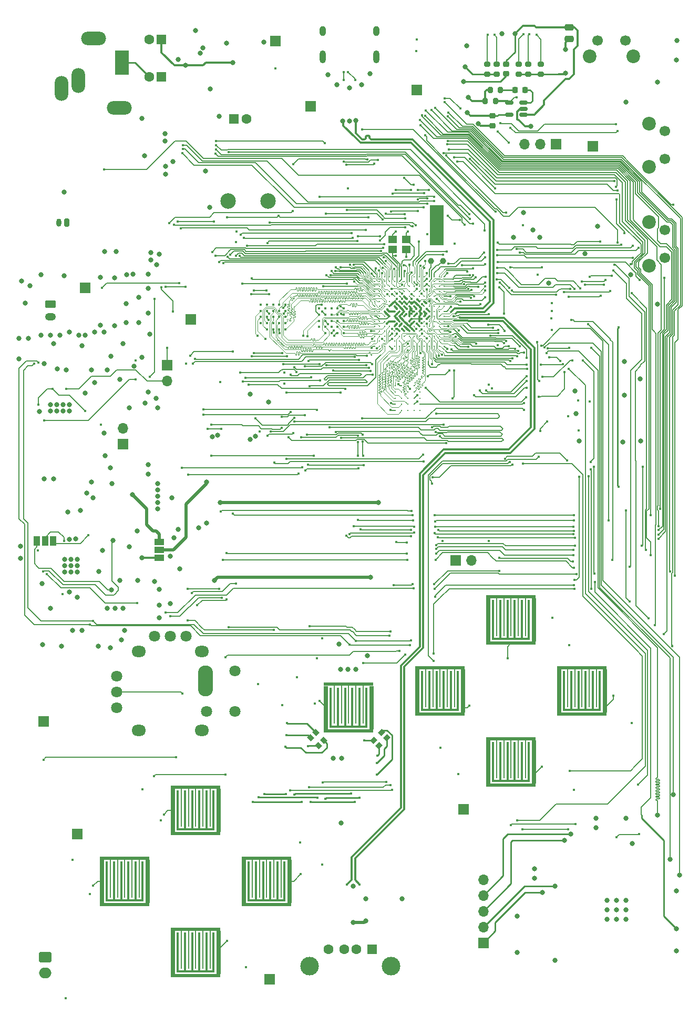
<source format=gtl>
G04 #@! TF.GenerationSoftware,KiCad,Pcbnew,8.0.4*
G04 #@! TF.CreationDate,2024-09-06T21:02:59+01:00*
G04 #@! TF.ProjectId,gk-pcbv3,676b2d70-6362-4763-932e-6b696361645f,rev?*
G04 #@! TF.SameCoordinates,Original*
G04 #@! TF.FileFunction,Copper,L1,Top*
G04 #@! TF.FilePolarity,Positive*
%FSLAX46Y46*%
G04 Gerber Fmt 4.6, Leading zero omitted, Abs format (unit mm)*
G04 Created by KiCad (PCBNEW 8.0.4) date 2024-09-06 21:02:59*
%MOMM*%
%LPD*%
G01*
G04 APERTURE LIST*
G04 Aperture macros list*
%AMRoundRect*
0 Rectangle with rounded corners*
0 $1 Rounding radius*
0 $2 $3 $4 $5 $6 $7 $8 $9 X,Y pos of 4 corners*
0 Add a 4 corners polygon primitive as box body*
4,1,4,$2,$3,$4,$5,$6,$7,$8,$9,$2,$3,0*
0 Add four circle primitives for the rounded corners*
1,1,$1+$1,$2,$3*
1,1,$1+$1,$4,$5*
1,1,$1+$1,$6,$7*
1,1,$1+$1,$8,$9*
0 Add four rect primitives between the rounded corners*
20,1,$1+$1,$2,$3,$4,$5,0*
20,1,$1+$1,$4,$5,$6,$7,0*
20,1,$1+$1,$6,$7,$8,$9,0*
20,1,$1+$1,$8,$9,$2,$3,0*%
%AMRotRect*
0 Rectangle, with rotation*
0 The origin of the aperture is its center*
0 $1 length*
0 $2 width*
0 $3 Rotation angle, in degrees counterclockwise*
0 Add horizontal line*
21,1,$1,$2,0,0,$3*%
G04 Aperture macros list end*
G04 #@! TA.AperFunction,SMDPad,CuDef*
%ADD10R,1.500000X1.000000*%
G04 #@! TD*
G04 #@! TA.AperFunction,SMDPad,CuDef*
%ADD11R,1.000000X1.500000*%
G04 #@! TD*
G04 #@! TA.AperFunction,ComponentPad*
%ADD12R,1.700000X1.700000*%
G04 #@! TD*
G04 #@! TA.AperFunction,ComponentPad*
%ADD13O,1.700000X1.700000*%
G04 #@! TD*
G04 #@! TA.AperFunction,ComponentPad*
%ADD14R,1.600000X1.500000*%
G04 #@! TD*
G04 #@! TA.AperFunction,ComponentPad*
%ADD15C,1.600000*%
G04 #@! TD*
G04 #@! TA.AperFunction,ComponentPad*
%ADD16C,3.000000*%
G04 #@! TD*
G04 #@! TA.AperFunction,SMDPad,CuDef*
%ADD17C,0.406400*%
G04 #@! TD*
G04 #@! TA.AperFunction,SMDPad,CuDef*
%ADD18C,0.330200*%
G04 #@! TD*
G04 #@! TA.AperFunction,SMDPad,CuDef*
%ADD19R,1.400000X1.150000*%
G04 #@! TD*
G04 #@! TA.AperFunction,SMDPad,CuDef*
%ADD20R,0.400000X6.500000*%
G04 #@! TD*
G04 #@! TA.AperFunction,SMDPad,CuDef*
%ADD21R,6.150000X0.400000*%
G04 #@! TD*
G04 #@! TA.AperFunction,SMDPad,CuDef*
%ADD22R,0.675000X7.000000*%
G04 #@! TD*
G04 #@! TA.AperFunction,SMDPad,CuDef*
%ADD23R,0.250000X6.100000*%
G04 #@! TD*
G04 #@! TA.AperFunction,SMDPad,CuDef*
%ADD24R,8.000000X0.500000*%
G04 #@! TD*
G04 #@! TA.AperFunction,SMDPad,CuDef*
%ADD25RoundRect,0.218750X0.218750X0.256250X-0.218750X0.256250X-0.218750X-0.256250X0.218750X-0.256250X0*%
G04 #@! TD*
G04 #@! TA.AperFunction,SMDPad,CuDef*
%ADD26RotRect,0.900000X0.800000X135.000000*%
G04 #@! TD*
G04 #@! TA.AperFunction,SMDPad,CuDef*
%ADD27RoundRect,0.150000X0.512500X0.150000X-0.512500X0.150000X-0.512500X-0.150000X0.512500X-0.150000X0*%
G04 #@! TD*
G04 #@! TA.AperFunction,ComponentPad*
%ADD28C,1.800000*%
G04 #@! TD*
G04 #@! TA.AperFunction,ComponentPad*
%ADD29O,2.400000X5.000000*%
G04 #@! TD*
G04 #@! TA.AperFunction,ComponentPad*
%ADD30O,2.300000X1.800000*%
G04 #@! TD*
G04 #@! TA.AperFunction,SMDPad,CuDef*
%ADD31RoundRect,0.225000X-0.250000X0.225000X-0.250000X-0.225000X0.250000X-0.225000X0.250000X0.225000X0*%
G04 #@! TD*
G04 #@! TA.AperFunction,SMDPad,CuDef*
%ADD32RoundRect,0.200000X0.275000X-0.200000X0.275000X0.200000X-0.275000X0.200000X-0.275000X-0.200000X0*%
G04 #@! TD*
G04 #@! TA.AperFunction,SMDPad,CuDef*
%ADD33R,2.200000X6.500000*%
G04 #@! TD*
G04 #@! TA.AperFunction,ComponentPad*
%ADD34C,1.000000*%
G04 #@! TD*
G04 #@! TA.AperFunction,SMDPad,CuDef*
%ADD35RoundRect,0.200000X-0.200000X-0.275000X0.200000X-0.275000X0.200000X0.275000X-0.200000X0.275000X0*%
G04 #@! TD*
G04 #@! TA.AperFunction,SMDPad,CuDef*
%ADD36RotRect,0.900000X0.800000X45.000000*%
G04 #@! TD*
G04 #@! TA.AperFunction,SMDPad,CuDef*
%ADD37RoundRect,0.250000X-0.475000X0.250000X-0.475000X-0.250000X0.475000X-0.250000X0.475000X0.250000X0*%
G04 #@! TD*
G04 #@! TA.AperFunction,ComponentPad*
%ADD38C,1.700000*%
G04 #@! TD*
G04 #@! TA.AperFunction,ComponentPad*
%ADD39C,2.200000*%
G04 #@! TD*
G04 #@! TA.AperFunction,ComponentPad*
%ADD40RoundRect,0.200000X0.200000X0.450000X-0.200000X0.450000X-0.200000X-0.450000X0.200000X-0.450000X0*%
G04 #@! TD*
G04 #@! TA.AperFunction,ComponentPad*
%ADD41O,0.800000X1.300000*%
G04 #@! TD*
G04 #@! TA.AperFunction,ComponentPad*
%ADD42O,1.000000X2.100000*%
G04 #@! TD*
G04 #@! TA.AperFunction,ComponentPad*
%ADD43O,1.000000X1.600000*%
G04 #@! TD*
G04 #@! TA.AperFunction,ComponentPad*
%ADD44R,1.600000X1.600000*%
G04 #@! TD*
G04 #@! TA.AperFunction,ComponentPad*
%ADD45C,2.500000*%
G04 #@! TD*
G04 #@! TA.AperFunction,ComponentPad*
%ADD46O,2.200000X4.000000*%
G04 #@! TD*
G04 #@! TA.AperFunction,ComponentPad*
%ADD47O,4.000000X2.200000*%
G04 #@! TD*
G04 #@! TA.AperFunction,ComponentPad*
%ADD48R,2.200000X4.000000*%
G04 #@! TD*
G04 #@! TA.AperFunction,ComponentPad*
%ADD49RoundRect,0.250000X-0.750000X0.600000X-0.750000X-0.600000X0.750000X-0.600000X0.750000X0.600000X0*%
G04 #@! TD*
G04 #@! TA.AperFunction,ComponentPad*
%ADD50O,2.000000X1.700000*%
G04 #@! TD*
G04 #@! TA.AperFunction,ComponentPad*
%ADD51RoundRect,0.250000X-0.625000X0.350000X-0.625000X-0.350000X0.625000X-0.350000X0.625000X0.350000X0*%
G04 #@! TD*
G04 #@! TA.AperFunction,ComponentPad*
%ADD52O,1.750000X1.200000*%
G04 #@! TD*
G04 #@! TA.AperFunction,ViaPad*
%ADD53C,0.800000*%
G04 #@! TD*
G04 #@! TA.AperFunction,ViaPad*
%ADD54C,0.450000*%
G04 #@! TD*
G04 #@! TA.AperFunction,Conductor*
%ADD55C,0.203200*%
G04 #@! TD*
G04 #@! TA.AperFunction,Conductor*
%ADD56C,0.304800*%
G04 #@! TD*
G04 #@! TA.AperFunction,Conductor*
%ADD57C,0.152400*%
G04 #@! TD*
G04 #@! TA.AperFunction,Conductor*
%ADD58C,0.366268*%
G04 #@! TD*
G04 #@! TA.AperFunction,Conductor*
%ADD59C,0.090000*%
G04 #@! TD*
G04 #@! TA.AperFunction,Conductor*
%ADD60C,0.152000*%
G04 #@! TD*
G04 #@! TA.AperFunction,Conductor*
%ADD61C,0.254000*%
G04 #@! TD*
G04 #@! TA.AperFunction,Conductor*
%ADD62C,0.508000*%
G04 #@! TD*
G04 #@! TA.AperFunction,Conductor*
%ADD63C,0.250000*%
G04 #@! TD*
G04 APERTURE END LIST*
D10*
X67818000Y-102840000D03*
X67818000Y-104140000D03*
X67818000Y-105440000D03*
D11*
X50677600Y-102717600D03*
X49377600Y-102717600D03*
X48077600Y-102717600D03*
D12*
X119989600Y-167381000D03*
D13*
X119989600Y-164841000D03*
X119989600Y-162301000D03*
X119989600Y-159761000D03*
X119989600Y-157221000D03*
D12*
X69063000Y-74442000D03*
D13*
X69063000Y-76982000D03*
D14*
X102052000Y-168376000D03*
D15*
X99552000Y-168376000D03*
X97552000Y-168376000D03*
X95052000Y-168376000D03*
D16*
X105122000Y-171086000D03*
X91982000Y-171086000D03*
D12*
X131684000Y-38862000D03*
D13*
X129144000Y-38862000D03*
X126604000Y-38862000D03*
D17*
X84129200Y-67672800D03*
X84129200Y-66672800D03*
X84129200Y-65672800D03*
X84129200Y-64672800D03*
X85129200Y-68672800D03*
X85129200Y-67672800D03*
X85129200Y-66672800D03*
X85129200Y-65672800D03*
X85129200Y-64672800D03*
X86129200Y-68672800D03*
X86129200Y-67672800D03*
X86129200Y-66672800D03*
X86129200Y-65672800D03*
X86129200Y-64672800D03*
X87129200Y-68672800D03*
X87129200Y-67672800D03*
X87129200Y-66672800D03*
X87129200Y-65672800D03*
X87129200Y-64672800D03*
X88129200Y-68672800D03*
X88129200Y-67672800D03*
X88129200Y-66672800D03*
X88129200Y-65672800D03*
X88129200Y-64672800D03*
X93527200Y-68282400D03*
X93527200Y-67282400D03*
X93527200Y-66282400D03*
X93527200Y-65282400D03*
X94527200Y-69282400D03*
X94527200Y-68282400D03*
X94527200Y-67282400D03*
X94527200Y-66282400D03*
X94527200Y-65282400D03*
X95527200Y-69282400D03*
X95527200Y-68282400D03*
X95527200Y-67282400D03*
X95527200Y-66282400D03*
X95527200Y-65282400D03*
X96527200Y-69282400D03*
X96527200Y-68282400D03*
X96527200Y-67282400D03*
X96527200Y-66282400D03*
X96527200Y-65282400D03*
X97527200Y-69282400D03*
X97527200Y-68282400D03*
X97527200Y-67282400D03*
X97527200Y-66282400D03*
X97527200Y-65282400D03*
D18*
X109820800Y-78728400D03*
X109820800Y-79728400D03*
X109820800Y-80728400D03*
X109820800Y-81728400D03*
X108820800Y-77728400D03*
X108820800Y-78728400D03*
X108820800Y-79728400D03*
X108820800Y-80728400D03*
X108820800Y-81728400D03*
X107820800Y-77728400D03*
X107820800Y-78728400D03*
X107820800Y-79728400D03*
X107820800Y-80728400D03*
X107820800Y-81728400D03*
X106820800Y-77728400D03*
X106820800Y-78728400D03*
X106820800Y-79728400D03*
X106820800Y-80728400D03*
X106820800Y-81728400D03*
X105820800Y-77728400D03*
X105820800Y-78728400D03*
X105820800Y-79728400D03*
X105820800Y-80728400D03*
X105820800Y-81728400D03*
D19*
X105376800Y-54165600D03*
X107576800Y-54165600D03*
X107576800Y-55765600D03*
X105376800Y-55765600D03*
D12*
X61976000Y-87127000D03*
D13*
X61976000Y-84587000D03*
D20*
X87965000Y-157480000D03*
X86815000Y-157480000D03*
X85665000Y-157480000D03*
D21*
X85090000Y-160530000D03*
D20*
X84515000Y-157480000D03*
X83365000Y-157480000D03*
X82215000Y-157480000D03*
D22*
X88752500Y-157480000D03*
D23*
X87390000Y-157029999D03*
X86240000Y-157029999D03*
D24*
X85090000Y-161230000D03*
D23*
X85090000Y-157029999D03*
D24*
X85090000Y-153730000D03*
D23*
X83940000Y-157029999D03*
X82790000Y-157029999D03*
D22*
X81427500Y-157480000D03*
D25*
X126700000Y-30150000D03*
X125125000Y-30150000D03*
D20*
X65105000Y-157480000D03*
X63955000Y-157480000D03*
X62805000Y-157480000D03*
D21*
X62230000Y-160530000D03*
D20*
X61655000Y-157480000D03*
X60505000Y-157480000D03*
X59355000Y-157480000D03*
D22*
X65892500Y-157480000D03*
D23*
X64530000Y-157029999D03*
X63380000Y-157029999D03*
D24*
X62230000Y-161230000D03*
D23*
X62230000Y-157029999D03*
D24*
X62230000Y-153730000D03*
D23*
X61080000Y-157029999D03*
X59930000Y-157029999D03*
D22*
X58567500Y-157480000D03*
D20*
X76535000Y-146050000D03*
X75385000Y-146050000D03*
X74235000Y-146050000D03*
D21*
X73660000Y-149100000D03*
D20*
X73085000Y-146050000D03*
X71935000Y-146050000D03*
X70785000Y-146050000D03*
D22*
X77322500Y-146050000D03*
D23*
X75960000Y-145599999D03*
X74810000Y-145599999D03*
D24*
X73660000Y-149800000D03*
D23*
X73660000Y-145599999D03*
D24*
X73660000Y-142300000D03*
D23*
X72510000Y-145599999D03*
X71360000Y-145599999D03*
D22*
X69997500Y-146050000D03*
D26*
X93432132Y-135640660D03*
X94280660Y-134792132D03*
X93007868Y-133519340D03*
X92159340Y-134367868D03*
D12*
X137668000Y-39243000D03*
X92202000Y-32766000D03*
X116840000Y-145897600D03*
D27*
X126475000Y-34100000D03*
X126475000Y-33150000D03*
X126475000Y-32200000D03*
X124200000Y-32200000D03*
X124200000Y-34100000D03*
D28*
X79933800Y-123596400D03*
D29*
X75211800Y-125196400D03*
D28*
X79933800Y-130098800D03*
X75361800Y-130098800D03*
X67056000Y-118059200D03*
X69596000Y-118059200D03*
X72136000Y-118059200D03*
X60909200Y-129540000D03*
X60909200Y-127000000D03*
X60909200Y-124460000D03*
D30*
X64516000Y-120497600D03*
X74650600Y-120497600D03*
X74650600Y-133197600D03*
X64516000Y-133197600D03*
D31*
X123692305Y-26007800D03*
X123692305Y-27557800D03*
X121475000Y-34325000D03*
X121475000Y-35875000D03*
D32*
X122168305Y-27607800D03*
X122168305Y-25957800D03*
X127248305Y-27607800D03*
X127248305Y-25957800D03*
D22*
X132227500Y-126847600D03*
D23*
X133590000Y-126397599D03*
X134740000Y-126397599D03*
D24*
X135890000Y-123097600D03*
D23*
X135890000Y-126397599D03*
D24*
X135890000Y-130597600D03*
D23*
X137040000Y-126397599D03*
X138190000Y-126397599D03*
D22*
X139552500Y-126847600D03*
D20*
X133015000Y-126847600D03*
X134165000Y-126847600D03*
X135315000Y-126847600D03*
D21*
X135890000Y-129897600D03*
D20*
X136465000Y-126847600D03*
X137615000Y-126847600D03*
X138765000Y-126847600D03*
D22*
X94637500Y-129500000D03*
D23*
X96000000Y-129049999D03*
X97150000Y-129049999D03*
D24*
X98300000Y-125750000D03*
D23*
X98300000Y-129049999D03*
D24*
X98300000Y-133250000D03*
D23*
X99450000Y-129049999D03*
X100600000Y-129049999D03*
D22*
X101962500Y-129500000D03*
D20*
X95425000Y-129500000D03*
X96575000Y-129500000D03*
X97725000Y-129500000D03*
D21*
X98300000Y-132550000D03*
D20*
X98875000Y-129500000D03*
X100025000Y-129500000D03*
X101175000Y-129500000D03*
X76535000Y-168910000D03*
X75385000Y-168910000D03*
X74235000Y-168910000D03*
D21*
X73660000Y-171960000D03*
D20*
X73085000Y-168910000D03*
X71935000Y-168910000D03*
X70785000Y-168910000D03*
D22*
X77322500Y-168910000D03*
D23*
X75960000Y-168459999D03*
X74810000Y-168459999D03*
D24*
X73660000Y-172660000D03*
D23*
X73660000Y-168459999D03*
D24*
X73660000Y-165160000D03*
D23*
X72510000Y-168459999D03*
X71360000Y-168459999D03*
D22*
X69997500Y-168910000D03*
X120797500Y-115417600D03*
D23*
X122160000Y-114967599D03*
X123310000Y-114967599D03*
D24*
X124460000Y-111667600D03*
D23*
X124460000Y-114967599D03*
D24*
X124460000Y-119167600D03*
D23*
X125610000Y-114967599D03*
X126760000Y-114967599D03*
D22*
X128122500Y-115417600D03*
D20*
X121585000Y-115417600D03*
X122735000Y-115417600D03*
X123885000Y-115417600D03*
D21*
X124460000Y-118467600D03*
D20*
X125035000Y-115417600D03*
X126185000Y-115417600D03*
X127335000Y-115417600D03*
D33*
X112522000Y-51890800D03*
D34*
X111572000Y-57640800D03*
X113472000Y-57640800D03*
D12*
X86500000Y-22300000D03*
X85598000Y-173228000D03*
X72898000Y-67056000D03*
X49174400Y-131724400D03*
X109270800Y-30175200D03*
D22*
X120797500Y-138277600D03*
D23*
X122160000Y-137827599D03*
X123310000Y-137827599D03*
D24*
X124460000Y-134527600D03*
D23*
X124460000Y-137827599D03*
D24*
X124460000Y-142027600D03*
D23*
X125610000Y-137827599D03*
X126760000Y-137827599D03*
D22*
X128122500Y-138277600D03*
D20*
X121585000Y-138277600D03*
X122735000Y-138277600D03*
X123885000Y-138277600D03*
D21*
X124460000Y-141327600D03*
D20*
X125035000Y-138277600D03*
X126185000Y-138277600D03*
X127335000Y-138277600D03*
D35*
X120312500Y-31950000D03*
X121962500Y-31950000D03*
D36*
X102319340Y-134792132D03*
X103167868Y-135640660D03*
X104440660Y-134367868D03*
X103592132Y-133519340D03*
D37*
X133800000Y-20050000D03*
X133800000Y-21950000D03*
D32*
X125724305Y-27607800D03*
X125724305Y-25957800D03*
D12*
X55880000Y-61976000D03*
X115565000Y-105816400D03*
D13*
X118105000Y-105816400D03*
D22*
X109367500Y-126847600D03*
D23*
X110730000Y-126397599D03*
X111880000Y-126397599D03*
D24*
X113030000Y-123097600D03*
D23*
X113030000Y-126397599D03*
D24*
X113030000Y-130597600D03*
D23*
X114180000Y-126397599D03*
X115330000Y-126397599D03*
D22*
X116692500Y-126847600D03*
D20*
X110155000Y-126847600D03*
X111305000Y-126847600D03*
X112455000Y-126847600D03*
D21*
X113030000Y-129897600D03*
D20*
X113605000Y-126847600D03*
X114755000Y-126847600D03*
X115905000Y-126847600D03*
D32*
X129280305Y-27607800D03*
X129280305Y-25957800D03*
D12*
X54610000Y-149860000D03*
D35*
X121087500Y-30150000D03*
X122737500Y-30150000D03*
D32*
X120644305Y-27607800D03*
X120644305Y-25957800D03*
D38*
X149225000Y-52650000D03*
X149225000Y-57150000D03*
D39*
X146725000Y-51400000D03*
X146725000Y-58400000D03*
D40*
X52898200Y-51436800D03*
D41*
X51648200Y-51436800D03*
D42*
X102722300Y-24844300D03*
D43*
X102722300Y-20664300D03*
D42*
X94082300Y-24844300D03*
D43*
X94082300Y-20664300D03*
D38*
X149225000Y-36775000D03*
X149225000Y-41275000D03*
D39*
X146725000Y-35525000D03*
X146725000Y-42525000D03*
D44*
X79844888Y-34800000D03*
D15*
X81844888Y-34800000D03*
D44*
X68155113Y-22000000D03*
D15*
X66155113Y-22000000D03*
D44*
X68155113Y-28000000D03*
D15*
X66155113Y-28000000D03*
D45*
X85342800Y-48006000D03*
X78842800Y-48006000D03*
D38*
X138375000Y-22225000D03*
X142875000Y-22225000D03*
D39*
X137125000Y-24725000D03*
X144125000Y-24725000D03*
D46*
X52007500Y-29850000D03*
X54707500Y-28650000D03*
D47*
X57207500Y-21850000D03*
D48*
X61807500Y-25750000D03*
D47*
X61307500Y-33050000D03*
D49*
X49382000Y-169692000D03*
D50*
X49382000Y-172192000D03*
D51*
X50266600Y-64643000D03*
D52*
X50266600Y-66643000D03*
D18*
X113674799Y-60158401D03*
X113674799Y-60958401D03*
X113674799Y-61758400D03*
X113674799Y-62558400D03*
X113674799Y-63358400D03*
X113674799Y-64158400D03*
X113674799Y-64958400D03*
X113674799Y-65758400D03*
X113674799Y-66558400D03*
X113674799Y-67358400D03*
X113674799Y-68158400D03*
X113674799Y-68958400D03*
X113674799Y-69758400D03*
X113674799Y-70558399D03*
X113674799Y-71358399D03*
X112874799Y-60158401D03*
X112874799Y-60958401D03*
X112874799Y-61758400D03*
X112874799Y-62558400D03*
X112874799Y-63358400D03*
X112874799Y-64158400D03*
X112874799Y-64958400D03*
X112874799Y-65758400D03*
X112874799Y-66558400D03*
X112874799Y-67358400D03*
X112874799Y-68158400D03*
X112874799Y-68958400D03*
X112874799Y-69758400D03*
X112874799Y-70558399D03*
X112874799Y-71358399D03*
X112074800Y-60158401D03*
X112074800Y-60958401D03*
X112074800Y-61758400D03*
X112074800Y-62558400D03*
X112074800Y-63358400D03*
X112074800Y-64158400D03*
X112074800Y-64958400D03*
X112074800Y-65758400D03*
X112074800Y-66558400D03*
X112074800Y-67358400D03*
X112074800Y-68158400D03*
X112074800Y-68958400D03*
X112074800Y-69758400D03*
X112074800Y-70558399D03*
X112074800Y-71358399D03*
X111274800Y-60158401D03*
X111274800Y-60958401D03*
X111274800Y-61758400D03*
X111274800Y-62558400D03*
X111274800Y-63358400D03*
X111274800Y-64158400D03*
X111274800Y-64958400D03*
X111274800Y-65758400D03*
X111274800Y-66558400D03*
X111274800Y-67358400D03*
X111274800Y-68158400D03*
X111274800Y-68958400D03*
X111274800Y-69758400D03*
X111274800Y-70558399D03*
X111274800Y-71358399D03*
X110474800Y-60158401D03*
X110474800Y-60958401D03*
X110474800Y-61758400D03*
X110474800Y-62558400D03*
X110474800Y-63358400D03*
X110474800Y-64158400D03*
X110474800Y-64958400D03*
X110474800Y-65758400D03*
X110474800Y-66558400D03*
X110474800Y-67358400D03*
X110474800Y-68158400D03*
X110474800Y-68958400D03*
X110474800Y-69758400D03*
X110474800Y-70558399D03*
X110474800Y-71358399D03*
X109674800Y-60158401D03*
X109674800Y-60958401D03*
X109674800Y-61758400D03*
X109674800Y-62558400D03*
X109674800Y-63358400D03*
X109674800Y-64158400D03*
X109674800Y-64958400D03*
X109674800Y-65758400D03*
X109674800Y-66558400D03*
X109674800Y-67358400D03*
X109674800Y-68158400D03*
X109674800Y-68958400D03*
X109674800Y-69758400D03*
X109674800Y-70558399D03*
X109674800Y-71358399D03*
X108874800Y-60158401D03*
X108874800Y-60958401D03*
X108874800Y-61758400D03*
X108874800Y-62558400D03*
X108874800Y-63358400D03*
X108874800Y-64158400D03*
X108874800Y-64958400D03*
X108874800Y-65758400D03*
X108874800Y-66558400D03*
X108874800Y-67358400D03*
X108874800Y-68158400D03*
X108874800Y-68958400D03*
X108874800Y-69758400D03*
X108874800Y-70558399D03*
X108874800Y-71358399D03*
X108074800Y-60158401D03*
X108074800Y-60958401D03*
X108074800Y-61758400D03*
X108074800Y-62558400D03*
X108074800Y-63358400D03*
X108074800Y-64158400D03*
X108074800Y-64958400D03*
X108074800Y-65758400D03*
X108074800Y-66558400D03*
X108074800Y-67358400D03*
X108074800Y-68158400D03*
X108074800Y-68958400D03*
X108074800Y-69758400D03*
X108074800Y-70558399D03*
X108074800Y-71358399D03*
X107274800Y-60158401D03*
X107274800Y-60958401D03*
X107274800Y-61758400D03*
X107274800Y-62558400D03*
X107274800Y-63358400D03*
X107274800Y-64158400D03*
X107274800Y-64958400D03*
X107274800Y-65758400D03*
X107274800Y-66558400D03*
X107274800Y-67358400D03*
X107274800Y-68158400D03*
X107274800Y-68958400D03*
X107274800Y-69758400D03*
X107274800Y-70558399D03*
X107274800Y-71358399D03*
X106474800Y-60158401D03*
X106474800Y-60958401D03*
X106474800Y-61758400D03*
X106474800Y-62558400D03*
X106474800Y-63358400D03*
X106474800Y-64158400D03*
X106474800Y-64958400D03*
X106474800Y-65758400D03*
X106474800Y-66558400D03*
X106474800Y-67358400D03*
X106474800Y-68158400D03*
X106474800Y-68958400D03*
X106474800Y-69758400D03*
X106474800Y-70558399D03*
X106474800Y-71358399D03*
X105674800Y-60158401D03*
X105674800Y-60958401D03*
X105674800Y-61758400D03*
X105674800Y-62558400D03*
X105674800Y-63358400D03*
X105674800Y-64158400D03*
X105674800Y-64958400D03*
X105674800Y-65758400D03*
X105674800Y-66558400D03*
X105674800Y-67358400D03*
X105674800Y-68158400D03*
X105674800Y-68958400D03*
X105674800Y-69758400D03*
X105674800Y-70558399D03*
X105674800Y-71358399D03*
X104874800Y-60158401D03*
X104874800Y-60958401D03*
X104874800Y-61758400D03*
X104874800Y-62558400D03*
X104874800Y-63358400D03*
X104874800Y-64158400D03*
X104874800Y-64958400D03*
X104874800Y-65758400D03*
X104874800Y-66558400D03*
X104874800Y-67358400D03*
X104874800Y-68158400D03*
X104874800Y-68958400D03*
X104874800Y-69758400D03*
X104874800Y-70558399D03*
X104874800Y-71358399D03*
X104074800Y-60158401D03*
X104074800Y-60958401D03*
X104074800Y-61758400D03*
X104074800Y-62558400D03*
X104074800Y-63358400D03*
X104074800Y-64158400D03*
X104074800Y-64958400D03*
X104074800Y-65758400D03*
X104074800Y-66558400D03*
X104074800Y-67358400D03*
X104074800Y-68158400D03*
X104074800Y-68958400D03*
X104074800Y-69758400D03*
X104074800Y-70558399D03*
X104074800Y-71358399D03*
X103274801Y-60158401D03*
X103274801Y-60958401D03*
X103274801Y-61758400D03*
X103274801Y-62558400D03*
X103274801Y-63358400D03*
X103274801Y-64158400D03*
X103274801Y-64958400D03*
X103274801Y-65758400D03*
X103274801Y-66558400D03*
X103274801Y-67358400D03*
X103274801Y-68158400D03*
X103274801Y-68958400D03*
X103274801Y-69758400D03*
X103274801Y-70558399D03*
X103274801Y-71358399D03*
X102474801Y-60158401D03*
X102474801Y-60958401D03*
X102474801Y-61758400D03*
X102474801Y-62558400D03*
X102474801Y-63358400D03*
X102474801Y-64158400D03*
X102474801Y-64958400D03*
X102474801Y-65758400D03*
X102474801Y-66558400D03*
X102474801Y-67358400D03*
X102474801Y-68158400D03*
X102474801Y-68958400D03*
X102474801Y-69758400D03*
X102474801Y-70558399D03*
X102474801Y-71358399D03*
D53*
X134747000Y-78587600D03*
X135432800Y-86588600D03*
X145364200Y-86614000D03*
X142468600Y-86766400D03*
X134924800Y-82245200D03*
X142671800Y-79222600D03*
X145237200Y-76657200D03*
X142748000Y-73812400D03*
D54*
X97485195Y-27254205D03*
X98220907Y-27250432D03*
X99364800Y-28524200D03*
X97459800Y-28498800D03*
D53*
X98399600Y-29794200D03*
X97332800Y-35102800D03*
X99466400Y-35077400D03*
X58293000Y-67970400D03*
X54610000Y-111724400D03*
X51384200Y-75057000D03*
X55321200Y-71297800D03*
X50800000Y-70993000D03*
X66217800Y-69469000D03*
X61925200Y-70967600D03*
X63754000Y-74574400D03*
X59969400Y-73025000D03*
X60553600Y-68097400D03*
X67818000Y-56540400D03*
X67386200Y-58293000D03*
X66446400Y-56311800D03*
D54*
X104495600Y-65430400D03*
X70002400Y-65760600D03*
X68097400Y-61899800D03*
X69392800Y-51587400D03*
X89306400Y-49606200D03*
X89382600Y-42113200D03*
X101346000Y-41325800D03*
X113741200Y-31470600D03*
X122707400Y-35483800D03*
X116281200Y-33147000D03*
X141351000Y-35687000D03*
X100609400Y-122326400D03*
X107391200Y-120980200D03*
X112014000Y-120827800D03*
X97053400Y-66167000D03*
X120904000Y-102666800D03*
X113436400Y-102717600D03*
X94005400Y-118389400D03*
X133832600Y-119430800D03*
X127335000Y-118110000D03*
X131114800Y-115062000D03*
X123901200Y-121564400D03*
X109270800Y-21996400D03*
X109220000Y-23901400D03*
X120675400Y-21234400D03*
X121767600Y-21285200D03*
X128549400Y-21259800D03*
X127406400Y-21209000D03*
X126441200Y-21183600D03*
X56591200Y-159486600D03*
X57150000Y-158165800D03*
X59355000Y-157480000D03*
X53848000Y-154025600D03*
X68834000Y-114249200D03*
X90449400Y-151231600D03*
X90576400Y-156337000D03*
X87965000Y-157480000D03*
X94005400Y-154813000D03*
X78663800Y-167081200D03*
X76535000Y-168910000D03*
X81762600Y-171323000D03*
X65074800Y-142646400D03*
X68046600Y-147650200D03*
X68503800Y-146710400D03*
X70785000Y-146050000D03*
X66903600Y-140589000D03*
X78435200Y-140309600D03*
X112191800Y-111683800D03*
X106451400Y-120370600D03*
X78486000Y-121412000D03*
X93218000Y-121615200D03*
X89992200Y-124637800D03*
X93624400Y-128447800D03*
X95425000Y-129500000D03*
X92811600Y-128879600D03*
X105054400Y-117271800D03*
X91998800Y-116433600D03*
X105562400Y-109855000D03*
D53*
X97053400Y-148082000D03*
X97155000Y-137668000D03*
X95783400Y-137668000D03*
D54*
X82829400Y-144678400D03*
X90703400Y-144729200D03*
X93243400Y-144043400D03*
X83769200Y-143967200D03*
X88163400Y-143459200D03*
X84734400Y-143408400D03*
X88112600Y-135839200D03*
X91770200Y-135763000D03*
X88265000Y-133959600D03*
X88341200Y-132029200D03*
X89535555Y-143525200D03*
X98679000Y-143332200D03*
X92151200Y-144678400D03*
X99237800Y-144678400D03*
X94564200Y-144170400D03*
X99999800Y-143992600D03*
X102844600Y-140258800D03*
X102844600Y-138404600D03*
X102920800Y-137210800D03*
X100812600Y-134772400D03*
X134543800Y-142773400D03*
X138765000Y-126847598D03*
X140919200Y-127584200D03*
X143865600Y-131978400D03*
X129438400Y-138988800D03*
X124459972Y-141327600D03*
X117703600Y-129235200D03*
X113030000Y-129897584D03*
X113080800Y-136017000D03*
X115925600Y-140233400D03*
X143535400Y-112445800D03*
X142925800Y-97790000D03*
X148463000Y-97510600D03*
X150571200Y-48564800D03*
X149174200Y-60375800D03*
X102387400Y-42037000D03*
X97917000Y-42138600D03*
X98018600Y-49479200D03*
X113792000Y-32131000D03*
X107391200Y-52247800D03*
X107416600Y-50774600D03*
X103352600Y-54381400D03*
X103933930Y-57076670D03*
X133934200Y-139674600D03*
X141478000Y-150368000D03*
X145059400Y-149885400D03*
X150444200Y-119608600D03*
X126288800Y-149072600D03*
X133629400Y-149072600D03*
X149047200Y-117729000D03*
X124409200Y-148386800D03*
X134797800Y-148285200D03*
X147650200Y-116230400D03*
X146646900Y-115176300D03*
X78917800Y-116560600D03*
X105968800Y-102895400D03*
X104902000Y-117932200D03*
X107645200Y-102946200D03*
X111709200Y-93497400D03*
X108585000Y-109677200D03*
X112090200Y-109651800D03*
X122555000Y-107518200D03*
X122555000Y-105435400D03*
X134391400Y-106045000D03*
X140792200Y-105791000D03*
X134010400Y-62153800D03*
X134162800Y-67183000D03*
X134620000Y-109804200D03*
X134696200Y-110413800D03*
X150088600Y-107594400D03*
X150850600Y-108280200D03*
X87604600Y-129108200D03*
X83693000Y-125730000D03*
X86233000Y-117043200D03*
X72364600Y-115468400D03*
X77444600Y-110388400D03*
X108432600Y-97891600D03*
X77698600Y-97967800D03*
X72390000Y-110388400D03*
X69545200Y-114782600D03*
X77876400Y-111836200D03*
X78028800Y-105714800D03*
X107772200Y-105740200D03*
X134620000Y-107010200D03*
X140970000Y-59207400D03*
X112293400Y-105740200D03*
X141630400Y-54660800D03*
X110642400Y-37439600D03*
X143535400Y-106883200D03*
X141140214Y-58244227D03*
X142189200Y-55041800D03*
X122199400Y-55905400D03*
X120142000Y-56337200D03*
X114376200Y-58115200D03*
X101930200Y-68935600D03*
X107238800Y-44246800D03*
X114376200Y-33756600D03*
X108762800Y-45364400D03*
X104241600Y-50012600D03*
X107315000Y-50114200D03*
X109245400Y-62153800D03*
X52705000Y-176276000D03*
X70485000Y-137541000D03*
X73025000Y-111125000D03*
X49149000Y-137922000D03*
X80137000Y-109601000D03*
X72771000Y-72898000D03*
X79629000Y-72263000D03*
X80899000Y-53467000D03*
X73914000Y-113030000D03*
X78613000Y-112141000D03*
X78613000Y-104648000D03*
X107696000Y-104775000D03*
X71501000Y-127254000D03*
X112395000Y-104775000D03*
X134493000Y-105029000D03*
X146939000Y-105029000D03*
X94107000Y-141605000D03*
X104394000Y-141478000D03*
X111808788Y-92491433D03*
X108585000Y-98552000D03*
X112141000Y-98552000D03*
X134620000Y-98552000D03*
X79629000Y-98298000D03*
X146939000Y-98552000D03*
X88900000Y-142875000D03*
X105283000Y-142748000D03*
X112395000Y-104013000D03*
X134493000Y-104140000D03*
X146177000Y-104140000D03*
X91948000Y-142367000D03*
X108331000Y-118745000D03*
X108204000Y-119430800D03*
X112395000Y-103378000D03*
X134747000Y-103505000D03*
X145542000Y-103505000D03*
X145669000Y-90805000D03*
X97917000Y-101854000D03*
X134747000Y-102235000D03*
X108331000Y-101981000D03*
X112649000Y-102108000D03*
X98425000Y-101600000D03*
X108839000Y-101346000D03*
X112141000Y-101473000D03*
X134493000Y-101600000D03*
X100203000Y-100838000D03*
X108331000Y-100965000D03*
X134623970Y-101076121D03*
X112776000Y-100965000D03*
X99070200Y-100330000D03*
X108839000Y-100457000D03*
X112268000Y-100457000D03*
X134493000Y-100457000D03*
X148209000Y-102362000D03*
X148209000Y-101727000D03*
X148209000Y-100965000D03*
X148209000Y-100330000D03*
X99811800Y-99314000D03*
X112268000Y-99568000D03*
X134620000Y-99441000D03*
X140208000Y-99441000D03*
X108712000Y-99441000D03*
X136906000Y-67818000D03*
X117856000Y-41275000D03*
X142748000Y-53213000D03*
X109474000Y-47752000D03*
X141478000Y-47752000D03*
X110998000Y-47625000D03*
X141605000Y-46355000D03*
X68834000Y-61849000D03*
X70139321Y-51780679D03*
X72009000Y-61849000D03*
X108585000Y-52070000D03*
X110479800Y-58801000D03*
X143764000Y-58166000D03*
X143891000Y-62865000D03*
X115824000Y-41656000D03*
X109474000Y-46228000D03*
X111252000Y-46228000D03*
X103378000Y-53721000D03*
X99822000Y-53721000D03*
X99200297Y-60947620D03*
X98806000Y-53213000D03*
X98552000Y-58293000D03*
X105918000Y-46228000D03*
X108331000Y-46228000D03*
X114300000Y-34417000D03*
X105114905Y-49692537D03*
X137287000Y-90043000D03*
X136017000Y-73660000D03*
X137160000Y-60198000D03*
X140716000Y-60071000D03*
X141351000Y-45720000D03*
D53*
X103124000Y-96520000D03*
X77597000Y-96520000D03*
X101854000Y-108585000D03*
X76708000Y-109093000D03*
D54*
X141097000Y-44831000D03*
X112268000Y-33020000D03*
X102997000Y-41402000D03*
X97487686Y-41640800D03*
X111633000Y-33401000D03*
X110744000Y-33411200D03*
X110617000Y-34290000D03*
X110076455Y-34175696D03*
X109750621Y-34947621D03*
X109855000Y-35814000D03*
X70739000Y-51308000D03*
X66294000Y-76327000D03*
X76581000Y-51308000D03*
X78994000Y-40132000D03*
X67056000Y-63754000D03*
X114246403Y-38341000D03*
X114149642Y-38872262D03*
X114427000Y-39751000D03*
X94234000Y-61722000D03*
X94742000Y-59944000D03*
X95377000Y-59928800D03*
X95514200Y-59309000D03*
X96139000Y-59283600D03*
X96266000Y-58674000D03*
X97028000Y-58674000D03*
X78740000Y-50673000D03*
X81407000Y-53975000D03*
X87811190Y-66112810D03*
D53*
X69977000Y-41656000D03*
X68834000Y-43688000D03*
D54*
X58928000Y-42926000D03*
X105387379Y-46840379D03*
X110490000Y-46736000D03*
X115316000Y-41021000D03*
X121920000Y-45974000D03*
X120777000Y-67945000D03*
X123444000Y-68961000D03*
X126365000Y-51943000D03*
X118491000Y-79248000D03*
X127000000Y-78105000D03*
X129032000Y-76962000D03*
X128651000Y-70739000D03*
X129413000Y-58674000D03*
X124333000Y-58674000D03*
X123698000Y-49911000D03*
X113983854Y-40656904D03*
X58547000Y-61976000D03*
X70993000Y-61214000D03*
X71247000Y-52451000D03*
X101092000Y-52705000D03*
X80264000Y-52959000D03*
X80137000Y-54610000D03*
X86995000Y-50419000D03*
X101473000Y-50673000D03*
X76962000Y-38354000D03*
X94615000Y-50038000D03*
X103746073Y-50933915D03*
X94488000Y-38735000D03*
D53*
X138430000Y-52070000D03*
D54*
X136398000Y-61468000D03*
X127000000Y-76962000D03*
X139446000Y-61468000D03*
X119426800Y-78486000D03*
X139700000Y-60706000D03*
X135890000Y-60960000D03*
X127000000Y-76200000D03*
X120426800Y-78486000D03*
D53*
X65532000Y-80518000D03*
X67310000Y-79756000D03*
X67564000Y-81280000D03*
X75438000Y-99822000D03*
X69850000Y-95758000D03*
X64262000Y-101092000D03*
X70866000Y-100838000D03*
X71120000Y-107188000D03*
X67818000Y-110490000D03*
X67818000Y-115062000D03*
X67818000Y-113030000D03*
X61976000Y-113538000D03*
X60706000Y-113538000D03*
X59436000Y-113538000D03*
X50292000Y-113538000D03*
X49276000Y-92710000D03*
X59944000Y-90932000D03*
X56896000Y-93218000D03*
X50800000Y-92710000D03*
X49022000Y-119380000D03*
X62230000Y-117094000D03*
X61722000Y-118618000D03*
X59944000Y-119888000D03*
X55372000Y-117094000D03*
X53848000Y-117094000D03*
X52070000Y-119634000D03*
X57150000Y-95758000D03*
X55118000Y-97808000D03*
X53086000Y-98044000D03*
X56134000Y-94996000D03*
X75438000Y-93218000D03*
X63500000Y-95250000D03*
X65024000Y-105410000D03*
X54610000Y-107696000D03*
X53594000Y-107696000D03*
X53594000Y-106680000D03*
X54610000Y-106680000D03*
X54610000Y-105664000D03*
X53594000Y-105664000D03*
X52578000Y-105664000D03*
X52578000Y-106680000D03*
X52578000Y-107696000D03*
D54*
X49072800Y-107645200D03*
X64262000Y-112686600D03*
X49682400Y-108000800D03*
X52425600Y-102666800D03*
X48260000Y-104241600D03*
D53*
X45397200Y-105511600D03*
X45415200Y-103581200D03*
D54*
X56388000Y-101803200D03*
D53*
X54356000Y-102362000D03*
X53340000Y-102463600D03*
X48920400Y-109524800D03*
X60350400Y-102616000D03*
X62941200Y-103632000D03*
X58623200Y-104241600D03*
X64312800Y-109067600D03*
X60045600Y-110540800D03*
X61417200Y-109067600D03*
D54*
X52222400Y-111252000D03*
X57150000Y-115570000D03*
X56642000Y-116128800D03*
D53*
X58064400Y-107594400D03*
X53289200Y-110947200D03*
D54*
X109626400Y-54559200D03*
X109423200Y-49631600D03*
X109274799Y-61492886D03*
D53*
X63550800Y-59791600D03*
X69545200Y-105156000D03*
X70180200Y-102158800D03*
X58928000Y-85344000D03*
X59080400Y-88950800D03*
X45212000Y-73406000D03*
X45618400Y-60909200D03*
X46228000Y-64465200D03*
X46990000Y-61671200D03*
X48717200Y-59893200D03*
X52425600Y-59994800D03*
X58318400Y-60248800D03*
X60553600Y-60401200D03*
X62534800Y-59842400D03*
X66040000Y-59740800D03*
X65989200Y-62026800D03*
X66395600Y-57505600D03*
D54*
X100431600Y-36474400D03*
X121970800Y-49692600D03*
X122275600Y-54660800D03*
X138785600Y-54508400D03*
X138887200Y-63246000D03*
X133705600Y-63449200D03*
X133096000Y-75539600D03*
X128930400Y-79502000D03*
X126898400Y-79552800D03*
X110693200Y-78028800D03*
X110864087Y-67740506D03*
X144881600Y-141935200D03*
X135432800Y-92405200D03*
X133502400Y-89763600D03*
X134670800Y-108966000D03*
X137972800Y-109321600D03*
X123494800Y-89458800D03*
X124155200Y-61976000D03*
X122174000Y-60604400D03*
X120294400Y-61722000D03*
X98145600Y-45974000D03*
X76911200Y-39674800D03*
X76962000Y-39014400D03*
X76860400Y-40386000D03*
X71577200Y-39624000D03*
X71628000Y-39014400D03*
X71475600Y-40284400D03*
X110388400Y-49022000D03*
X110617000Y-57657944D03*
X110998000Y-48412400D03*
X110844843Y-59615919D03*
X112064800Y-48006000D03*
X144068800Y-55219600D03*
X125343474Y-55737800D03*
X144983200Y-55524400D03*
X125882400Y-56286400D03*
X124587839Y-62408639D03*
X137414000Y-71628000D03*
X113565152Y-40315889D03*
X135331200Y-84937600D03*
X135280400Y-80060800D03*
X137109200Y-80264000D03*
X133654800Y-82600800D03*
X141757422Y-68353000D03*
X141757406Y-93953000D03*
X144078070Y-57159270D03*
X120243600Y-57099200D03*
X122224800Y-56743600D03*
X108762800Y-110337600D03*
X112166400Y-110439200D03*
X135041600Y-108040049D03*
X137820400Y-90728800D03*
X137871200Y-107950000D03*
X132384800Y-73761600D03*
X130606800Y-73152000D03*
X126949200Y-73253600D03*
X121158000Y-69646800D03*
X111963200Y-121970800D03*
X128930400Y-89154000D03*
X135636000Y-62026800D03*
X129133600Y-85039200D03*
X122224800Y-58775600D03*
X120345200Y-60198000D03*
X130302000Y-83464400D03*
X120192800Y-52781200D03*
X117754400Y-50088800D03*
X118347222Y-58877200D03*
X116992400Y-51816000D03*
X117396099Y-59368158D03*
X145202251Y-60716104D03*
X122275600Y-57810400D03*
X120294400Y-58166000D03*
X116586000Y-58369200D03*
X114706400Y-63328875D03*
X93980000Y-64719200D03*
X93624400Y-47345600D03*
X112064800Y-47294800D03*
X114249200Y-50393600D03*
X116192121Y-51060963D03*
X131064000Y-68732400D03*
X130911600Y-66852800D03*
X131013200Y-65735200D03*
X131013200Y-64414400D03*
X118738422Y-60271887D03*
X136956800Y-92252800D03*
X137312400Y-91186000D03*
X134315200Y-73660000D03*
X129489200Y-76301600D03*
X134670800Y-62128400D03*
X122224800Y-59588400D03*
X137414000Y-110439200D03*
X120243600Y-61112400D03*
X119176800Y-61772800D03*
X118103445Y-62350401D03*
X123342400Y-66090800D03*
X120294400Y-62433200D03*
X122529600Y-61874400D03*
X118364000Y-51663600D03*
X118341390Y-59905871D03*
X117805630Y-59970800D03*
X117805200Y-50901600D03*
X47650400Y-74168000D03*
X48314800Y-74011600D03*
X99415600Y-118770400D03*
X98450400Y-119380000D03*
X121361200Y-78130400D03*
X120904000Y-77520800D03*
X118516331Y-63352000D03*
X117953994Y-63594259D03*
X126390400Y-90220800D03*
X124066000Y-71348418D03*
X118848037Y-70957680D03*
X122275600Y-71221600D03*
X124281982Y-89990800D03*
X123294610Y-70874569D03*
X124651230Y-90384828D03*
X123671100Y-70487453D03*
X115062000Y-79720400D03*
X117603044Y-71471086D03*
X115265200Y-75234800D03*
X129844800Y-71577200D03*
X125090800Y-71780400D03*
X125425200Y-147675600D03*
X133760370Y-74982501D03*
X133792000Y-71591614D03*
X130382123Y-71732532D03*
X125646785Y-72171168D03*
X130150572Y-72433840D03*
X126558000Y-72414000D03*
X122666800Y-61163200D03*
X131673600Y-63042800D03*
X127050800Y-74980800D03*
X124358400Y-36220400D03*
X140462000Y-62484000D03*
X141630400Y-36728400D03*
X132967355Y-62657886D03*
X132783314Y-74283045D03*
X129286000Y-74320400D03*
X127000000Y-74371200D03*
X125323600Y-31343600D03*
X124308400Y-73744726D03*
X124699600Y-73362202D03*
X120853200Y-66243200D03*
X115163600Y-66548000D03*
X114706400Y-69088000D03*
X129336800Y-71287600D03*
X125870232Y-71389200D03*
X122429609Y-68720482D03*
X122357141Y-69255600D03*
X121539000Y-68453000D03*
X128727200Y-59893200D03*
X120243600Y-63500000D03*
X119532400Y-64617600D03*
X98946826Y-53920205D03*
X99110800Y-58216800D03*
X82651600Y-60452000D03*
X91338400Y-91389200D03*
X99811800Y-88959319D03*
X99771200Y-85750400D03*
X99808183Y-86774802D03*
X99858559Y-90990468D03*
X100685600Y-90474800D03*
X100584000Y-86739412D03*
X100611200Y-88950279D03*
X91744800Y-90424000D03*
X100533200Y-85598000D03*
X91541600Y-85613200D03*
X90627200Y-86004400D03*
X71424800Y-90932000D03*
X90830400Y-90830400D03*
X73202800Y-74168000D03*
X90220800Y-91846400D03*
X72440800Y-91998800D03*
X73576499Y-73421200D03*
X93624400Y-74218800D03*
X87579200Y-72440800D03*
X83058000Y-72440800D03*
X83058000Y-62433200D03*
X85191600Y-54762400D03*
X87731600Y-74218800D03*
X85090000Y-62433200D03*
X99705200Y-54457600D03*
X91998800Y-77774800D03*
X97028000Y-78841600D03*
X88341200Y-72999600D03*
X82651600Y-72948800D03*
X82600800Y-62992000D03*
X85445600Y-62992000D03*
X85598000Y-51460400D03*
X88239600Y-78841600D03*
X81889600Y-55219600D03*
X93218000Y-81635600D03*
X74879200Y-81534000D03*
X76301600Y-56235600D03*
X74879200Y-82346800D03*
X76860400Y-56794400D03*
X88950800Y-81925200D03*
X89916000Y-75539600D03*
X79237870Y-56649412D03*
X80822800Y-75590400D03*
X81280000Y-77012800D03*
X80132096Y-56794400D03*
X93675200Y-76911200D03*
X92252800Y-76352400D03*
X81686400Y-76454000D03*
X80721200Y-56845200D03*
X97739200Y-78232000D03*
X82143600Y-77571600D03*
X81127600Y-61315600D03*
X78790800Y-56997600D03*
X92710000Y-89001600D03*
X76149200Y-89001600D03*
X77774800Y-84632800D03*
X75539600Y-84632800D03*
X77470000Y-57810400D03*
X91236800Y-82499200D03*
X87536456Y-82738000D03*
X87477600Y-84531200D03*
X99263200Y-73101200D03*
X91792821Y-73708021D03*
X99920220Y-73549462D03*
X100482400Y-82956400D03*
X126542800Y-81584800D03*
X91236800Y-74625204D03*
X102099461Y-74293600D03*
X94728555Y-74429886D03*
X101106414Y-74406800D03*
X85191600Y-85801200D03*
X89342000Y-85345306D03*
X89524800Y-83479876D03*
X83261200Y-83007200D03*
X89524800Y-82908464D03*
X101563854Y-74864475D03*
X89517747Y-74742084D03*
X95808800Y-75234800D03*
X101807961Y-75346154D03*
X88935600Y-75946000D03*
X102158800Y-75946000D03*
X101244400Y-72913200D03*
X112369600Y-82245200D03*
X114858800Y-71882000D03*
X122313700Y-36842700D03*
X124079000Y-38608000D03*
X110896400Y-60553600D03*
X97993200Y-61315600D03*
X109108879Y-51939030D03*
X103987600Y-54914800D03*
X103886000Y-55575200D03*
X108051600Y-58267600D03*
X103471756Y-56067459D03*
X107174342Y-58343486D03*
X102666800Y-58826400D03*
X103174800Y-59182000D03*
X103682800Y-59639200D03*
X103784157Y-58718998D03*
X105655565Y-58912376D03*
X104278563Y-57696081D03*
X106865272Y-61507831D03*
X106034800Y-62865974D03*
X107809287Y-70958397D03*
X106055200Y-69342000D03*
X105283000Y-68580000D03*
X105168768Y-62174800D03*
X104507741Y-63005259D03*
X105269741Y-63005259D03*
X110871000Y-62230000D03*
X110014615Y-62897552D03*
X108458000Y-62992000D03*
X108458000Y-63754000D03*
X110109000Y-69342000D03*
X110039409Y-68640098D03*
X109220000Y-68580000D03*
X106934000Y-63754000D03*
D53*
X60198000Y-93472000D03*
X75946000Y-49022000D03*
X106934000Y-160274000D03*
X99060000Y-158242000D03*
X101092000Y-160274000D03*
X101092000Y-163830000D03*
X99060000Y-164084000D03*
D54*
X100076000Y-157988000D03*
X98044000Y-157988000D03*
X114808000Y-65024000D03*
D53*
X151638000Y-156464000D03*
X150622000Y-143510000D03*
X150114000Y-153924000D03*
X148082000Y-146812000D03*
X151130000Y-165100000D03*
X129540000Y-159258000D03*
X131572000Y-158242000D03*
X133096000Y-150876000D03*
X134112000Y-149860000D03*
X128270000Y-155448000D03*
X128270000Y-156972000D03*
X125476000Y-163068000D03*
X125476000Y-168910000D03*
X131572000Y-170180000D03*
X151130000Y-168656000D03*
X151130000Y-159004000D03*
X143002000Y-163576000D03*
X141478000Y-163576000D03*
X139954000Y-163576000D03*
X139954000Y-162052000D03*
X139954000Y-160528000D03*
X141478000Y-160528000D03*
X143002000Y-160528000D03*
X143002000Y-162052000D03*
X141478000Y-162052000D03*
X144018000Y-151384000D03*
X143002000Y-147320000D03*
X138176000Y-147320000D03*
X138176000Y-148844000D03*
D54*
X88653368Y-86055310D03*
X114020600Y-86918800D03*
X86283800Y-90119200D03*
X110363000Y-89916000D03*
X116078000Y-68834000D03*
X85730297Y-85105200D03*
X113548200Y-84030010D03*
X117608159Y-62135240D03*
X116332000Y-64211200D03*
X116901646Y-61392464D03*
X112826800Y-72898000D03*
X113338663Y-72699781D03*
X115539048Y-69871000D03*
X95250000Y-84455000D03*
X111760000Y-84455000D03*
X96208054Y-85166299D03*
X112312191Y-85139044D03*
X97080392Y-86141600D03*
X113031827Y-85836800D03*
D53*
X130556000Y-61214000D03*
X136398000Y-56497000D03*
X128016000Y-52705000D03*
X124854000Y-53848000D03*
X126492000Y-49911000D03*
X129045000Y-53848000D03*
X77208600Y-85725310D03*
X76327000Y-85979000D03*
X82423000Y-86360000D03*
X83312000Y-85852000D03*
D54*
X83947000Y-85090000D03*
X86233000Y-69215000D03*
X94996000Y-67818000D03*
X108204000Y-78232000D03*
X105029000Y-81661000D03*
X109347000Y-79248000D03*
X109347000Y-80264000D03*
X105156000Y-80518000D03*
X106299000Y-77470000D03*
D53*
X67564000Y-97536000D03*
X67564000Y-96520000D03*
X67564000Y-95504000D03*
X67564000Y-94488000D03*
X67564000Y-93472000D03*
X74168000Y-100584000D03*
X69596000Y-112776000D03*
X67056000Y-109220000D03*
X66040000Y-91948000D03*
X66040000Y-90424000D03*
X57962800Y-119633996D03*
D54*
X69088000Y-71628000D03*
X72136000Y-74168000D03*
X64008000Y-76708000D03*
X49276000Y-83312000D03*
X52832000Y-78232000D03*
X48321000Y-80739116D03*
X50566000Y-78232000D03*
X55880000Y-81788000D03*
X58359000Y-83986614D03*
X64008000Y-73660000D03*
D53*
X62992000Y-81280000D03*
X66040000Y-78740000D03*
X61468000Y-76708000D03*
X57404000Y-77216000D03*
X55880000Y-78931000D03*
X48496000Y-81885969D03*
X50292000Y-81788000D03*
X51308000Y-81788000D03*
X52324000Y-81788000D03*
X53340000Y-81788000D03*
X53340000Y-80772000D03*
X52324000Y-80772000D03*
X51308000Y-80772000D03*
X50292000Y-80772000D03*
X52832000Y-75184000D03*
X56896000Y-75184000D03*
X59436000Y-75184000D03*
X58928000Y-69088000D03*
X57404000Y-69088000D03*
X55880000Y-69596000D03*
X53340000Y-69088000D03*
X54864000Y-69596000D03*
X51816000Y-69596000D03*
X49276000Y-74168000D03*
X46736000Y-70104000D03*
X50292000Y-69596000D03*
X48768000Y-69596000D03*
X45212000Y-70104000D03*
X66040000Y-66040000D03*
X62484000Y-64516000D03*
X64516000Y-63500000D03*
X65024000Y-73152000D03*
X64516000Y-67564000D03*
X62484000Y-67564000D03*
X94973300Y-27683300D03*
X101755100Y-27556300D03*
X100383500Y-29334300D03*
X96395700Y-29283500D03*
X98402300Y-35176300D03*
D54*
X109865200Y-58394600D03*
X110057006Y-67655400D03*
X114309066Y-68198500D03*
X110871000Y-70129400D03*
X111683800Y-74269600D03*
X109865200Y-72467174D03*
X87950000Y-75600491D03*
X87964676Y-77372948D03*
X77571600Y-77114400D03*
D53*
X82397600Y-79095600D03*
X85420200Y-80314800D03*
D54*
X102844600Y-71729600D03*
X103657400Y-70154800D03*
X114147600Y-71831200D03*
X105257600Y-71780400D03*
X102006400Y-71628000D03*
X101955600Y-59690000D03*
X114198400Y-59639200D03*
X110896400Y-61366400D03*
X106883200Y-62941200D03*
X106070400Y-63754000D03*
X108457446Y-59537036D03*
X107340400Y-59283600D03*
X95961200Y-69646800D03*
X95910400Y-68834000D03*
X97028000Y-64922400D03*
X85394800Y-67157600D03*
X85445600Y-66141600D03*
X87172800Y-69240400D03*
X87782400Y-65176400D03*
X110947200Y-53340000D03*
X115366800Y-54864000D03*
X105918000Y-52882800D03*
X107586919Y-56966365D03*
X107848400Y-52933600D03*
X105918000Y-56794400D03*
X110032800Y-66954400D03*
X106009400Y-68580000D03*
X106883200Y-68580000D03*
X110845600Y-65328800D03*
X110845600Y-66934000D03*
X110794800Y-66141600D03*
X110794800Y-64465200D03*
X109321600Y-63804800D03*
X107645200Y-63754000D03*
X106883200Y-64516000D03*
X107645200Y-64566800D03*
X108458000Y-64516000D03*
X109277000Y-64560600D03*
X109982000Y-65265600D03*
X108458000Y-65328800D03*
X109215600Y-65328912D03*
X107645200Y-65328800D03*
X108458000Y-66141600D03*
X110032800Y-66141600D03*
X109270800Y-66141600D03*
X109270800Y-67767200D03*
X108462000Y-67771200D03*
X108502600Y-68586200D03*
X107639000Y-67722600D03*
X106070400Y-67767200D03*
X106832400Y-67767200D03*
X107670800Y-68554400D03*
X104444800Y-67716400D03*
X104400600Y-66084200D03*
X106070400Y-65328800D03*
X106076800Y-64560400D03*
X106864200Y-65347800D03*
X106055600Y-66177600D03*
X106045200Y-66928800D03*
X106877000Y-66960600D03*
X106862000Y-66171200D03*
X107607400Y-66200712D03*
X108458000Y-66954400D03*
X114096800Y-56134000D03*
X113487200Y-56642000D03*
X112522000Y-63754000D03*
X110083600Y-64566800D03*
X105257600Y-69342000D03*
X105308400Y-70154800D03*
X91006000Y-69670000D03*
X83640000Y-69670000D03*
X91666400Y-69771600D03*
X102080400Y-70178000D03*
X84910000Y-70228800D03*
D53*
X117297506Y-23029601D03*
X52476400Y-46583600D03*
X58978800Y-56134000D03*
X74400000Y-24200000D03*
X76000000Y-30000000D03*
X143002000Y-32105600D03*
X151200000Y-22200000D03*
X98171000Y-123367800D03*
X101269800Y-121132600D03*
X116834305Y-28764000D03*
X73600000Y-20600000D03*
X74800000Y-23400000D03*
X65379600Y-40741600D03*
X143764000Y-59842400D03*
D54*
X86500000Y-26700000D03*
D53*
X64973200Y-34747200D03*
X75234000Y-43200000D03*
X122981105Y-21093200D03*
X119149448Y-35540521D03*
X77400000Y-34400000D03*
X78600000Y-22600000D03*
X68732400Y-38354000D03*
X133200000Y-23600000D03*
X151100000Y-25300000D03*
X127603905Y-35977600D03*
X117400000Y-33800000D03*
X148082000Y-28854400D03*
X148031200Y-64566800D03*
X117600000Y-31350000D03*
X96748600Y-119303800D03*
X117068305Y-26458800D03*
X99463557Y-123329943D03*
X96951800Y-123367800D03*
X133200000Y-27400000D03*
X84600000Y-22400000D03*
X68834000Y-42400000D03*
X70800000Y-25200000D03*
X60858400Y-56134000D03*
X68732400Y-37185600D03*
X125068305Y-21058800D03*
X79600000Y-25700000D03*
X72000000Y-26200000D03*
D54*
X94030800Y-65786000D03*
X114503200Y-75285600D03*
X111048800Y-76199994D03*
X110312200Y-88849200D03*
X88265000Y-89535000D03*
X76200000Y-83972400D03*
X78123981Y-57998400D03*
X125483428Y-72953566D03*
X126518070Y-80537171D03*
X105029000Y-141986000D03*
D55*
X123901200Y-119726400D02*
X123901200Y-121564400D01*
X124460000Y-119167600D02*
X123901200Y-119726400D01*
D56*
X116692500Y-129417900D02*
X116814600Y-129540000D01*
X116692500Y-126847600D02*
X116692500Y-129417900D01*
D57*
X116814600Y-129540000D02*
X117398800Y-129540000D01*
X116692500Y-129540000D02*
X116814600Y-129540000D01*
X140919200Y-128173300D02*
X140919200Y-127584200D01*
X139552500Y-129540000D02*
X140919200Y-128173300D01*
X128122500Y-140304700D02*
X129438400Y-138988800D01*
X128122500Y-140970000D02*
X128122500Y-140304700D01*
D58*
X99348163Y-157260163D02*
X100076000Y-157988000D01*
X99348163Y-153789363D02*
X99348163Y-157260163D01*
X107272963Y-145864563D02*
X99348163Y-153789363D01*
X107272963Y-122901837D02*
X107272963Y-145864563D01*
X110320963Y-119853837D02*
X107272963Y-122901837D01*
X124325363Y-88578563D02*
X113860563Y-88578563D01*
X128253363Y-84650563D02*
X124325363Y-88578563D01*
X128253363Y-71661037D02*
X128253363Y-84650563D01*
X116247037Y-66767837D02*
X123360163Y-66767837D01*
X110320963Y-92118163D02*
X110320963Y-119853837D01*
X113860563Y-88578563D02*
X110320963Y-92118163D01*
X116230400Y-66751200D02*
X116247037Y-66767837D01*
X123360163Y-66767837D02*
X128253363Y-71661037D01*
X106696637Y-145625837D02*
X98771837Y-153550637D01*
X98771837Y-153550637D02*
X98771837Y-157260163D01*
X109744637Y-119693563D02*
X106696637Y-122741563D01*
X109744637Y-91879437D02*
X109744637Y-119693563D01*
X98771837Y-157260163D02*
X98044000Y-157988000D01*
X127677037Y-84411837D02*
X124086637Y-88002237D01*
X106696637Y-122741563D02*
X106696637Y-145625837D01*
X127677037Y-71899763D02*
X127677037Y-84411837D01*
X117539877Y-67344163D02*
X123121437Y-67344163D01*
X113621837Y-88002237D02*
X109744637Y-91879437D01*
X124086637Y-88002237D02*
X113621837Y-88002237D01*
X117454914Y-67259200D02*
X117539877Y-67344163D01*
X123121437Y-67344163D02*
X127677037Y-71899763D01*
X115265200Y-67259200D02*
X117454914Y-67259200D01*
D57*
X106045000Y-122326400D02*
X107391200Y-120980200D01*
X100609400Y-122326400D02*
X106045000Y-122326400D01*
D55*
X97459800Y-27279600D02*
X97485195Y-27254205D01*
X97459800Y-28498800D02*
X97459800Y-27279600D01*
X99364800Y-28394325D02*
X99364800Y-28524200D01*
X98220907Y-27250432D02*
X99364800Y-28394325D01*
D58*
X97437100Y-35207100D02*
X97332800Y-35102800D01*
X97437100Y-35633500D02*
X97437100Y-35207100D01*
X99467526Y-35787474D02*
X99467526Y-35078526D01*
X99467526Y-35078526D02*
X99466400Y-35077400D01*
X101918000Y-38065837D02*
X102038000Y-38065837D01*
X101078000Y-37825837D02*
X101078000Y-37710934D01*
X100449363Y-38065837D02*
X100838000Y-38065837D01*
X102038000Y-38065837D02*
X102768400Y-38065837D01*
X102768400Y-38065837D02*
X108577363Y-38065837D01*
X108577363Y-38065837D02*
X121598563Y-51087037D01*
X121598563Y-51087037D02*
X121598563Y-64432163D01*
X101678000Y-37710934D02*
X101678000Y-37825837D01*
X99467526Y-37084000D02*
X100449363Y-38065837D01*
X101318000Y-37470934D02*
X101438000Y-37470934D01*
X99467526Y-35787474D02*
X99467526Y-37084000D01*
X120159763Y-65870963D02*
X115789837Y-65870963D01*
X115789837Y-65870963D02*
X115570000Y-66090800D01*
X121598563Y-64432163D02*
X120159763Y-65870963D01*
X100838000Y-38065837D02*
G75*
G03*
X101078037Y-37825837I0J240037D01*
G01*
X101438000Y-37470934D02*
G75*
G02*
X101677966Y-37710934I0J-239966D01*
G01*
X101078000Y-37710934D02*
G75*
G02*
X101318000Y-37470900I240000J34D01*
G01*
X101678000Y-37825837D02*
G75*
G03*
X101918000Y-38065800I240000J37D01*
G01*
D59*
X113266199Y-66167000D02*
X114477800Y-66167000D01*
X114477800Y-66167000D02*
X114757200Y-65887600D01*
X112874799Y-66558400D02*
X113266199Y-66167000D01*
D56*
X104823600Y-65758400D02*
X104495600Y-65430400D01*
X104874800Y-65758400D02*
X104823600Y-65758400D01*
D57*
X70002400Y-64109600D02*
X70002400Y-65760600D01*
X68097400Y-61899800D02*
X68097400Y-62204600D01*
X68097400Y-62204600D02*
X70002400Y-64109600D01*
X70301642Y-51943000D02*
X70139321Y-51780679D01*
X85852000Y-51816000D02*
X85725000Y-51943000D01*
X108077000Y-51816000D02*
X85852000Y-51816000D01*
X108331000Y-52070000D02*
X108077000Y-51816000D01*
X108585000Y-52070000D02*
X108331000Y-52070000D01*
X75869800Y-50622200D02*
X70358000Y-50622200D01*
X76581000Y-49911000D02*
X75869800Y-50622200D01*
X86461600Y-49911000D02*
X76581000Y-49911000D01*
X89001600Y-49911000D02*
X86461600Y-49911000D01*
X89306400Y-49606200D02*
X89001600Y-49911000D01*
X85725000Y-51943000D02*
X70301642Y-51943000D01*
X90246200Y-41249600D02*
X89382600Y-42113200D01*
X101346000Y-41325800D02*
X101066600Y-41325800D01*
X100990400Y-41249600D02*
X96774000Y-41249600D01*
X97563886Y-41717000D02*
X97487686Y-41640800D01*
X101508041Y-41717000D02*
X97563886Y-41717000D01*
X101066600Y-41325800D02*
X100990400Y-41249600D01*
X101074546Y-40548807D02*
X77785207Y-40548807D01*
X77785207Y-40548807D02*
X76911200Y-39674800D01*
X101134353Y-40489000D02*
X101074546Y-40548807D01*
X107392600Y-40489000D02*
X101134353Y-40489000D01*
X102997000Y-41402000D02*
X101823041Y-41402000D01*
X77265606Y-40791206D02*
X76860400Y-40386000D01*
X101174953Y-40791206D02*
X77265606Y-40791206D01*
X106911006Y-40731400D02*
X101234759Y-40731400D01*
X117843206Y-51663600D02*
X106911006Y-40731400D01*
X118364000Y-51663600D02*
X117843206Y-51663600D01*
X101234759Y-40731400D02*
X101174953Y-40791206D01*
X70358000Y-50622200D02*
X69392800Y-51587400D01*
X116281200Y-33147000D02*
X114604800Y-31470600D01*
X122758200Y-35534600D02*
X122707400Y-35483800D01*
X123113800Y-35534600D02*
X122758200Y-35534600D01*
X124764800Y-35814000D02*
X124485400Y-35534600D01*
X124485400Y-35534600D02*
X123113800Y-35534600D01*
X125730000Y-36779200D02*
X124764800Y-35814000D01*
X129032000Y-36525200D02*
X128778000Y-36779200D01*
X117805200Y-50901600D02*
X107392600Y-40489000D01*
X141376400Y-36982400D02*
X141630400Y-36728400D01*
X127685800Y-36779200D02*
X125730000Y-36779200D01*
X128917606Y-36982400D02*
X141376400Y-36982400D01*
X128878406Y-37021600D02*
X128917606Y-36982400D01*
X125159600Y-37021600D02*
X128878406Y-37021600D01*
X124358400Y-36220400D02*
X125159600Y-37021600D01*
X141351000Y-35687000D02*
X129870200Y-35687000D01*
X114604800Y-31470600D02*
X113741200Y-31470600D01*
X101823041Y-41402000D02*
X101508041Y-41717000D01*
X128778000Y-36779200D02*
X127685800Y-36779200D01*
X129870200Y-35687000D02*
X129032000Y-36525200D01*
X96774000Y-41249600D02*
X90246200Y-41249600D01*
X112014000Y-112877600D02*
X112014000Y-120827800D01*
X113030000Y-111861600D02*
X112014000Y-112877600D01*
X97168800Y-66282400D02*
X97053400Y-66167000D01*
X97527200Y-66282400D02*
X97168800Y-66282400D01*
D55*
X52425600Y-102133400D02*
X52425600Y-102666800D01*
X50292000Y-101269800D02*
X51562000Y-101269800D01*
X49377600Y-102184200D02*
X50292000Y-101269800D01*
X49377600Y-102717600D02*
X49377600Y-102184200D01*
X51562000Y-101269800D02*
X52425600Y-102133400D01*
X105376800Y-53424000D02*
X105918000Y-52882800D01*
X105376800Y-54165600D02*
X105376800Y-53424000D01*
D57*
X148082000Y-140671557D02*
X148082000Y-140414970D01*
X148082000Y-142998597D02*
X147878960Y-142998597D01*
X148082000Y-141059397D02*
X147985040Y-141059397D01*
X130463612Y-72120800D02*
X130150572Y-72433840D01*
X147878960Y-142756197D02*
X148082000Y-142756197D01*
X148382000Y-141689637D02*
X148382000Y-141641157D01*
X147878960Y-141301797D02*
X148082000Y-141301797D01*
X148082000Y-142028997D02*
X147878960Y-142028997D01*
X147878960Y-143725797D02*
X148082000Y-143725797D01*
X147878960Y-143240997D02*
X148082000Y-143240997D01*
X148082000Y-140720037D02*
X148082000Y-140671557D01*
X148082000Y-141786597D02*
X148285040Y-141786597D01*
X148082000Y-142756197D02*
X148285040Y-142756197D01*
X148082000Y-144210597D02*
X148285040Y-144210597D01*
X138469200Y-110275200D02*
X138469200Y-75274000D01*
X147878960Y-140816997D02*
X147985040Y-140816997D01*
X147782000Y-140962437D02*
X147782000Y-140913957D01*
X148285040Y-141059397D02*
X148082000Y-141059397D01*
X147782000Y-142901637D02*
X147782000Y-142853157D01*
X148082000Y-142513797D02*
X147878960Y-142513797D01*
X148382000Y-143144037D02*
X148382000Y-143095557D01*
X148082000Y-141301797D02*
X148285040Y-141301797D01*
X147782000Y-141932037D02*
X147782000Y-141883557D01*
X135316000Y-72120800D02*
X130463612Y-72120800D01*
X147782000Y-143871237D02*
X147782000Y-143822757D01*
X148382000Y-141204837D02*
X148382000Y-141156357D01*
X148285040Y-143483397D02*
X148082000Y-143483397D01*
X147782000Y-143386437D02*
X147782000Y-143337957D01*
X148082000Y-119888000D02*
X138469200Y-110275200D01*
X148082000Y-141544197D02*
X147878960Y-141544197D01*
X148285040Y-142513797D02*
X148082000Y-142513797D01*
X147782000Y-141447237D02*
X147782000Y-141398757D01*
X148285040Y-142028997D02*
X148082000Y-142028997D01*
X148382000Y-144113637D02*
X148382000Y-144065157D01*
X147878960Y-141786597D02*
X148082000Y-141786597D01*
X148082000Y-143725797D02*
X148285040Y-143725797D01*
X148285040Y-141544197D02*
X148082000Y-141544197D01*
X147985040Y-141059397D02*
X147878960Y-141059397D01*
X148285040Y-142998597D02*
X148082000Y-142998597D01*
X148082000Y-140414970D02*
X148082000Y-119888000D01*
X148382000Y-142659237D02*
X148382000Y-142610757D01*
X147878960Y-142271397D02*
X148082000Y-142271397D01*
X148082000Y-143240997D02*
X148285040Y-143240997D01*
X148082000Y-143968197D02*
X147878960Y-143968197D01*
X147782000Y-144356037D02*
X147782000Y-144307557D01*
X148082000Y-142271397D02*
X148285040Y-142271397D01*
X147985040Y-144452997D02*
X147878960Y-144452997D01*
X148382000Y-143628837D02*
X148382000Y-143580357D01*
X148082000Y-143483397D02*
X147878960Y-143483397D01*
X148082000Y-146812000D02*
X148082000Y-144549957D01*
X147878960Y-144210597D02*
X147985040Y-144210597D01*
X148285040Y-143968197D02*
X148082000Y-143968197D01*
X138469200Y-75274000D02*
X135316000Y-72120800D01*
X147985040Y-144210597D02*
X148082000Y-144210597D01*
X148382000Y-142174437D02*
X148382000Y-142125957D01*
X147782000Y-142416837D02*
X147782000Y-142368357D01*
X148285040Y-143240997D02*
G75*
G03*
X148381997Y-143144037I-40J96997D01*
G01*
X147782000Y-144307557D02*
G75*
G02*
X147878960Y-144210600I97000J-43D01*
G01*
X147782000Y-143822757D02*
G75*
G02*
X147878960Y-143725800I97000J-43D01*
G01*
X147782000Y-143337957D02*
G75*
G02*
X147878960Y-143241000I97000J-43D01*
G01*
X147878960Y-143968197D02*
G75*
G02*
X147782003Y-143871237I40J96997D01*
G01*
X148082000Y-144549957D02*
G75*
G03*
X147985040Y-144453000I-97000J-43D01*
G01*
X148285040Y-141786597D02*
G75*
G03*
X148381997Y-141689637I-40J96997D01*
G01*
X147878960Y-143483397D02*
G75*
G02*
X147782003Y-143386437I40J96997D01*
G01*
X148285040Y-144210597D02*
G75*
G03*
X148381997Y-144113637I-40J96997D01*
G01*
X148285040Y-141301797D02*
G75*
G03*
X148381997Y-141204837I-40J96997D01*
G01*
X147878960Y-142513797D02*
G75*
G02*
X147782003Y-142416837I40J96997D01*
G01*
X148285040Y-143725797D02*
G75*
G03*
X148381997Y-143628837I-40J96997D01*
G01*
X147878960Y-142028997D02*
G75*
G02*
X147782003Y-141932037I40J96997D01*
G01*
X147782000Y-141883557D02*
G75*
G02*
X147878960Y-141786600I97000J-43D01*
G01*
X148285040Y-142756197D02*
G75*
G03*
X148381997Y-142659237I-40J96997D01*
G01*
X148382000Y-142610757D02*
G75*
G03*
X148285040Y-142513800I-97000J-43D01*
G01*
X148285040Y-142271397D02*
G75*
G03*
X148381997Y-142174437I-40J96997D01*
G01*
X147878960Y-141059397D02*
G75*
G02*
X147782003Y-140962437I40J96997D01*
G01*
X148382000Y-141641157D02*
G75*
G03*
X148285040Y-141544200I-97000J-43D01*
G01*
X147878960Y-144452997D02*
G75*
G02*
X147782003Y-144356037I40J96997D01*
G01*
X148382000Y-142125957D02*
G75*
G03*
X148285040Y-142029000I-97000J-43D01*
G01*
X147985040Y-140816997D02*
G75*
G03*
X148081997Y-140720037I-40J96997D01*
G01*
X148382000Y-141156357D02*
G75*
G03*
X148285040Y-141059400I-97000J-43D01*
G01*
X147782000Y-140913957D02*
G75*
G02*
X147878960Y-140817000I97000J-43D01*
G01*
X148382000Y-143580357D02*
G75*
G03*
X148285040Y-143483400I-97000J-43D01*
G01*
X147782000Y-142853157D02*
G75*
G02*
X147878960Y-142756200I97000J-43D01*
G01*
X147782000Y-141398757D02*
G75*
G02*
X147878960Y-141301800I97000J-43D01*
G01*
X147878960Y-141544197D02*
G75*
G02*
X147782003Y-141447237I40J96997D01*
G01*
X147782000Y-142368357D02*
G75*
G02*
X147878960Y-142271400I97000J-43D01*
G01*
X147878960Y-142998597D02*
G75*
G02*
X147782003Y-142901637I40J96997D01*
G01*
X148382000Y-143095557D02*
G75*
G03*
X148285040Y-142998600I-97000J-43D01*
G01*
X148382000Y-144065157D02*
G75*
G03*
X148285040Y-143968200I-97000J-43D01*
G01*
D55*
X120644305Y-21265495D02*
X120644305Y-25957800D01*
X120675400Y-21234400D02*
X120644305Y-21265495D01*
X122168305Y-21685905D02*
X122168305Y-25957800D01*
X121767600Y-21285200D02*
X122168305Y-21685905D01*
X128549400Y-21259800D02*
X129280305Y-21990705D01*
X129280305Y-21990705D02*
X129280305Y-25957800D01*
X127248305Y-21367095D02*
X127248305Y-25957800D01*
X127406400Y-21209000D02*
X127248305Y-21367095D01*
X125724305Y-21900495D02*
X125724305Y-25957800D01*
X126441200Y-21183600D02*
X125724305Y-21900495D01*
D60*
X122313700Y-36842700D02*
X124079000Y-38608000D01*
D59*
X96848000Y-68081488D02*
X97522112Y-68755600D01*
X103680800Y-68552400D02*
X104074800Y-68158400D01*
X100886600Y-68707000D02*
X100888800Y-68707000D01*
X101043400Y-68552400D02*
X101230396Y-68552400D01*
X95527200Y-67282400D02*
X96005488Y-67282400D01*
X100200202Y-68755600D02*
X100838000Y-68755600D01*
X96695600Y-67841200D02*
X96848000Y-67993600D01*
X100838000Y-68755600D02*
X100886600Y-68707000D01*
X97522112Y-68755600D02*
X100200202Y-68755600D01*
X101230396Y-68552400D02*
X103680800Y-68552400D01*
X96848000Y-67993600D02*
X96848000Y-68081488D01*
X96564288Y-67841200D02*
X96695600Y-67841200D01*
X96005488Y-67282400D02*
X96564288Y-67841200D01*
X100888800Y-68707000D02*
X101043400Y-68552400D01*
X99512000Y-64451886D02*
X99552000Y-64451886D01*
X100657396Y-64742400D02*
X101423795Y-65508799D01*
X99752000Y-64742400D02*
X100657396Y-64742400D01*
X96527200Y-65282400D02*
X96527200Y-64914083D01*
X99632000Y-64531886D02*
X99632000Y-64662400D01*
X99032000Y-64742400D02*
X99032000Y-64531886D01*
X99432000Y-64742400D02*
X99432000Y-64662400D01*
X98832000Y-64662400D02*
X98832000Y-64742400D01*
X99432000Y-64952888D02*
X99432000Y-64742400D01*
X99312000Y-65032888D02*
X99352000Y-65032888D01*
X98832000Y-64742400D02*
X98832000Y-64952914D01*
X99032000Y-64952914D02*
X99032000Y-64742400D01*
X98912000Y-65032914D02*
X98952000Y-65032914D01*
X98832000Y-64531886D02*
X98832000Y-64662400D01*
X99232000Y-64742400D02*
X99232000Y-64952888D01*
X99712000Y-64742400D02*
X99752000Y-64742400D01*
X101627599Y-65508799D02*
X101877200Y-65758400D01*
X101423795Y-65508799D02*
X101627599Y-65508799D01*
X98632000Y-64662400D02*
X98632000Y-64531886D01*
X99232000Y-64531886D02*
X99232000Y-64742400D01*
X99112000Y-64451886D02*
X99152000Y-64451886D01*
X98712000Y-64451886D02*
X98752000Y-64451886D01*
X98016400Y-64562400D02*
X98196400Y-64742400D01*
X96527200Y-64914083D02*
X96878883Y-64562400D01*
X98196400Y-64742400D02*
X98552000Y-64742400D01*
X96878883Y-64562400D02*
X98016400Y-64562400D01*
X99432000Y-64662400D02*
X99432000Y-64531886D01*
X101877200Y-65758400D02*
X102474801Y-65758400D01*
X99432000Y-64531886D02*
G75*
G02*
X99512000Y-64451900I80000J-14D01*
G01*
X99352000Y-65032888D02*
G75*
G03*
X99431988Y-64952888I0J79988D01*
G01*
X98952000Y-65032914D02*
G75*
G03*
X99032014Y-64952914I0J80014D01*
G01*
X99552000Y-64451886D02*
G75*
G02*
X99632014Y-64531886I0J-80014D01*
G01*
X98832000Y-64952914D02*
G75*
G03*
X98912000Y-65032900I80000J14D01*
G01*
X98632000Y-64531886D02*
G75*
G02*
X98712000Y-64451900I80000J-14D01*
G01*
X98752000Y-64451886D02*
G75*
G02*
X98832014Y-64531886I0J-80014D01*
G01*
X99632000Y-64662400D02*
G75*
G03*
X99712000Y-64742400I80000J0D01*
G01*
X99232000Y-64952888D02*
G75*
G03*
X99312000Y-65032900I80000J-12D01*
G01*
X99032000Y-64531886D02*
G75*
G02*
X99112000Y-64451900I80000J-14D01*
G01*
X99152000Y-64451886D02*
G75*
G02*
X99232014Y-64531886I0J-80014D01*
G01*
X98552000Y-64742400D02*
G75*
G03*
X98632000Y-64662400I0J80000D01*
G01*
X85602400Y-67459117D02*
X85602400Y-67958509D01*
X85602400Y-67958509D02*
X85602400Y-69563358D01*
X86129200Y-65672800D02*
X86129200Y-65967117D01*
X86129200Y-65967117D02*
X85754800Y-66341517D01*
X85754800Y-66341517D02*
X85754800Y-67306717D01*
X85602400Y-69563358D02*
X85602400Y-69905200D01*
X85602400Y-69905200D02*
X87277493Y-71580293D01*
X85754800Y-67306717D02*
X85602400Y-67459117D01*
X101827100Y-72594800D02*
X101827100Y-72355504D01*
X101507100Y-72514800D02*
X99738167Y-72514800D01*
X101627100Y-72355504D02*
X101627100Y-72434800D01*
X101747100Y-72275504D02*
X101707100Y-72275504D01*
X102027100Y-72594800D02*
X102027100Y-72724109D01*
X103950494Y-71058299D02*
X103774700Y-71234093D01*
X103045600Y-72514800D02*
X102107100Y-72514800D01*
X103774700Y-71234093D02*
X103774700Y-71785700D01*
X99722167Y-72498800D02*
X93093803Y-72498800D01*
X103774700Y-71785700D02*
X103045600Y-72514800D01*
X99738167Y-72514800D02*
X99722167Y-72498800D01*
X101947100Y-72804109D02*
X101907100Y-72804109D01*
X101547100Y-72514800D02*
X101507100Y-72514800D01*
X104574700Y-69258500D02*
X104574700Y-70737463D01*
X104574700Y-70737463D02*
X104253864Y-71058299D01*
X104874800Y-68958400D02*
X104574700Y-69258500D01*
X101827100Y-72724109D02*
X101827100Y-72594800D01*
X104253864Y-71058299D02*
X103950494Y-71058299D01*
X93093803Y-72498800D02*
X93077803Y-72514800D01*
X102107100Y-72514800D02*
G75*
G03*
X102027100Y-72594800I0J-80000D01*
G01*
X101827100Y-72355504D02*
G75*
G03*
X101747100Y-72275500I-80000J4D01*
G01*
X101707100Y-72275504D02*
G75*
G03*
X101627104Y-72355504I0J-79996D01*
G01*
X101907100Y-72804109D02*
G75*
G02*
X101827091Y-72724109I0J80009D01*
G01*
X102027100Y-72724109D02*
G75*
G02*
X101947100Y-72804100I-80000J9D01*
G01*
X101627100Y-72434800D02*
G75*
G02*
X101547100Y-72514800I-80000J0D01*
G01*
X92123191Y-70381200D02*
X91877946Y-70381200D01*
X92443191Y-70381200D02*
X92443191Y-70301200D01*
X92573807Y-70519969D02*
X92512575Y-70519969D01*
X92443191Y-70450585D02*
X92443191Y-70381200D01*
X92443191Y-70301200D02*
X92443191Y-70217868D01*
X92643191Y-70381200D02*
X92643191Y-70450585D01*
X92363191Y-70137868D02*
X92323191Y-70137868D01*
X92163191Y-70381200D02*
X92123191Y-70381200D01*
X92643191Y-70217881D02*
X92643191Y-70381200D01*
X92763191Y-70137881D02*
X92723191Y-70137881D01*
X92843191Y-70381200D02*
X92843191Y-70217881D01*
X92987753Y-70516638D02*
X92910910Y-70516638D01*
X92243191Y-70217868D02*
X92243191Y-70301200D01*
X93428400Y-70381200D02*
X93123191Y-70381200D01*
X94527200Y-69282400D02*
X93428400Y-70381200D01*
X92843191Y-70448919D02*
X92843191Y-70381200D01*
X93055472Y-70448919D02*
G75*
G02*
X92987753Y-70516572I-67672J19D01*
G01*
X92910910Y-70516638D02*
G75*
G02*
X92843162Y-70448919I-10J67738D01*
G01*
X93123191Y-70381200D02*
G75*
G03*
X93055500Y-70448919I9J-67700D01*
G01*
X92723191Y-70137881D02*
G75*
G03*
X92643181Y-70217881I9J-80019D01*
G01*
X92243191Y-70301200D02*
G75*
G02*
X92163191Y-70381191I-79991J0D01*
G01*
X92843191Y-70217881D02*
G75*
G03*
X92763191Y-70137909I-79991J-19D01*
G01*
X92443191Y-70217868D02*
G75*
G03*
X92363191Y-70137909I-79991J-32D01*
G01*
X92643191Y-70450585D02*
G75*
G02*
X92573807Y-70519991I-69391J-15D01*
G01*
X92323191Y-70137868D02*
G75*
G03*
X92243168Y-70217868I9J-80032D01*
G01*
X92512575Y-70519969D02*
G75*
G02*
X92443231Y-70450585I25J69369D01*
G01*
X95097000Y-71985200D02*
G75*
G03*
X95017000Y-71905200I-80000J0D01*
G01*
X95177000Y-72147982D02*
G75*
G02*
X95097018Y-72067982I0J79982D01*
G01*
X95297000Y-72067982D02*
G75*
G02*
X95217000Y-72148000I-80000J-18D01*
G01*
X95377000Y-71905200D02*
G75*
G03*
X95297000Y-71985200I0J-80000D01*
G01*
X95498986Y-71905200D02*
X95377000Y-71905200D01*
X95632586Y-72038800D02*
X95498986Y-71905200D01*
X95017000Y-71905200D02*
X94977000Y-71905200D01*
X104179306Y-70878299D02*
X103869301Y-70878299D01*
X103594700Y-71152900D02*
X103594700Y-71539417D01*
X103869301Y-70878299D02*
X103594700Y-71152900D01*
X103594700Y-71539417D02*
X103044517Y-72089600D01*
X104394700Y-68638500D02*
X104394700Y-70662905D01*
X102695483Y-72089600D02*
X102644683Y-72038800D01*
X94977000Y-71905200D02*
X92565673Y-71905200D01*
X103044517Y-72089600D02*
X102695483Y-72089600D01*
X95217000Y-72147982D02*
X95177000Y-72147982D01*
X102644683Y-72038800D02*
X95632586Y-72038800D01*
X104874800Y-68158400D02*
X104394700Y-68638500D01*
X104394700Y-70662905D02*
X104179306Y-70878299D01*
X95097000Y-72067982D02*
X95097000Y-71985200D01*
X95297000Y-71985200D02*
X95297000Y-72067982D01*
X91197656Y-72514800D02*
X90586775Y-72514800D01*
X90306775Y-72300723D02*
X90306775Y-72434800D01*
X89826775Y-72808877D02*
X89786775Y-72808877D01*
X90106775Y-72514800D02*
X90106775Y-72300748D01*
X89906775Y-72594800D02*
X89906775Y-72728877D01*
X89906775Y-72514800D02*
X89906775Y-72594800D01*
X90426775Y-72220723D02*
X90386775Y-72220723D01*
X89586775Y-72514800D02*
X88212000Y-72514800D01*
X88212000Y-72514800D02*
X87277493Y-71580293D01*
X90026775Y-72220748D02*
X89986775Y-72220748D01*
X89626775Y-72514800D02*
X89586775Y-72514800D01*
X89706775Y-72728877D02*
X89706775Y-72594800D01*
X90506775Y-72434800D02*
X90506775Y-72300723D01*
X89906775Y-72300748D02*
X89906775Y-72514800D01*
X90106775Y-72728877D02*
X90106775Y-72514800D01*
X90226775Y-72808877D02*
X90186775Y-72808877D01*
X90306775Y-72514800D02*
X90306775Y-72728877D01*
X90306775Y-72434800D02*
X90306775Y-72514800D01*
X90106775Y-72300748D02*
G75*
G03*
X90026775Y-72220725I-79975J48D01*
G01*
X89706775Y-72594800D02*
G75*
G03*
X89626775Y-72514825I-79975J0D01*
G01*
X90186775Y-72808877D02*
G75*
G02*
X90106823Y-72728877I25J79977D01*
G01*
X89786775Y-72808877D02*
G75*
G02*
X89706823Y-72728877I25J79977D01*
G01*
X89906775Y-72728877D02*
G75*
G02*
X89826775Y-72808875I-79975J-23D01*
G01*
X89986775Y-72220748D02*
G75*
G03*
X89906848Y-72300748I25J-79952D01*
G01*
X90306775Y-72728877D02*
G75*
G02*
X90226775Y-72808875I-79975J-23D01*
G01*
X90386775Y-72220723D02*
G75*
G03*
X90306823Y-72300723I25J-79977D01*
G01*
X90506775Y-72300723D02*
G75*
G03*
X90426775Y-72220725I-79975J23D01*
G01*
X90586775Y-72514800D02*
G75*
G02*
X90506800Y-72434800I25J80000D01*
G01*
X90737132Y-71143200D02*
X88161200Y-71143200D01*
X86812800Y-69236000D02*
X86791000Y-69214200D01*
X86812800Y-69794800D02*
X86812800Y-69236000D01*
X92601301Y-71143200D02*
X92601301Y-71188200D01*
X92251301Y-71143200D02*
X90737132Y-71143200D01*
X92601301Y-71076214D02*
X92601301Y-71143200D01*
X94183200Y-71143200D02*
X92876301Y-71143200D01*
X86791000Y-68011000D02*
X87129200Y-67672800D01*
X92742329Y-71009228D02*
X92668287Y-71009228D01*
X92356301Y-71143200D02*
X92251301Y-71143200D01*
X88161200Y-71143200D02*
X86812800Y-69794800D01*
X86791000Y-69214200D02*
X86791000Y-68011000D01*
X92556301Y-71233200D02*
X92446301Y-71233200D01*
X92668287Y-71009228D02*
G75*
G03*
X92601328Y-71076214I13J-66972D01*
G01*
X92446301Y-71233200D02*
G75*
G02*
X92401300Y-71188200I-1J45000D01*
G01*
X92809315Y-71076214D02*
G75*
G03*
X92742329Y-71009185I-67015J14D01*
G01*
X92876301Y-71143200D02*
G75*
G02*
X92809300Y-71076214I-1J67000D01*
G01*
X92401301Y-71188200D02*
G75*
G03*
X92356301Y-71143199I-45001J0D01*
G01*
X92601301Y-71188200D02*
G75*
G02*
X92556301Y-71233201I-45001J0D01*
G01*
X102639200Y-70940000D02*
X102893200Y-70686000D01*
X97728518Y-71630495D02*
X97728518Y-71528000D01*
X99008518Y-71448000D02*
X99048518Y-71448000D01*
X98528518Y-71630470D02*
X98528518Y-71528000D01*
X98328518Y-71528000D02*
X98328518Y-71630470D01*
X102893200Y-70686000D02*
X102893200Y-70140001D01*
X97528518Y-71528000D02*
X97528518Y-71630495D01*
X101857283Y-71268000D02*
X101904800Y-71268000D01*
X102893200Y-70140001D02*
X103274801Y-69758400D01*
X97608518Y-71710495D02*
X97648518Y-71710495D01*
X101677283Y-71448000D02*
X101857283Y-71268000D01*
X99328518Y-71630470D02*
X99328518Y-71528000D01*
X99128518Y-71528000D02*
X99128518Y-71630470D01*
X98008518Y-71710495D02*
X98048518Y-71710495D01*
X97928518Y-71528000D02*
X97928518Y-71630495D01*
X98808518Y-71710495D02*
X98848518Y-71710495D01*
X98128518Y-71630495D02*
X98128518Y-71528000D01*
X102232800Y-70940000D02*
X102639200Y-70940000D01*
X101416638Y-71448000D02*
X101677283Y-71448000D01*
X99408518Y-71448000D02*
X99448518Y-71448000D01*
X98608518Y-71448000D02*
X98648518Y-71448000D01*
X99208518Y-71710470D02*
X99248518Y-71710470D01*
X96012000Y-71448000D02*
X97448518Y-71448000D01*
X97808518Y-71448000D02*
X97848518Y-71448000D01*
X98928518Y-71630495D02*
X98928518Y-71528000D01*
X98208518Y-71448000D02*
X98248518Y-71448000D01*
X98728518Y-71528000D02*
X98728518Y-71630495D01*
X99448518Y-71448000D02*
X101416638Y-71448000D01*
X101904800Y-71268000D02*
X102232800Y-70940000D01*
X98408518Y-71710470D02*
X98448518Y-71710470D01*
X98728518Y-71630495D02*
G75*
G03*
X98808518Y-71710482I79982J-5D01*
G01*
X97728518Y-71528000D02*
G75*
G02*
X97808518Y-71448018I79982J0D01*
G01*
X98328518Y-71630470D02*
G75*
G03*
X98408518Y-71710482I79982J-30D01*
G01*
X97848518Y-71448000D02*
G75*
G02*
X97928500Y-71528000I-18J-80000D01*
G01*
X98128518Y-71528000D02*
G75*
G02*
X98208518Y-71448018I79982J0D01*
G01*
X99048518Y-71448000D02*
G75*
G02*
X99128500Y-71528000I-18J-80000D01*
G01*
X98448518Y-71710470D02*
G75*
G03*
X98528470Y-71630470I-18J79970D01*
G01*
X97928518Y-71630495D02*
G75*
G03*
X98008518Y-71710482I79982J-5D01*
G01*
X97448518Y-71448000D02*
G75*
G02*
X97528500Y-71528000I-18J-80000D01*
G01*
X97528518Y-71630495D02*
G75*
G03*
X97608518Y-71710482I79982J-5D01*
G01*
X98648518Y-71448000D02*
G75*
G02*
X98728500Y-71528000I-18J-80000D01*
G01*
X99328518Y-71528000D02*
G75*
G02*
X99408518Y-71448018I79982J0D01*
G01*
X98848518Y-71710495D02*
G75*
G03*
X98928495Y-71630495I-18J79995D01*
G01*
X99248518Y-71710470D02*
G75*
G03*
X99328470Y-71630470I-18J79970D01*
G01*
X98048518Y-71710495D02*
G75*
G03*
X98128495Y-71630495I-18J79995D01*
G01*
X98928518Y-71528000D02*
G75*
G02*
X99008518Y-71448018I79982J0D01*
G01*
X97648518Y-71710495D02*
G75*
G03*
X97728495Y-71630495I-18J79995D01*
G01*
X98248518Y-71448000D02*
G75*
G02*
X98328500Y-71528000I-18J-80000D01*
G01*
X99128518Y-71630470D02*
G75*
G03*
X99208518Y-71710482I79982J-30D01*
G01*
X98528518Y-71528000D02*
G75*
G02*
X98608518Y-71448018I79982J0D01*
G01*
X89716426Y-65781334D02*
G75*
G03*
X89636426Y-65701274I-80026J34D01*
G01*
X89437000Y-66101334D02*
G75*
G02*
X89391966Y-66056334I0J45034D01*
G01*
X89348719Y-66901334D02*
G75*
G02*
X89268666Y-66821334I-19J80034D01*
G01*
X89392000Y-65946334D02*
G75*
G02*
X89437000Y-65901300I45000J34D01*
G01*
X89398713Y-66501334D02*
G75*
G02*
X89318666Y-66421334I-13J80034D01*
G01*
X89745290Y-66581334D02*
G75*
G03*
X89665290Y-66501310I-79990J34D01*
G01*
X89318713Y-66381334D02*
G75*
G02*
X89398713Y-66301313I79987J34D01*
G01*
X89482000Y-66981334D02*
G75*
G03*
X89402000Y-66901300I-80000J34D01*
G01*
X89562000Y-65701334D02*
G75*
G02*
X89481966Y-65621334I0J80034D01*
G01*
X89665290Y-66701334D02*
G75*
G03*
X89745334Y-66621334I10J80034D01*
G01*
X89665290Y-66301334D02*
G75*
G03*
X89745334Y-66221334I10J80034D01*
G01*
X89636426Y-65901334D02*
G75*
G03*
X89716434Y-65821334I-26J80034D01*
G01*
X89268719Y-66781334D02*
G75*
G02*
X89348719Y-66701319I79981J34D01*
G01*
X89745290Y-66181334D02*
G75*
G03*
X89665290Y-66101310I-79990J34D01*
G01*
X89636426Y-65701334D02*
X89562000Y-65701334D01*
X89482000Y-65621334D02*
X89482000Y-65581334D01*
X89268719Y-66821334D02*
X89268719Y-66781334D01*
X89398713Y-66301334D02*
X89482000Y-66301334D01*
X89392000Y-66056334D02*
X89392000Y-65946334D01*
X89665290Y-66101334D02*
X89482000Y-66101334D01*
X89402000Y-66701334D02*
X89482000Y-66701334D01*
X89482000Y-66501334D02*
X89398713Y-66501334D01*
X89482000Y-65047200D02*
X89611814Y-64917386D01*
X89745290Y-66221334D02*
X89745290Y-66181334D01*
X89482000Y-65901334D02*
X89562000Y-65901334D01*
X89482000Y-66101334D02*
X89437000Y-66101334D01*
X89482000Y-66301334D02*
X89665290Y-66301334D01*
X89482000Y-66701334D02*
X89665290Y-66701334D01*
X89348719Y-66701334D02*
X89402000Y-66701334D01*
X89482000Y-67320000D02*
X89482000Y-66981334D01*
X88129200Y-68672800D02*
X89482000Y-67320000D01*
X89665290Y-66501334D02*
X89482000Y-66501334D01*
X89402000Y-66901334D02*
X89348719Y-66901334D01*
X89318713Y-66421334D02*
X89318713Y-66381334D01*
X89716426Y-65821334D02*
X89716426Y-65781334D01*
X89562000Y-65901334D02*
X89636426Y-65901334D01*
X89437000Y-65901334D02*
X89482000Y-65901334D01*
X89745290Y-66621334D02*
X89745290Y-66581334D01*
X89482000Y-65581334D02*
X89482000Y-65047200D01*
X89104800Y-65847200D02*
X89142758Y-65847200D01*
X88976099Y-65847200D02*
X89024800Y-65847200D01*
X89024800Y-65127200D02*
X89024800Y-64640800D01*
X89024800Y-65847200D02*
X89104800Y-65847200D01*
X88717139Y-67197997D02*
X88814710Y-67295568D01*
X88604003Y-67084863D02*
X88660572Y-67141432D01*
X88462580Y-67226283D02*
X88365019Y-67128722D01*
X89272758Y-65367200D02*
X89272758Y-65327200D01*
X88956131Y-67154145D02*
X88858560Y-67056574D01*
X88944800Y-66247200D02*
X89024800Y-66247200D01*
X88506441Y-66987301D02*
X88604003Y-67084863D01*
X88365018Y-67015586D02*
X88393305Y-66987300D01*
X88660571Y-67141429D02*
X88717139Y-67197997D01*
X88129200Y-67672800D02*
X88462579Y-67339421D01*
X88927399Y-65998500D02*
X88927399Y-65895900D01*
X89024800Y-66047200D02*
X88976099Y-66047200D01*
X88660572Y-67141432D02*
X88660571Y-67141429D01*
X89172221Y-66173490D02*
X89172221Y-66120910D01*
X89098511Y-66047200D02*
X89024800Y-66047200D01*
X89024800Y-65167200D02*
X89024800Y-65127200D01*
X89024800Y-66777200D02*
X89024800Y-66527200D01*
X88944800Y-66447200D02*
X88856832Y-66447200D01*
X89142758Y-65647200D02*
X89104800Y-65647200D01*
X89192758Y-65247200D02*
X89104800Y-65247200D01*
X89047258Y-64618342D02*
X90091600Y-63574000D01*
X89024800Y-64640800D02*
X89047258Y-64618342D01*
X89024800Y-65567200D02*
X89024800Y-65527200D01*
X90091600Y-63574000D02*
X92766299Y-63574000D01*
X89222758Y-65767200D02*
X89222758Y-65727200D01*
X89104800Y-65447200D02*
X89192758Y-65447200D01*
X88886845Y-66915154D02*
X89024800Y-66777200D01*
X88856832Y-66247200D02*
X88944800Y-66247200D01*
X88858560Y-66943437D02*
X88886845Y-66915154D01*
X88927847Y-67295568D02*
X88956131Y-67267283D01*
X89024800Y-66247200D02*
X89098511Y-66247200D01*
X88776832Y-66367200D02*
X88776832Y-66327200D01*
X89098511Y-66247200D02*
G75*
G03*
X89172200Y-66173490I-11J73700D01*
G01*
X89024800Y-65527200D02*
G75*
G02*
X89104800Y-65447200I80000J0D01*
G01*
X89104800Y-65647200D02*
G75*
G02*
X89024800Y-65567200I0J80000D01*
G01*
X89172221Y-66120910D02*
G75*
G03*
X89098511Y-66047179I-73721J10D01*
G01*
X88927399Y-65895900D02*
G75*
G02*
X88976099Y-65847199I48701J0D01*
G01*
X88976099Y-66047200D02*
G75*
G02*
X88927400Y-65998500I1J48700D01*
G01*
X89104800Y-65247200D02*
G75*
G02*
X89024800Y-65167200I0J80000D01*
G01*
X89272758Y-65327200D02*
G75*
G03*
X89192758Y-65247242I-79958J0D01*
G01*
X89142758Y-65847200D02*
G75*
G03*
X89222800Y-65767200I42J80000D01*
G01*
X88462579Y-67339421D02*
G75*
G03*
X88462532Y-67226332I-56579J56521D01*
G01*
X88776832Y-66327200D02*
G75*
G02*
X88856832Y-66247232I79968J0D01*
G01*
X89024800Y-66527200D02*
G75*
G03*
X88944800Y-66447200I-80000J0D01*
G01*
X88858560Y-67056574D02*
G75*
G02*
X88858554Y-66943431I56540J56574D01*
G01*
X88814710Y-67295568D02*
G75*
G03*
X88927847Y-67295569I56569J56570D01*
G01*
X88365019Y-67128722D02*
G75*
G02*
X88365064Y-67015633I56581J56522D01*
G01*
X89192758Y-65447200D02*
G75*
G03*
X89272800Y-65367200I42J80000D01*
G01*
X88393305Y-66987300D02*
G75*
G02*
X88506468Y-66987273I56595J-56600D01*
G01*
X88956131Y-67267283D02*
G75*
G03*
X88956145Y-67154131I-56531J56583D01*
G01*
X89222758Y-65727200D02*
G75*
G03*
X89142758Y-65647242I-79958J0D01*
G01*
X88856832Y-66447200D02*
G75*
G02*
X88776800Y-66367200I-32J80000D01*
G01*
X101870683Y-63954194D02*
G75*
G03*
X101870633Y-63883756I-35283J35194D01*
G01*
X101782528Y-64148164D02*
G75*
G02*
X101782572Y-64042392I52872J52864D01*
G01*
X101924079Y-64183897D02*
G75*
G02*
X101818261Y-64183897I-52909J52911D01*
G01*
X101729261Y-63812773D02*
G75*
G02*
X101658771Y-63812774I-35245J35244D01*
G01*
X101799750Y-63812773D02*
G75*
G03*
X101729262Y-63812773I-35244J-35244D01*
G01*
X102029897Y-64183897D02*
G75*
G03*
X101924079Y-64183897I-52909J-52904D01*
G01*
X101870683Y-63883706D02*
X101799750Y-63812773D01*
X101658772Y-63812773D02*
X101587951Y-63741951D01*
X101835439Y-63989439D02*
X101870683Y-63954194D01*
X102106401Y-64590000D02*
X102106401Y-64260401D01*
X101835436Y-63989438D02*
X101835439Y-63989439D01*
X102106401Y-64260401D02*
X102029897Y-64183897D01*
X101782527Y-64042346D02*
X101835436Y-63989438D01*
X101587951Y-63741951D02*
X101484802Y-63638802D01*
X101818261Y-64183897D02*
X101782528Y-64148164D01*
X102474801Y-64958400D02*
X102106401Y-64590000D01*
X99984000Y-62476854D02*
G75*
G02*
X99904046Y-62396854I0J79954D01*
G01*
X99384000Y-61995643D02*
G75*
G03*
X99304043Y-62075643I0J-79957D01*
G01*
X99784000Y-61977947D02*
G75*
G03*
X99704047Y-62057947I0J-79953D01*
G01*
X99549000Y-62292400D02*
G75*
G02*
X99504000Y-62247400I0J45000D01*
G01*
X100104000Y-62396854D02*
G75*
G02*
X100024000Y-62476900I-80000J-46D01*
G01*
X100584000Y-62202400D02*
G75*
G03*
X100504000Y-62282400I0J-80000D01*
G01*
X100304000Y-62007946D02*
G75*
G03*
X100224000Y-61927900I-80000J46D01*
G01*
X100504000Y-62396854D02*
G75*
G02*
X100424000Y-62476900I-80000J-46D01*
G01*
X99304000Y-62122400D02*
G75*
G02*
X99224000Y-62202400I-80000J0D01*
G01*
X99504000Y-62075643D02*
G75*
G03*
X99424000Y-61995600I-80000J43D01*
G01*
X99904000Y-62057947D02*
G75*
G03*
X99824000Y-61977900I-80000J47D01*
G01*
X100384000Y-62476854D02*
G75*
G02*
X100304046Y-62396854I0J79954D01*
G01*
X100184000Y-61927946D02*
G75*
G03*
X100104046Y-62007946I0J-79954D01*
G01*
X99704000Y-62247400D02*
G75*
G02*
X99659000Y-62292400I-45000J0D01*
G01*
X99184000Y-62202400D02*
X98206825Y-62202400D01*
X99224000Y-62202400D02*
X99184000Y-62202400D01*
X99424000Y-61995643D02*
X99384000Y-61995643D01*
X99824000Y-61977947D02*
X99784000Y-61977947D01*
X99504000Y-62247400D02*
X99504000Y-62202400D01*
X99504000Y-62122400D02*
X99504000Y-62075643D01*
X100304000Y-62282400D02*
X100304000Y-62202400D01*
X99904000Y-62396854D02*
X99904000Y-62202400D01*
X102233829Y-63678300D02*
X100757929Y-62202400D01*
X104074800Y-64158400D02*
X103594700Y-63678300D01*
X100424000Y-62476854D02*
X100384000Y-62476854D01*
X103594700Y-63678300D02*
X102233829Y-63678300D01*
X99659000Y-62292400D02*
X99549000Y-62292400D01*
X100304000Y-62396854D02*
X100304000Y-62282400D01*
X99904000Y-62202400D02*
X99904000Y-62057947D01*
X100104000Y-62202400D02*
X100104000Y-62396854D01*
X100757929Y-62202400D02*
X100584000Y-62202400D01*
X100104000Y-62007946D02*
X100104000Y-62202400D01*
X99704000Y-62057947D02*
X99704000Y-62202400D01*
X99304000Y-62075643D02*
X99304000Y-62122400D01*
X98206825Y-62202400D02*
X96072681Y-62202400D01*
X100304000Y-62202400D02*
X100304000Y-62007946D01*
X99504000Y-62202400D02*
X99504000Y-62122400D01*
X99704000Y-62202400D02*
X99704000Y-62247400D01*
X100504000Y-62282400D02*
X100504000Y-62396854D01*
X100024000Y-62476854D02*
X99984000Y-62476854D01*
X100224000Y-61927946D02*
X100184000Y-61927946D01*
X86236446Y-65047200D02*
X86647400Y-65458154D01*
X87371600Y-66136642D02*
X87371600Y-66138317D01*
X86647400Y-65707600D02*
X86950800Y-66011000D01*
X87754800Y-66565554D02*
X87754800Y-69619200D01*
X86647400Y-65458154D02*
X86647400Y-65707600D01*
X84503600Y-65504400D02*
X84960800Y-65047200D01*
X91872217Y-70381200D02*
X91877946Y-70381200D01*
X85129200Y-68672800D02*
X84503600Y-68047200D01*
X87397000Y-66207754D02*
X87754800Y-66565554D01*
X86950800Y-66011000D02*
X87245958Y-66011000D01*
X87754800Y-69619200D02*
X88516800Y-70381200D01*
X87397000Y-66163717D02*
X87397000Y-66207754D01*
X88516800Y-70381200D02*
X91872217Y-70381200D01*
X84960800Y-65047200D02*
X86236446Y-65047200D01*
X87245958Y-66011000D02*
X87371600Y-66136642D01*
X84503600Y-68047200D02*
X84503600Y-65504400D01*
X87371600Y-66138317D02*
X87397000Y-66163717D01*
X99663200Y-71191598D02*
G75*
G03*
X99711598Y-71240000I48400J-2D01*
G01*
X99814802Y-71239996D02*
G75*
G03*
X99863196Y-71191598I-2J48396D01*
G01*
X100063200Y-71191598D02*
G75*
G03*
X100111598Y-71240000I48400J-2D01*
G01*
X100783200Y-70845740D02*
G75*
G02*
X100863160Y-70925740I0J-79960D01*
G01*
X100663200Y-70925740D02*
G75*
G02*
X100743200Y-70845700I80000J40D01*
G01*
X100614802Y-71239996D02*
G75*
G03*
X100663196Y-71191598I-2J48396D01*
G01*
X99983200Y-70845740D02*
G75*
G02*
X100063160Y-70925740I0J-79960D01*
G01*
X100263200Y-70925727D02*
G75*
G02*
X100343200Y-70845700I80000J27D01*
G01*
X99263200Y-71191598D02*
G75*
G03*
X99311598Y-71240000I48400J-2D01*
G01*
X96063200Y-71191598D02*
G75*
G03*
X96111598Y-71240000I48400J-2D01*
G01*
X99863200Y-70925740D02*
G75*
G02*
X99943200Y-70845700I80000J40D01*
G01*
X94863200Y-71191598D02*
G75*
G03*
X94911598Y-71240000I48400J-2D01*
G01*
X99014802Y-71239996D02*
G75*
G03*
X99063196Y-71191598I-2J48396D01*
G01*
X96383200Y-70845740D02*
G75*
G02*
X96463160Y-70925740I0J-79960D01*
G01*
X100383200Y-70845727D02*
G75*
G02*
X100463173Y-70925727I0J-79973D01*
G01*
X97263200Y-71191598D02*
G75*
G03*
X97311598Y-71240000I48400J-2D01*
G01*
X94663200Y-70925740D02*
G75*
G02*
X94743200Y-70845700I80000J40D01*
G01*
X95863200Y-70925740D02*
G75*
G02*
X95943200Y-70845700I80000J40D01*
G01*
X99583200Y-70845740D02*
G75*
G02*
X99663160Y-70925740I0J-79960D01*
G01*
X99463200Y-70925740D02*
G75*
G02*
X99543200Y-70845700I80000J40D01*
G01*
X98783200Y-70845740D02*
G75*
G02*
X98863160Y-70925740I0J-79960D01*
G01*
X94183200Y-71143200D02*
G75*
G03*
X94263200Y-71063200I0J80000D01*
G01*
X95983200Y-70845740D02*
G75*
G02*
X96063160Y-70925740I0J-79960D01*
G01*
X94614802Y-71239996D02*
G75*
G03*
X94663196Y-71191598I-2J48396D01*
G01*
X98383200Y-70845740D02*
G75*
G02*
X98463160Y-70925740I0J-79960D01*
G01*
X96214802Y-71239996D02*
G75*
G03*
X96263196Y-71191598I-2J48396D01*
G01*
X100863200Y-71063200D02*
G75*
G03*
X100943200Y-71143200I80000J0D01*
G01*
X97183200Y-70845740D02*
G75*
G02*
X97263160Y-70925740I0J-79960D01*
G01*
X95663200Y-71191598D02*
G75*
G03*
X95711598Y-71240000I48400J-2D01*
G01*
X95063200Y-70925740D02*
G75*
G02*
X95143200Y-70845700I80000J40D01*
G01*
X97063200Y-70925740D02*
G75*
G02*
X97143200Y-70845700I80000J40D01*
G01*
X96463200Y-71191598D02*
G75*
G03*
X96511598Y-71240000I48400J-2D01*
G01*
X100214802Y-71239996D02*
G75*
G03*
X100263196Y-71191598I-2J48396D01*
G01*
X98463200Y-71191598D02*
G75*
G03*
X98511598Y-71240000I48400J-2D01*
G01*
X98063200Y-71191598D02*
G75*
G03*
X98111598Y-71240000I48400J-2D01*
G01*
X98214802Y-71239996D02*
G75*
G03*
X98263196Y-71191598I-2J48396D01*
G01*
X97414802Y-71239996D02*
G75*
G03*
X97463196Y-71191598I-2J48396D01*
G01*
X96663200Y-70925740D02*
G75*
G02*
X96743200Y-70845700I80000J40D01*
G01*
X96614802Y-71239996D02*
G75*
G03*
X96663196Y-71191598I-2J48396D01*
G01*
X98863200Y-71191598D02*
G75*
G03*
X98911598Y-71240000I48400J-2D01*
G01*
X99063200Y-70925740D02*
G75*
G02*
X99143200Y-70845700I80000J40D01*
G01*
X97983200Y-70845740D02*
G75*
G02*
X98063160Y-70925740I0J-79960D01*
G01*
X95814802Y-71239996D02*
G75*
G03*
X95863196Y-71191598I-2J48396D01*
G01*
X96783200Y-70845740D02*
G75*
G02*
X96863160Y-70925740I0J-79960D01*
G01*
X95263200Y-71191598D02*
G75*
G03*
X95311598Y-71240000I48400J-2D01*
G01*
X99414802Y-71239996D02*
G75*
G03*
X99463196Y-71191598I-2J48396D01*
G01*
X98663200Y-70925740D02*
G75*
G02*
X98743200Y-70845700I80000J40D01*
G01*
X97814802Y-71239996D02*
G75*
G03*
X97863196Y-71191598I-2J48396D01*
G01*
X96263200Y-70925740D02*
G75*
G02*
X96343200Y-70845700I80000J40D01*
G01*
X97014802Y-71239996D02*
G75*
G03*
X97063196Y-71191598I-2J48396D01*
G01*
X95183200Y-70845740D02*
G75*
G02*
X95263160Y-70925740I0J-79960D01*
G01*
X100463200Y-71191598D02*
G75*
G03*
X100511598Y-71240000I48400J-2D01*
G01*
X94463200Y-71191598D02*
G75*
G03*
X94511598Y-71240000I48400J-2D01*
G01*
X94263200Y-70925740D02*
G75*
G02*
X94343200Y-70845700I80000J40D01*
G01*
X97583200Y-70845740D02*
G75*
G02*
X97663160Y-70925740I0J-79960D01*
G01*
X94383200Y-70845740D02*
G75*
G02*
X94463160Y-70925740I0J-79960D01*
G01*
X97663200Y-71191598D02*
G75*
G03*
X97711598Y-71240000I48400J-2D01*
G01*
X94783200Y-70845740D02*
G75*
G02*
X94863160Y-70925740I0J-79960D01*
G01*
X95414802Y-71239996D02*
G75*
G03*
X95463196Y-71191598I-2J48396D01*
G01*
X98263200Y-70925740D02*
G75*
G02*
X98343200Y-70845700I80000J40D01*
G01*
X99183200Y-70845740D02*
G75*
G02*
X99263160Y-70925740I0J-79960D01*
G01*
X98614802Y-71239996D02*
G75*
G03*
X98663196Y-71191598I-2J48396D01*
G01*
X96863200Y-71191598D02*
G75*
G03*
X96911598Y-71240000I48400J-2D01*
G01*
X97463200Y-70925740D02*
G75*
G02*
X97543200Y-70845700I80000J40D01*
G01*
X95583200Y-70845740D02*
G75*
G02*
X95663160Y-70925740I0J-79960D01*
G01*
X95463200Y-70925740D02*
G75*
G02*
X95543200Y-70845700I80000J40D01*
G01*
X95014802Y-71239996D02*
G75*
G03*
X95063196Y-71191598I-2J48396D01*
G01*
X97863200Y-70925740D02*
G75*
G02*
X97943200Y-70845700I80000J40D01*
G01*
X97263200Y-70925740D02*
X97263200Y-71143200D01*
X97263200Y-71143200D02*
X97263200Y-71191598D01*
X96743200Y-70845740D02*
X96783200Y-70845740D01*
X99863200Y-71143200D02*
X99863200Y-70925740D01*
X97463200Y-71191598D02*
X97463200Y-71143200D01*
X96911598Y-71239996D02*
X97014802Y-71239996D01*
X97311598Y-71239996D02*
X97414802Y-71239996D01*
X97063200Y-71143200D02*
X97063200Y-70925740D01*
X97063200Y-71191598D02*
X97063200Y-71143200D01*
X98463200Y-70925740D02*
X98463200Y-71143200D01*
X100063200Y-71143200D02*
X100063200Y-71191598D01*
X99863200Y-71191598D02*
X99863200Y-71143200D01*
X99463200Y-71191598D02*
X99463200Y-71143200D01*
X98463200Y-71143200D02*
X98463200Y-71191598D01*
X98863200Y-70925740D02*
X98863200Y-71143200D01*
X99711598Y-71239996D02*
X99814802Y-71239996D01*
X99663200Y-70925740D02*
X99663200Y-71143200D01*
X98911598Y-71239996D02*
X99014802Y-71239996D01*
X98111598Y-71239996D02*
X98214802Y-71239996D01*
X100943200Y-71143200D02*
X100983200Y-71143200D01*
X98063200Y-70925740D02*
X98063200Y-71143200D01*
X100511598Y-71239996D02*
X100614802Y-71239996D01*
X99663200Y-71143200D02*
X99663200Y-71191598D01*
X101903201Y-70558399D02*
X102474801Y-70558399D01*
X100983200Y-71143200D02*
X101318400Y-71143200D01*
X100863200Y-70925740D02*
X100863200Y-71063200D01*
X100743200Y-70845740D02*
X100783200Y-70845740D01*
X100663200Y-71063200D02*
X100663200Y-70925740D01*
X98343200Y-70845740D02*
X98383200Y-70845740D01*
X96863200Y-71143200D02*
X96863200Y-71191598D01*
X100463200Y-71143200D02*
X100463200Y-71191598D01*
X99143200Y-70845740D02*
X99183200Y-70845740D01*
X100263200Y-71191598D02*
X100263200Y-71143200D01*
X99063200Y-71191598D02*
X99063200Y-71143200D01*
X98263200Y-71191598D02*
X98263200Y-71143200D01*
X97863200Y-71143200D02*
X97863200Y-70925740D01*
X98743200Y-70845740D02*
X98783200Y-70845740D01*
X100343200Y-70845727D02*
X100383200Y-70845727D01*
X98511598Y-71239996D02*
X98614802Y-71239996D01*
X99943200Y-70845740D02*
X99983200Y-70845740D01*
X99263200Y-70925740D02*
X99263200Y-71143200D01*
X98663200Y-71143200D02*
X98663200Y-70925740D01*
X98863200Y-71143200D02*
X98863200Y-71191598D01*
X97863200Y-71191598D02*
X97863200Y-71143200D01*
X97143200Y-70845740D02*
X97183200Y-70845740D01*
X97463200Y-71143200D02*
X97463200Y-70925740D01*
X100463200Y-70925727D02*
X100463200Y-71143200D01*
X97543200Y-70845740D02*
X97583200Y-70845740D01*
X99063200Y-71143200D02*
X99063200Y-70925740D01*
X100263200Y-71143200D02*
X100263200Y-70925727D01*
X99543200Y-70845740D02*
X99583200Y-70845740D01*
X98663200Y-71191598D02*
X98663200Y-71143200D01*
X98063200Y-71143200D02*
X98063200Y-71191598D01*
X97663200Y-70925740D02*
X97663200Y-71143200D01*
X96863200Y-70925740D02*
X96863200Y-71143200D01*
X100663200Y-71143200D02*
X100663200Y-71063200D01*
X100111598Y-71239996D02*
X100214802Y-71239996D01*
X101445400Y-71016200D02*
X101903201Y-70558399D01*
X101318400Y-71143200D02*
X101445400Y-71016200D01*
X100663200Y-71191598D02*
X100663200Y-71143200D01*
X100063200Y-70925740D02*
X100063200Y-71143200D01*
X99311598Y-71239996D02*
X99414802Y-71239996D01*
X95063200Y-71191598D02*
X95063200Y-71143200D01*
X99263200Y-71143200D02*
X99263200Y-71191598D01*
X94463200Y-71063200D02*
X94463200Y-71143200D01*
X94463200Y-70925740D02*
X94463200Y-71063200D01*
X94343200Y-70845740D02*
X94383200Y-70845740D01*
X95463200Y-71143200D02*
X95463200Y-70925740D01*
X97663200Y-71143200D02*
X97663200Y-71191598D01*
X95663200Y-70925740D02*
X95663200Y-71143200D01*
X96063200Y-71143200D02*
X96063200Y-71191598D01*
X94863200Y-70925740D02*
X94863200Y-71143200D01*
X94663200Y-71143200D02*
X94663200Y-70925740D01*
X95863200Y-71143200D02*
X95863200Y-70925740D01*
X98263200Y-71143200D02*
X98263200Y-70925740D01*
X94511598Y-71239996D02*
X94614802Y-71239996D01*
X95863200Y-71191598D02*
X95863200Y-71143200D01*
X95463200Y-71191598D02*
X95463200Y-71143200D01*
X94863200Y-71143200D02*
X94863200Y-71191598D01*
X97943200Y-70845740D02*
X97983200Y-70845740D01*
X94263200Y-71063200D02*
X94263200Y-70925740D01*
X96663200Y-71143200D02*
X96663200Y-70925740D01*
X96511598Y-71239996D02*
X96614802Y-71239996D01*
X95063200Y-71143200D02*
X95063200Y-70925740D01*
X94911598Y-71239996D02*
X95014802Y-71239996D01*
X94463200Y-71143200D02*
X94463200Y-71191598D01*
X99463200Y-71143200D02*
X99463200Y-70925740D01*
X95263200Y-70925740D02*
X95263200Y-71143200D01*
X94663200Y-71191598D02*
X94663200Y-71143200D01*
X96663200Y-71191598D02*
X96663200Y-71143200D01*
X96263200Y-71143200D02*
X96263200Y-70925740D01*
X96463200Y-71143200D02*
X96463200Y-71191598D01*
X95711598Y-71239996D02*
X95814802Y-71239996D01*
X95543200Y-70845740D02*
X95583200Y-70845740D01*
X95263200Y-71143200D02*
X95263200Y-71191598D01*
X97711598Y-71239996D02*
X97814802Y-71239996D01*
X96463200Y-70925740D02*
X96463200Y-71143200D01*
X96343200Y-70845740D02*
X96383200Y-70845740D01*
X96263200Y-71191598D02*
X96263200Y-71143200D01*
X96063200Y-70925740D02*
X96063200Y-71143200D01*
X94743200Y-70845740D02*
X94783200Y-70845740D01*
X95143200Y-70845740D02*
X95183200Y-70845740D01*
X95943200Y-70845740D02*
X95983200Y-70845740D01*
X95663200Y-71143200D02*
X95663200Y-71191598D01*
X95311598Y-71239996D02*
X95414802Y-71239996D01*
X96111598Y-71239996D02*
X96214802Y-71239996D01*
X93019562Y-71614132D02*
G75*
G03*
X93099562Y-71694138I80038J32D01*
G01*
X92769562Y-71448000D02*
G75*
G03*
X92816800Y-71400850I38J47200D01*
G01*
X93619562Y-71400451D02*
G75*
G02*
X93667110Y-71352862I47538J51D01*
G01*
X93539562Y-71694112D02*
G75*
G03*
X93619612Y-71614112I38J80012D01*
G01*
X93372014Y-71352903D02*
G75*
G02*
X93419497Y-71400451I-14J-47497D01*
G01*
X92972412Y-71353700D02*
G75*
G02*
X93019600Y-71400850I-12J-47200D01*
G01*
X93819562Y-71614112D02*
G75*
G03*
X93899562Y-71694138I80038J12D01*
G01*
X93219562Y-71400451D02*
G75*
G02*
X93267110Y-71352862I47538J51D01*
G01*
X93139562Y-71694132D02*
G75*
G03*
X93219632Y-71614132I38J80032D01*
G01*
X93939562Y-71694112D02*
G75*
G03*
X94019612Y-71614112I38J80012D01*
G01*
X93419562Y-71614112D02*
G75*
G03*
X93499562Y-71694138I80038J12D01*
G01*
X94019562Y-71528000D02*
G75*
G02*
X94099562Y-71447962I80038J0D01*
G01*
X92816712Y-71400850D02*
G75*
G02*
X92863862Y-71353712I47188J-50D01*
G01*
X93772014Y-71352903D02*
G75*
G02*
X93819497Y-71400451I-14J-47497D01*
G01*
X94099562Y-71448000D02*
X94139562Y-71448000D01*
X91120486Y-71448000D02*
X92769562Y-71448000D01*
X93419562Y-71448000D02*
X93419562Y-71614112D01*
X93219562Y-71448000D02*
X93219562Y-71400451D01*
X93619562Y-71448000D02*
X93619562Y-71400451D01*
X94019562Y-71614112D02*
X94019562Y-71528000D01*
X93099562Y-71694132D02*
X93139562Y-71694132D01*
X93019562Y-71400850D02*
X93019562Y-71448000D01*
X93899562Y-71694112D02*
X93939562Y-71694112D01*
X93019562Y-71448000D02*
X93019562Y-71614132D01*
X94139562Y-71448000D02*
X96012000Y-71448000D01*
X93819562Y-71448000D02*
X93819562Y-71528000D01*
X93499562Y-71694112D02*
X93539562Y-71694112D01*
X93667110Y-71352903D02*
X93772014Y-71352903D01*
X93419562Y-71400451D02*
X93419562Y-71448000D01*
X92863862Y-71353700D02*
X92972412Y-71353700D01*
X93267110Y-71352903D02*
X93372014Y-71352903D01*
X93819562Y-71400451D02*
X93819562Y-71448000D01*
X93219562Y-71614132D02*
X93219562Y-71448000D01*
X93819562Y-71528000D02*
X93819562Y-71614112D01*
X93619562Y-71614112D02*
X93619562Y-71448000D01*
X86802252Y-70139852D02*
X86611000Y-69948600D01*
X86802249Y-70309556D02*
X86830534Y-70281272D01*
X86611000Y-69948600D02*
X86611000Y-69850000D01*
X86611000Y-69850000D02*
X86611000Y-67191000D01*
X86830533Y-70168134D02*
X86802252Y-70139852D01*
X89040486Y-71398000D02*
X89040486Y-71448000D01*
X88640486Y-71398000D02*
X88640486Y-71448000D01*
X89760486Y-71698000D02*
X89720486Y-71698000D01*
X88840486Y-71618000D02*
X88840486Y-71448000D01*
X91040486Y-71528000D02*
X91040486Y-71618000D01*
X89590486Y-71348000D02*
X89490486Y-71348000D01*
X87396221Y-71016665D02*
X87367936Y-70988380D01*
X89240486Y-71448000D02*
X89240486Y-71398000D01*
X89840486Y-71448000D02*
X89840486Y-71618000D01*
X89840486Y-71398000D02*
X89840486Y-71448000D01*
X89190486Y-71348000D02*
X89090486Y-71348000D01*
X87367935Y-70875242D02*
X87396220Y-70846958D01*
X87537643Y-70988381D02*
X87509357Y-71016664D01*
X88640486Y-71448000D02*
X88640486Y-71528000D01*
X90840486Y-71528000D02*
X90840486Y-71448000D01*
X89040486Y-71448000D02*
X89040486Y-71618000D01*
X90790486Y-71348000D02*
X90690486Y-71348000D01*
X88320486Y-71448000D02*
X88110400Y-71448000D01*
X88360486Y-71448000D02*
X88320486Y-71448000D01*
X88790486Y-71348000D02*
X88690486Y-71348000D01*
X89360486Y-71698000D02*
X89320486Y-71698000D01*
X87679062Y-71016663D02*
X87650781Y-70988381D01*
X88640486Y-71528000D02*
X88640486Y-71618000D01*
X89440486Y-71448000D02*
X89440486Y-71618000D01*
X87679064Y-71299508D02*
X87650779Y-71271223D01*
X89640486Y-71618000D02*
X89640486Y-71448000D01*
X90390486Y-71348000D02*
X90290486Y-71348000D01*
X87820486Y-71271224D02*
X87792200Y-71299507D01*
X88110400Y-71448000D02*
X87933624Y-71271224D01*
X88960486Y-71698000D02*
X88920486Y-71698000D01*
X90440486Y-71618000D02*
X90440486Y-71448000D01*
X90160486Y-71698000D02*
X90120486Y-71698000D01*
X90240486Y-71398000D02*
X90240486Y-71448000D01*
X90960486Y-71698000D02*
X90920486Y-71698000D01*
X88560486Y-71698000D02*
X88520486Y-71698000D01*
X89240486Y-71618000D02*
X89240486Y-71448000D01*
X89440486Y-71398000D02*
X89440486Y-71448000D01*
X89990486Y-71348000D02*
X89890486Y-71348000D01*
X90840486Y-71618000D02*
X90840486Y-71528000D01*
X90440486Y-71448000D02*
X90440486Y-71398000D01*
X86611000Y-67191000D02*
X87129200Y-66672800D01*
X90040486Y-71448000D02*
X90040486Y-71398000D01*
X90640486Y-71448000D02*
X90640486Y-71618000D01*
X90240486Y-71448000D02*
X90240486Y-71618000D01*
X90560486Y-71698000D02*
X90520486Y-71698000D01*
X87650778Y-71158085D02*
X87679063Y-71129801D01*
X90840486Y-71448000D02*
X90840486Y-71398000D01*
X90040486Y-71618000D02*
X90040486Y-71448000D01*
X86830535Y-70450979D02*
X86802250Y-70422694D01*
X86971957Y-70422695D02*
X86943671Y-70450978D01*
X88840486Y-71448000D02*
X88840486Y-71398000D01*
X87113376Y-70450977D02*
X87085095Y-70422695D01*
X87113378Y-70733822D02*
X87085093Y-70705537D01*
X87085092Y-70592399D02*
X87113377Y-70564115D01*
X87254800Y-70705538D02*
X87226514Y-70733821D01*
X87396219Y-70733820D02*
X87367938Y-70705538D01*
X88440486Y-71618000D02*
X88440486Y-71528000D01*
X89640486Y-71448000D02*
X89640486Y-71398000D01*
X90640486Y-71398000D02*
X90640486Y-71448000D01*
X87679063Y-71129801D02*
G75*
G03*
X87679095Y-71016631I-56563J56601D01*
G01*
X88640486Y-71618000D02*
G75*
G02*
X88560486Y-71697986I-79986J0D01*
G01*
X86830534Y-70281272D02*
G75*
G03*
X86830536Y-70168130I-56534J56572D01*
G01*
X87085093Y-70705537D02*
G75*
G02*
X87085124Y-70592431I56607J56537D01*
G01*
X87396220Y-70846958D02*
G75*
G03*
X87396209Y-70733830I-56620J56558D01*
G01*
X87650779Y-71271223D02*
G75*
G02*
X87650824Y-71158132I56521J56523D01*
G01*
X87792200Y-71299507D02*
G75*
G02*
X87679033Y-71299540I-56600J56607D01*
G01*
X87367936Y-70988380D02*
G75*
G02*
X87367924Y-70875232I56564J56580D01*
G01*
X87509357Y-71016664D02*
G75*
G02*
X87396233Y-71016654I-56557J56564D01*
G01*
X86943671Y-70450978D02*
G75*
G02*
X86830533Y-70450981I-56571J56578D01*
G01*
X87650781Y-70988381D02*
G75*
G03*
X87537643Y-70988381I-56569J-56564D01*
G01*
X87226514Y-70733821D02*
G75*
G02*
X87113332Y-70733868I-56614J56521D01*
G01*
X87933624Y-71271224D02*
G75*
G03*
X87820486Y-71271224I-56569J-56564D01*
G01*
X87113377Y-70564115D02*
G75*
G03*
X87113423Y-70450931I-56577J56615D01*
G01*
X88690486Y-71348000D02*
G75*
G03*
X88640500Y-71398000I14J-50000D01*
G01*
X87085095Y-70422695D02*
G75*
G03*
X86971957Y-70422695I-56569J-56564D01*
G01*
X88440486Y-71528000D02*
G75*
G03*
X88360486Y-71448014I-79986J0D01*
G01*
X88840486Y-71398000D02*
G75*
G03*
X88790486Y-71348014I-49986J0D01*
G01*
X88920486Y-71698000D02*
G75*
G02*
X88840500Y-71618000I14J80000D01*
G01*
X89320486Y-71698000D02*
G75*
G02*
X89240500Y-71618000I14J80000D01*
G01*
X86802250Y-70422694D02*
G75*
G02*
X86802224Y-70309531I56550J56594D01*
G01*
X90290486Y-71348000D02*
G75*
G03*
X90240500Y-71398000I14J-50000D01*
G01*
X87367938Y-70705538D02*
G75*
G03*
X87254800Y-70705538I-56569J-56564D01*
G01*
X90840486Y-71398000D02*
G75*
G03*
X90790486Y-71348014I-49986J0D01*
G01*
X89040486Y-71618000D02*
G75*
G02*
X88960486Y-71697986I-79986J0D01*
G01*
X89090486Y-71348000D02*
G75*
G03*
X89040500Y-71398000I14J-50000D01*
G01*
X89440486Y-71618000D02*
G75*
G02*
X89360486Y-71697986I-79986J0D01*
G01*
X90520486Y-71698000D02*
G75*
G02*
X90440500Y-71618000I14J80000D01*
G01*
X88520486Y-71698000D02*
G75*
G02*
X88440500Y-71618000I14J80000D01*
G01*
X90640486Y-71618000D02*
G75*
G02*
X90560486Y-71697986I-79986J0D01*
G01*
X90920486Y-71698000D02*
G75*
G02*
X90840500Y-71618000I14J80000D01*
G01*
X91120486Y-71448000D02*
G75*
G03*
X91040500Y-71528000I14J-80000D01*
G01*
X89240486Y-71398000D02*
G75*
G03*
X89190486Y-71348014I-49986J0D01*
G01*
X89840486Y-71618000D02*
G75*
G02*
X89760486Y-71697986I-79986J0D01*
G01*
X90040486Y-71398000D02*
G75*
G03*
X89990486Y-71348014I-49986J0D01*
G01*
X89890486Y-71348000D02*
G75*
G03*
X89840500Y-71398000I14J-50000D01*
G01*
X90440486Y-71398000D02*
G75*
G03*
X90390486Y-71348014I-49986J0D01*
G01*
X91040486Y-71618000D02*
G75*
G02*
X90960486Y-71697986I-79986J0D01*
G01*
X89490486Y-71348000D02*
G75*
G03*
X89440500Y-71398000I14J-50000D01*
G01*
X89640486Y-71398000D02*
G75*
G03*
X89590486Y-71348014I-49986J0D01*
G01*
X89720486Y-71698000D02*
G75*
G02*
X89640500Y-71618000I14J80000D01*
G01*
X90120486Y-71698000D02*
G75*
G02*
X90040500Y-71618000I14J80000D01*
G01*
X90690486Y-71348000D02*
G75*
G03*
X90640500Y-71398000I14J-50000D01*
G01*
X90240486Y-71618000D02*
G75*
G02*
X90160486Y-71697986I-79986J0D01*
G01*
X90965673Y-71905200D02*
G75*
G03*
X90885700Y-71985200I27J-80000D01*
G01*
X92285673Y-71741151D02*
G75*
G03*
X92205673Y-71661127I-79973J51D01*
G01*
X91965673Y-72199248D02*
G75*
G02*
X91885652Y-72119248I27J80048D01*
G01*
X90765673Y-72199252D02*
G75*
G02*
X90685748Y-72119252I27J79952D01*
G01*
X91685673Y-72119248D02*
G75*
G02*
X91605673Y-72199173I-79973J48D01*
G01*
X91365673Y-71661148D02*
G75*
G03*
X91285748Y-71741148I27J-79952D01*
G01*
X91285673Y-72119248D02*
G75*
G02*
X91205673Y-72199173I-79973J48D01*
G01*
X91565673Y-72199248D02*
G75*
G02*
X91485652Y-72119248I27J80048D01*
G01*
X92165673Y-71661151D02*
G75*
G03*
X92085751Y-71741151I27J-79949D01*
G01*
X92085673Y-72119248D02*
G75*
G02*
X92005673Y-72199173I-79973J48D01*
G01*
X91165673Y-72199248D02*
G75*
G02*
X91085652Y-72119248I27J80048D01*
G01*
X91765673Y-71661151D02*
G75*
G03*
X91685751Y-71741151I27J-79949D01*
G01*
X91085673Y-71985200D02*
G75*
G03*
X91005673Y-71905227I-79973J0D01*
G01*
X92565673Y-71905200D02*
G75*
G03*
X92485700Y-71985200I27J-80000D01*
G01*
X90685673Y-71985200D02*
G75*
G03*
X90605673Y-71905227I-79973J0D01*
G01*
X92365673Y-72199248D02*
G75*
G02*
X92285652Y-72119248I27J80048D01*
G01*
X91485673Y-71741148D02*
G75*
G03*
X91405673Y-71661127I-79973J48D01*
G01*
X92485673Y-72119248D02*
G75*
G02*
X92405673Y-72199173I-79973J48D01*
G01*
X91885673Y-71741151D02*
G75*
G03*
X91805673Y-71661127I-79973J51D01*
G01*
X90885673Y-72119252D02*
G75*
G02*
X90805673Y-72199273I-79973J-48D01*
G01*
X91405673Y-71661148D02*
X91365673Y-71661148D01*
X91485673Y-72119248D02*
X91485673Y-71905200D01*
X92085673Y-71741151D02*
X92085673Y-71905200D01*
X90605673Y-71905200D02*
X90565673Y-71905200D01*
X91805673Y-71661151D02*
X91765673Y-71661151D01*
X90565673Y-71905200D02*
X88131895Y-71905200D01*
X88131895Y-71905200D02*
X88008800Y-71905200D01*
X88008800Y-71905200D02*
X85791000Y-69687400D01*
X91285673Y-71905200D02*
X91285673Y-71985200D01*
X85791000Y-69687400D02*
X85791000Y-67525075D01*
X91605673Y-72199248D02*
X91565673Y-72199248D01*
X91885673Y-72119248D02*
X91885673Y-71905200D01*
X91085673Y-72119248D02*
X91085673Y-71985200D01*
X91285673Y-71741148D02*
X91285673Y-71905200D01*
X91205673Y-72199248D02*
X91165673Y-72199248D01*
X91285673Y-71985200D02*
X91285673Y-72119248D01*
X90685673Y-72119252D02*
X90685673Y-71985200D01*
X91485673Y-71905200D02*
X91485673Y-71741148D01*
X92205673Y-71661151D02*
X92165673Y-71661151D01*
X85791000Y-67525075D02*
X86129200Y-67186875D01*
X86129200Y-67186875D02*
X86129200Y-66672800D01*
X92285673Y-72119248D02*
X92285673Y-71985200D01*
X92005673Y-72199248D02*
X91965673Y-72199248D01*
X91685673Y-71905200D02*
X91685673Y-72119248D01*
X92285673Y-71985200D02*
X92285673Y-71905200D01*
X90805673Y-72199252D02*
X90765673Y-72199252D01*
X92485673Y-71985200D02*
X92485673Y-72119248D01*
X91885673Y-71905200D02*
X91885673Y-71741151D01*
X92085673Y-71905200D02*
X92085673Y-72119248D01*
X92285673Y-71905200D02*
X92285673Y-71741151D01*
X90885673Y-71985200D02*
X90885673Y-72119252D01*
X91685673Y-71741151D02*
X91685673Y-71905200D01*
X91005673Y-71905200D02*
X90965673Y-71905200D01*
X92405673Y-72199248D02*
X92365673Y-72199248D01*
X93077803Y-72514800D02*
X91197656Y-72514800D01*
X92510000Y-63862752D02*
X92510000Y-63980400D01*
X93630000Y-64278040D02*
X93590000Y-64278040D01*
X93230000Y-64278046D02*
X93190000Y-64278046D01*
X93710000Y-63980400D02*
X93710000Y-64198040D01*
X93510000Y-63980400D02*
X93510000Y-63862758D01*
X93710000Y-63862758D02*
X93710000Y-63980400D01*
X91910000Y-64198049D02*
X91910000Y-64060400D01*
X92230000Y-63782751D02*
X92190000Y-63782751D01*
X93430000Y-63782758D02*
X93390000Y-63782758D01*
X90548800Y-63980400D02*
X89611814Y-64917386D01*
X93110000Y-63980400D02*
X93110000Y-63862755D01*
X93110000Y-64198046D02*
X93110000Y-63980400D01*
X93030000Y-63782755D02*
X92990000Y-63782755D01*
X92030000Y-64278049D02*
X91990000Y-64278049D01*
X92710000Y-64198046D02*
X92710000Y-63980400D01*
X93310000Y-63862758D02*
X93310000Y-63980400D01*
X91790000Y-63980400D02*
X90548800Y-63980400D01*
X93910000Y-64198040D02*
X93910000Y-63980400D01*
X91830000Y-63980400D02*
X91790000Y-63980400D01*
X92310000Y-64198048D02*
X92310000Y-63980400D01*
X92910000Y-63862755D02*
X92910000Y-63980400D01*
X92830000Y-64278046D02*
X92790000Y-64278046D01*
X93510000Y-64198040D02*
X93510000Y-63980400D01*
X94110000Y-63906909D02*
X94110000Y-63980400D01*
X92310000Y-63980400D02*
X92310000Y-63862751D01*
X92710000Y-63980400D02*
X92710000Y-63862752D01*
X94110000Y-63980400D02*
X94110000Y-64198040D01*
X93830000Y-63782758D02*
X93790000Y-63782758D01*
X92910000Y-63980400D02*
X92910000Y-64198046D01*
X92430000Y-64278048D02*
X92390000Y-64278048D01*
X92630000Y-63782752D02*
X92590000Y-63782752D01*
X93310000Y-63980400D02*
X93310000Y-64198046D01*
X92110000Y-64060400D02*
X92110000Y-64198049D01*
X93910000Y-63980400D02*
X93910000Y-63862758D01*
X92510000Y-63980400D02*
X92510000Y-64198048D01*
X92110000Y-63862751D02*
X92110000Y-63980400D01*
X95030000Y-63980400D02*
X94990000Y-63980400D01*
X97030000Y-63980400D02*
X96990000Y-63980400D01*
X94430000Y-64278040D02*
X94390000Y-64278040D01*
X95710000Y-64060400D02*
X95710000Y-64198040D01*
X96030000Y-64278040D02*
X95990000Y-64278040D01*
X97510000Y-64198040D02*
X97510000Y-64060400D01*
X96310000Y-64198040D02*
X96310000Y-64060400D01*
X97230000Y-64278040D02*
X97190000Y-64278040D01*
X97110000Y-64198040D02*
X97110000Y-64060400D01*
X92110000Y-63980400D02*
X92110000Y-64060400D01*
X94236510Y-63833419D02*
X94183490Y-63833419D01*
X94310000Y-63980400D02*
X94310000Y-63906909D01*
X96230000Y-63980400D02*
X96190000Y-63980400D01*
X96910000Y-64060400D02*
X96910000Y-64198040D01*
X96110000Y-64060400D02*
X96110000Y-64198040D01*
X95630000Y-64278040D02*
X95590000Y-64278040D01*
X103274801Y-65758400D02*
X102842400Y-65758400D01*
X95830000Y-63980400D02*
X95790000Y-63980400D01*
X94310000Y-64060400D02*
X94310000Y-63980400D01*
X94310000Y-64198040D02*
X94310000Y-64060400D01*
X94030000Y-64278040D02*
X93990000Y-64278040D01*
X95910000Y-64198040D02*
X95910000Y-64060400D01*
X102774901Y-65690901D02*
X102774901Y-65634094D01*
X96430000Y-64278040D02*
X96390000Y-64278040D01*
X102599107Y-65458300D02*
X101932700Y-65458300D01*
X96710000Y-64198040D02*
X96710000Y-64060400D01*
X102842400Y-65758400D02*
X102774901Y-65690901D01*
X96830000Y-64278040D02*
X96790000Y-64278040D01*
X94710000Y-64198040D02*
X94710000Y-64060400D01*
X96510000Y-64060400D02*
X96510000Y-64198040D01*
X95230000Y-64278040D02*
X95190000Y-64278040D01*
X94830000Y-64278040D02*
X94790000Y-64278040D01*
X97630000Y-64278040D02*
X97590000Y-64278040D01*
X94910000Y-64060400D02*
X94910000Y-64198040D01*
X95510000Y-64198040D02*
X95510000Y-64060400D01*
X94510000Y-64060400D02*
X94510000Y-64198040D01*
X96630000Y-63980400D02*
X96590000Y-63980400D01*
X100454800Y-63980400D02*
X97790000Y-63980400D01*
X95110000Y-64198040D02*
X95110000Y-64060400D01*
X95310000Y-64060400D02*
X95310000Y-64198040D01*
X95430000Y-63980400D02*
X95390000Y-63980400D01*
X97310000Y-64060400D02*
X97310000Y-64198040D01*
X97710000Y-64060400D02*
X97710000Y-64198040D01*
X101932700Y-65458300D02*
X100454800Y-63980400D01*
X97430000Y-63980400D02*
X97390000Y-63980400D01*
X102774901Y-65634094D02*
X102599107Y-65458300D01*
X94630000Y-63980400D02*
X94590000Y-63980400D01*
X94590000Y-63980400D02*
G75*
G03*
X94510000Y-64060400I0J-80000D01*
G01*
X93710000Y-64198040D02*
G75*
G02*
X93630000Y-64278000I-80000J40D01*
G01*
X94910000Y-64198040D02*
G75*
G02*
X94830000Y-64278000I-80000J40D01*
G01*
X94390000Y-64278040D02*
G75*
G02*
X94309960Y-64198040I0J80040D01*
G01*
X94310000Y-63906909D02*
G75*
G03*
X94236510Y-63833400I-73500J9D01*
G01*
X92310000Y-63862751D02*
G75*
G03*
X92230000Y-63782700I-80000J51D01*
G01*
X92110000Y-64198049D02*
G75*
G02*
X92030000Y-64278100I-80000J-51D01*
G01*
X93390000Y-63782758D02*
G75*
G03*
X93309958Y-63862758I0J-80042D01*
G01*
X92590000Y-63782752D02*
G75*
G03*
X92509952Y-63862752I0J-80048D01*
G01*
X93990000Y-64278040D02*
G75*
G02*
X93909960Y-64198040I0J80040D01*
G01*
X92790000Y-64278046D02*
G75*
G02*
X92709954Y-64198046I0J80046D01*
G01*
X94710000Y-64060400D02*
G75*
G03*
X94630000Y-63980400I-80000J0D01*
G01*
X93910000Y-63862758D02*
G75*
G03*
X93830000Y-63782800I-80000J-42D01*
G01*
X93310000Y-64198046D02*
G75*
G02*
X93230000Y-64278000I-80000J46D01*
G01*
X91990000Y-64278049D02*
G75*
G02*
X91910051Y-64198049I0J79949D01*
G01*
X93510000Y-63862758D02*
G75*
G03*
X93430000Y-63782800I-80000J-42D01*
G01*
X92710000Y-63862752D02*
G75*
G03*
X92630000Y-63782800I-80000J-48D01*
G01*
X92990000Y-63782755D02*
G75*
G03*
X92909955Y-63862755I0J-80045D01*
G01*
X94790000Y-64278040D02*
G75*
G02*
X94709960Y-64198040I0J80040D01*
G01*
X94510000Y-64198040D02*
G75*
G02*
X94430000Y-64278000I-80000J40D01*
G01*
X92190000Y-63782751D02*
G75*
G03*
X92110051Y-63862751I0J-79949D01*
G01*
X94183490Y-63833419D02*
G75*
G03*
X94110019Y-63906909I10J-73481D01*
G01*
X97310000Y-64198040D02*
G75*
G02*
X97230000Y-64278000I-80000J40D01*
G01*
X95710000Y-64198040D02*
G75*
G02*
X95630000Y-64278000I-80000J40D01*
G01*
X96790000Y-64278040D02*
G75*
G02*
X96709960Y-64198040I0J80040D01*
G01*
X93110000Y-63862755D02*
G75*
G03*
X93030000Y-63782800I-80000J-45D01*
G01*
X97510000Y-64060400D02*
G75*
G03*
X97430000Y-63980400I-80000J0D01*
G01*
X97710000Y-64198040D02*
G75*
G02*
X97630000Y-64278000I-80000J40D01*
G01*
X97790000Y-63980400D02*
G75*
G03*
X97710000Y-64060400I0J-80000D01*
G01*
X95110000Y-64060400D02*
G75*
G03*
X95030000Y-63980400I-80000J0D01*
G01*
X94110000Y-64198040D02*
G75*
G02*
X94030000Y-64278000I-80000J40D01*
G01*
X96390000Y-64278040D02*
G75*
G02*
X96309960Y-64198040I0J80040D01*
G01*
X92510000Y-64198048D02*
G75*
G02*
X92430000Y-64278000I-80000J48D01*
G01*
X95510000Y-64060400D02*
G75*
G03*
X95430000Y-63980400I-80000J0D01*
G01*
X92910000Y-64198046D02*
G75*
G02*
X92830000Y-64278000I-80000J46D01*
G01*
X96510000Y-64198040D02*
G75*
G02*
X96430000Y-64278000I-80000J40D01*
G01*
X95910000Y-64060400D02*
G75*
G03*
X95830000Y-63980400I-80000J0D01*
G01*
X97590000Y-64278040D02*
G75*
G02*
X97509960Y-64198040I0J80040D01*
G01*
X92390000Y-64278048D02*
G75*
G02*
X92309952Y-64198048I0J80048D01*
G01*
X96110000Y-64198040D02*
G75*
G02*
X96030000Y-64278000I-80000J40D01*
G01*
X96710000Y-64060400D02*
G75*
G03*
X96630000Y-63980400I-80000J0D01*
G01*
X96990000Y-63980400D02*
G75*
G03*
X96910000Y-64060400I0J-80000D01*
G01*
X96190000Y-63980400D02*
G75*
G03*
X96110000Y-64060400I0J-80000D01*
G01*
X95390000Y-63980400D02*
G75*
G03*
X95310000Y-64060400I0J-80000D01*
G01*
X97390000Y-63980400D02*
G75*
G03*
X97310000Y-64060400I0J-80000D01*
G01*
X91910000Y-64060400D02*
G75*
G03*
X91830000Y-63980400I-80000J0D01*
G01*
X97110000Y-64060400D02*
G75*
G03*
X97030000Y-63980400I-80000J0D01*
G01*
X93190000Y-64278046D02*
G75*
G02*
X93109954Y-64198046I0J80046D01*
G01*
X96310000Y-64060400D02*
G75*
G03*
X96230000Y-63980400I-80000J0D01*
G01*
X95190000Y-64278040D02*
G75*
G02*
X95109960Y-64198040I0J80040D01*
G01*
X93590000Y-64278040D02*
G75*
G02*
X93509960Y-64198040I0J80040D01*
G01*
X95310000Y-64198040D02*
G75*
G02*
X95230000Y-64278000I-80000J40D01*
G01*
X94990000Y-63980400D02*
G75*
G03*
X94910000Y-64060400I0J-80000D01*
G01*
X95590000Y-64278040D02*
G75*
G02*
X95509960Y-64198040I0J80040D01*
G01*
X95790000Y-63980400D02*
G75*
G03*
X95710000Y-64060400I0J-80000D01*
G01*
X95990000Y-64278040D02*
G75*
G02*
X95909960Y-64198040I0J80040D01*
G01*
X93790000Y-63782758D02*
G75*
G03*
X93709958Y-63862758I0J-80042D01*
G01*
X96590000Y-63980400D02*
G75*
G03*
X96510000Y-64060400I0J-80000D01*
G01*
X96910000Y-64198040D02*
G75*
G02*
X96830000Y-64278000I-80000J40D01*
G01*
X97190000Y-64278040D02*
G75*
G02*
X97109960Y-64198040I0J80040D01*
G01*
X94831000Y-63574000D02*
X94831000Y-63499000D01*
X93706000Y-63574000D02*
X92766299Y-63574000D01*
X94631000Y-63499000D02*
X94631000Y-63574000D01*
X94756000Y-63424000D02*
X94706000Y-63424000D01*
X94156000Y-63574000D02*
X94106000Y-63574000D01*
X94356000Y-63424000D02*
X94306000Y-63424000D01*
X94431000Y-63574000D02*
X94431000Y-63499000D01*
X94631000Y-63574000D02*
X94631000Y-63694000D01*
X97031000Y-63574000D02*
X97031000Y-63694000D01*
X97156000Y-63424000D02*
X97106000Y-63424000D01*
X98231000Y-63574000D02*
X98231000Y-63694000D01*
X97231000Y-63694000D02*
X97231000Y-63574000D01*
X99351000Y-63774000D02*
X99311000Y-63774000D01*
X99951000Y-63574000D02*
X99911000Y-63574000D01*
X97351000Y-63774000D02*
X97311000Y-63774000D01*
X97556000Y-63424000D02*
X97506000Y-63424000D01*
X100031000Y-63694000D02*
X100031000Y-63654000D01*
X97631000Y-63574000D02*
X97631000Y-63499000D01*
X98031000Y-63574000D02*
X98031000Y-63499000D01*
X98231000Y-63499000D02*
X98231000Y-63574000D01*
X98431000Y-63654000D02*
X98431000Y-63574000D01*
X98431000Y-63694000D02*
X98431000Y-63654000D01*
X98631000Y-63654000D02*
X98631000Y-63694000D01*
X99551000Y-63574000D02*
X99511000Y-63574000D01*
X100151000Y-63774000D02*
X100111000Y-63774000D01*
X99031000Y-63654000D02*
X99031000Y-63694000D01*
X98356000Y-63424000D02*
X98306000Y-63424000D01*
X95956000Y-63424000D02*
X95906000Y-63424000D01*
X97431000Y-63499000D02*
X97431000Y-63574000D01*
X96231000Y-63574000D02*
X96231000Y-63694000D01*
X97831000Y-63574000D02*
X97831000Y-63694000D01*
X96631000Y-63499000D02*
X96631000Y-63574000D01*
X99231000Y-63694000D02*
X99231000Y-63654000D01*
X97231000Y-63574000D02*
X97231000Y-63499000D01*
X99831000Y-63654000D02*
X99831000Y-63694000D01*
X98031000Y-63694000D02*
X98031000Y-63574000D01*
X93956000Y-63424000D02*
X93906000Y-63424000D01*
X95431000Y-63574000D02*
X95431000Y-63694000D01*
X96151000Y-63774000D02*
X96111000Y-63774000D01*
X97956000Y-63424000D02*
X97906000Y-63424000D01*
X97031000Y-63499000D02*
X97031000Y-63574000D01*
X97831000Y-63499000D02*
X97831000Y-63574000D01*
X94831000Y-63694000D02*
X94831000Y-63574000D01*
X94951000Y-63774000D02*
X94911000Y-63774000D01*
X95031000Y-63574000D02*
X95031000Y-63694000D01*
X95031000Y-63499000D02*
X95031000Y-63574000D01*
X95231000Y-63694000D02*
X95231000Y-63574000D01*
X96431000Y-63694000D02*
X96431000Y-63574000D01*
X95556000Y-63424000D02*
X95506000Y-63424000D01*
X96356000Y-63424000D02*
X96306000Y-63424000D01*
X97631000Y-63694000D02*
X97631000Y-63574000D01*
X98431000Y-63574000D02*
X98431000Y-63499000D01*
X99631000Y-63694000D02*
X99631000Y-63654000D01*
X95631000Y-63574000D02*
X95631000Y-63499000D01*
X96231000Y-63499000D02*
X96231000Y-63574000D01*
X95631000Y-63694000D02*
X95631000Y-63574000D01*
X96631000Y-63574000D02*
X96631000Y-63694000D01*
X95831000Y-63574000D02*
X95831000Y-63694000D01*
X95831000Y-63499000D02*
X95831000Y-63574000D01*
X96031000Y-63574000D02*
X96031000Y-63499000D01*
X96831000Y-63574000D02*
X96831000Y-63499000D01*
X96031000Y-63694000D02*
X96031000Y-63574000D01*
X96431000Y-63574000D02*
X96431000Y-63499000D01*
X93756000Y-63574000D02*
X93706000Y-63574000D01*
X98551000Y-63774000D02*
X98511000Y-63774000D01*
X94551000Y-63774000D02*
X94511000Y-63774000D01*
X98151000Y-63774000D02*
X98111000Y-63774000D01*
X99751000Y-63774000D02*
X99711000Y-63774000D01*
X96551000Y-63774000D02*
X96511000Y-63774000D01*
X96831000Y-63694000D02*
X96831000Y-63574000D01*
X97431000Y-63574000D02*
X97431000Y-63694000D01*
X96756000Y-63424000D02*
X96706000Y-63424000D01*
X103501200Y-65532000D02*
X103472807Y-65532000D01*
X97751000Y-63774000D02*
X97711000Y-63774000D01*
X101597800Y-64767800D02*
X101597800Y-64209000D01*
X100231000Y-63654000D02*
X100231000Y-63694000D01*
X100351000Y-63574000D02*
X100311000Y-63574000D01*
X100551000Y-63774000D02*
X100511000Y-63774000D01*
X99431000Y-63654000D02*
X99431000Y-63694000D01*
X96951000Y-63774000D02*
X96911000Y-63774000D01*
X95156000Y-63424000D02*
X95106000Y-63424000D01*
X100431000Y-63694000D02*
X100431000Y-63654000D01*
X100962800Y-63574000D02*
X100711000Y-63574000D01*
X94431000Y-63694000D02*
X94431000Y-63574000D01*
X104074800Y-64958400D02*
X103501200Y-65532000D01*
X95351000Y-63774000D02*
X95311000Y-63774000D01*
X100631000Y-63654000D02*
X100631000Y-63694000D01*
X95751000Y-63774000D02*
X95711000Y-63774000D01*
X101597800Y-64209000D02*
X100962800Y-63574000D01*
X99151000Y-63574000D02*
X99111000Y-63574000D01*
X102835182Y-65439818D02*
X102673665Y-65278300D01*
X95431000Y-63499000D02*
X95431000Y-63574000D01*
X102108300Y-65278300D02*
X101597800Y-64767800D01*
X103150495Y-65458300D02*
X103132013Y-65439818D01*
X98751000Y-63574000D02*
X98711000Y-63574000D01*
X98951000Y-63774000D02*
X98911000Y-63774000D01*
X102673665Y-65278300D02*
X102108300Y-65278300D01*
X95231000Y-63574000D02*
X95231000Y-63499000D01*
X103472807Y-65532000D02*
X103399107Y-65458300D01*
X103132013Y-65439818D02*
X102835182Y-65439818D01*
X103399107Y-65458300D02*
X103150495Y-65458300D01*
X98831000Y-63694000D02*
X98831000Y-63654000D01*
X94306000Y-63424000D02*
G75*
G03*
X94231000Y-63499000I0J-75000D01*
G01*
X94631000Y-63694000D02*
G75*
G02*
X94551000Y-63774000I-80000J0D01*
G01*
X98711000Y-63574000D02*
G75*
G03*
X98631000Y-63654000I0J-80000D01*
G01*
X97906000Y-63424000D02*
G75*
G03*
X97831000Y-63499000I0J-75000D01*
G01*
X94511000Y-63774000D02*
G75*
G02*
X94431000Y-63694000I0J80000D01*
G01*
X97631000Y-63499000D02*
G75*
G03*
X97556000Y-63424000I-75000J0D01*
G01*
X96706000Y-63424000D02*
G75*
G03*
X96631000Y-63499000I0J-75000D01*
G01*
X97031000Y-63694000D02*
G75*
G02*
X96951000Y-63774000I-80000J0D01*
G01*
X97711000Y-63774000D02*
G75*
G02*
X97631000Y-63694000I0J80000D01*
G01*
X98431000Y-63499000D02*
G75*
G03*
X98356000Y-63424000I-75000J0D01*
G01*
X93831000Y-63499000D02*
G75*
G02*
X93756000Y-63574000I-75000J0D01*
G01*
X96306000Y-63424000D02*
G75*
G03*
X96231000Y-63499000I0J-75000D01*
G01*
X98511000Y-63774000D02*
G75*
G02*
X98431000Y-63694000I0J80000D01*
G01*
X98911000Y-63774000D02*
G75*
G02*
X98831000Y-63694000I0J80000D01*
G01*
X95231000Y-63499000D02*
G75*
G03*
X95156000Y-63424000I-75000J0D01*
G01*
X95431000Y-63694000D02*
G75*
G02*
X95351000Y-63774000I-80000J0D01*
G01*
X98231000Y-63694000D02*
G75*
G02*
X98151000Y-63774000I-80000J0D01*
G01*
X96631000Y-63694000D02*
G75*
G02*
X96551000Y-63774000I-80000J0D01*
G01*
X94031000Y-63499000D02*
G75*
G03*
X93956000Y-63424000I-75000J0D01*
G01*
X96431000Y-63499000D02*
G75*
G03*
X96356000Y-63424000I-75000J0D01*
G01*
X94231000Y-63499000D02*
G75*
G02*
X94156000Y-63574000I-75000J0D01*
G01*
X96111000Y-63774000D02*
G75*
G02*
X96031000Y-63694000I0J80000D01*
G01*
X98306000Y-63424000D02*
G75*
G03*
X98231000Y-63499000I0J-75000D01*
G01*
X98631000Y-63694000D02*
G75*
G02*
X98551000Y-63774000I-80000J0D01*
G01*
X98031000Y-63499000D02*
G75*
G03*
X97956000Y-63424000I-75000J0D01*
G01*
X97311000Y-63774000D02*
G75*
G02*
X97231000Y-63694000I0J80000D01*
G01*
X94831000Y-63499000D02*
G75*
G03*
X94756000Y-63424000I-75000J0D01*
G01*
X98831000Y-63654000D02*
G75*
G03*
X98751000Y-63574000I-80000J0D01*
G01*
X93906000Y-63424000D02*
G75*
G03*
X93831000Y-63499000I0J-75000D01*
G01*
X96831000Y-63499000D02*
G75*
G03*
X96756000Y-63424000I-75000J0D01*
G01*
X96511000Y-63774000D02*
G75*
G02*
X96431000Y-63694000I0J80000D01*
G01*
X98111000Y-63774000D02*
G75*
G02*
X98031000Y-63694000I0J80000D01*
G01*
X94706000Y-63424000D02*
G75*
G03*
X94631000Y-63499000I0J-75000D01*
G01*
X95906000Y-63424000D02*
G75*
G03*
X95831000Y-63499000I0J-75000D01*
G01*
X97831000Y-63694000D02*
G75*
G02*
X97751000Y-63774000I-80000J0D01*
G01*
X95506000Y-63424000D02*
G75*
G03*
X95431000Y-63499000I0J-75000D01*
G01*
X94106000Y-63574000D02*
G75*
G02*
X94031000Y-63499000I0J75000D01*
G01*
X94431000Y-63499000D02*
G75*
G03*
X94356000Y-63424000I-75000J0D01*
G01*
X95031000Y-63694000D02*
G75*
G02*
X94951000Y-63774000I-80000J0D01*
G01*
X95711000Y-63774000D02*
G75*
G02*
X95631000Y-63694000I0J80000D01*
G01*
X99111000Y-63574000D02*
G75*
G03*
X99031000Y-63654000I0J-80000D01*
G01*
X100631000Y-63694000D02*
G75*
G02*
X100551000Y-63774000I-80000J0D01*
G01*
X100111000Y-63774000D02*
G75*
G02*
X100031000Y-63694000I0J80000D01*
G01*
X99831000Y-63694000D02*
G75*
G02*
X99751000Y-63774000I-80000J0D01*
G01*
X94911000Y-63774000D02*
G75*
G02*
X94831000Y-63694000I0J80000D01*
G01*
X100511000Y-63774000D02*
G75*
G02*
X100431000Y-63694000I0J80000D01*
G01*
X95631000Y-63499000D02*
G75*
G03*
X95556000Y-63424000I-75000J0D01*
G01*
X96911000Y-63774000D02*
G75*
G02*
X96831000Y-63694000I0J80000D01*
G01*
X99911000Y-63574000D02*
G75*
G03*
X99831000Y-63654000I0J-80000D01*
G01*
X95831000Y-63694000D02*
G75*
G02*
X95751000Y-63774000I-80000J0D01*
G01*
X99031000Y-63694000D02*
G75*
G02*
X98951000Y-63774000I-80000J0D01*
G01*
X97231000Y-63499000D02*
G75*
G03*
X97156000Y-63424000I-75000J0D01*
G01*
X95311000Y-63774000D02*
G75*
G02*
X95231000Y-63694000I0J80000D01*
G01*
X95106000Y-63424000D02*
G75*
G03*
X95031000Y-63499000I0J-75000D01*
G01*
X99231000Y-63654000D02*
G75*
G03*
X99151000Y-63574000I-80000J0D01*
G01*
X99631000Y-63654000D02*
G75*
G03*
X99551000Y-63574000I-80000J0D01*
G01*
X97431000Y-63694000D02*
G75*
G02*
X97351000Y-63774000I-80000J0D01*
G01*
X99311000Y-63774000D02*
G75*
G02*
X99231000Y-63694000I0J80000D01*
G01*
X96031000Y-63499000D02*
G75*
G03*
X95956000Y-63424000I-75000J0D01*
G01*
X100711000Y-63574000D02*
G75*
G03*
X100631000Y-63654000I0J-80000D01*
G01*
X99431000Y-63694000D02*
G75*
G02*
X99351000Y-63774000I-80000J0D01*
G01*
X99711000Y-63774000D02*
G75*
G02*
X99631000Y-63694000I0J80000D01*
G01*
X99511000Y-63574000D02*
G75*
G03*
X99431000Y-63654000I0J-80000D01*
G01*
X97106000Y-63424000D02*
G75*
G03*
X97031000Y-63499000I0J-75000D01*
G01*
X100311000Y-63574000D02*
G75*
G03*
X100231000Y-63654000I0J-80000D01*
G01*
X100031000Y-63654000D02*
G75*
G03*
X99951000Y-63574000I-80000J0D01*
G01*
X100231000Y-63694000D02*
G75*
G02*
X100151000Y-63774000I-80000J0D01*
G01*
X96231000Y-63694000D02*
G75*
G02*
X96151000Y-63774000I-80000J0D01*
G01*
X97506000Y-63424000D02*
G75*
G03*
X97431000Y-63499000I0J-75000D01*
G01*
X100431000Y-63654000D02*
G75*
G03*
X100351000Y-63574000I-80000J0D01*
G01*
X100693629Y-63218400D02*
X100733629Y-63218400D01*
X98893629Y-63411095D02*
X98933629Y-63411095D01*
X99893629Y-63025705D02*
X99933629Y-63025705D01*
X99813629Y-63218400D02*
X99813629Y-63105705D01*
X99413629Y-63331095D02*
X99413629Y-63218400D01*
X98813629Y-63138400D02*
X98813629Y-63218400D01*
X100733629Y-63218400D02*
X101064400Y-63218400D01*
X99293629Y-63411095D02*
X99333629Y-63411095D01*
X99213629Y-63218400D02*
X99213629Y-63331095D01*
X99093629Y-62975705D02*
X99133629Y-62975705D01*
X100213629Y-63331068D02*
X100213629Y-63218400D01*
X93647600Y-63218400D02*
X98533629Y-63218400D01*
X101064400Y-63218400D02*
X101484802Y-63638802D01*
X100013629Y-63105705D02*
X100013629Y-63218400D01*
X100213629Y-63218400D02*
X100213629Y-63105705D01*
X98813629Y-63218400D02*
X98813629Y-63331095D01*
X100293629Y-63025705D02*
X100333629Y-63025705D01*
X98813629Y-63055705D02*
X98813629Y-63138400D01*
X99693629Y-63411095D02*
X99733629Y-63411095D01*
X100093629Y-63411068D02*
X100133629Y-63411068D01*
X100613629Y-63331068D02*
X100613629Y-63298400D01*
X99013629Y-63218400D02*
X99013629Y-63055705D01*
X100413629Y-63105705D02*
X100413629Y-63218400D01*
X99493629Y-62975705D02*
X99533629Y-62975705D01*
X99013629Y-63331095D02*
X99013629Y-63218400D01*
X99413629Y-63218400D02*
X99413629Y-63055705D01*
X99613629Y-63055705D02*
X99613629Y-63218400D01*
X98693629Y-62975705D02*
X98733629Y-62975705D01*
X100013629Y-63218400D02*
X100013629Y-63331068D01*
X99213629Y-63055705D02*
X99213629Y-63218400D01*
X99613629Y-63218400D02*
X99613629Y-63331095D01*
X100413629Y-63298400D02*
X100413629Y-63331068D01*
X99813629Y-63331095D02*
X99813629Y-63218400D01*
X98613629Y-63138400D02*
X98613629Y-63055705D01*
X100413629Y-63218400D02*
X100413629Y-63298400D01*
X100493629Y-63411068D02*
X100533629Y-63411068D01*
X99813629Y-63105705D02*
G75*
G02*
X99893629Y-63025729I79971J5D01*
G01*
X99733629Y-63411095D02*
G75*
G03*
X99813595Y-63331095I-29J79995D01*
G01*
X99613629Y-63331095D02*
G75*
G03*
X99693629Y-63411071I79971J-5D01*
G01*
X99413629Y-63055705D02*
G75*
G02*
X99493629Y-62975729I79971J5D01*
G01*
X99213629Y-63331095D02*
G75*
G03*
X99293629Y-63411071I79971J-5D01*
G01*
X99533629Y-62975705D02*
G75*
G02*
X99613595Y-63055705I-29J-79995D01*
G01*
X100133629Y-63411068D02*
G75*
G03*
X100213568Y-63331068I-29J79968D01*
G01*
X99333629Y-63411095D02*
G75*
G03*
X99413595Y-63331095I-29J79995D01*
G01*
X100413629Y-63331068D02*
G75*
G03*
X100493629Y-63411071I79971J-32D01*
G01*
X100013629Y-63331068D02*
G75*
G03*
X100093629Y-63411071I79971J-32D01*
G01*
X100533629Y-63411068D02*
G75*
G03*
X100613568Y-63331068I-29J79968D01*
G01*
X100613629Y-63298400D02*
G75*
G02*
X100693629Y-63218429I79971J0D01*
G01*
X99933629Y-63025705D02*
G75*
G02*
X100013595Y-63105705I-29J-79995D01*
G01*
X100213629Y-63105705D02*
G75*
G02*
X100293629Y-63025729I79971J5D01*
G01*
X100333629Y-63025705D02*
G75*
G02*
X100413595Y-63105705I-29J-79995D01*
G01*
X98613629Y-63055705D02*
G75*
G02*
X98693629Y-62975729I79971J5D01*
G01*
X98533629Y-63218400D02*
G75*
G03*
X98613600Y-63138400I-29J80000D01*
G01*
X98733629Y-62975705D02*
G75*
G02*
X98813595Y-63055705I-29J-79995D01*
G01*
X98933629Y-63411095D02*
G75*
G03*
X99013595Y-63331095I-29J79995D01*
G01*
X99133629Y-62975705D02*
G75*
G02*
X99213595Y-63055705I-29J-79995D01*
G01*
X98813629Y-63331095D02*
G75*
G03*
X98893629Y-63411071I79971J-5D01*
G01*
X99013629Y-63055705D02*
G75*
G02*
X99093629Y-62975729I79971J5D01*
G01*
X91098655Y-63366290D02*
X91046545Y-63366290D01*
X89532800Y-63370800D02*
X89431200Y-63370800D01*
X90172600Y-63218400D02*
X90172600Y-63138400D01*
X88768789Y-64582000D02*
X88720000Y-64582000D01*
X90772600Y-63218400D02*
X90772600Y-63292345D01*
X90972600Y-63218400D02*
X90972600Y-63100050D01*
X89148356Y-63766782D02*
X89246163Y-63864589D01*
X91172600Y-63218400D02*
X91172600Y-63292345D01*
X88768945Y-65382000D02*
X88720000Y-65382000D01*
X88640000Y-65382000D02*
X88551651Y-65382000D01*
X89246162Y-63977727D02*
X89217878Y-64006012D01*
X89091787Y-63710213D02*
X89148356Y-63766782D01*
X89104740Y-64006013D02*
X89006933Y-63908206D01*
X88965660Y-63414379D02*
X88937375Y-63442663D01*
X89387621Y-63723203D02*
X89289779Y-63625361D01*
X88395872Y-65984147D02*
X88367587Y-66012431D01*
X88720000Y-65662000D02*
X88720000Y-65702000D01*
X88817578Y-64429578D02*
X88817578Y-64533211D01*
X88551651Y-65582000D02*
X88640000Y-65582000D01*
X88817890Y-65230945D02*
X88817890Y-65333055D01*
X88720000Y-64082000D02*
X88720000Y-64332000D01*
X88937375Y-63555800D02*
X89091786Y-63710211D01*
X89892600Y-63218400D02*
X89852600Y-63218400D01*
X90092600Y-63020050D02*
X90052600Y-63020050D01*
X90892600Y-63020050D02*
X90852600Y-63020050D01*
X91172600Y-63100050D02*
X91172600Y-63218400D01*
X88367587Y-66125568D02*
X88465439Y-66223420D01*
X88720000Y-65952000D02*
X88720000Y-66082000D01*
X88471651Y-65462000D02*
X88471651Y-65502000D01*
X90298655Y-63366290D02*
X90246545Y-63366290D01*
X89972600Y-63100050D02*
X89972600Y-63138400D01*
X89685200Y-63218400D02*
X89532800Y-63370800D01*
X88817909Y-64830954D02*
X88817909Y-64933046D01*
X88551651Y-64782000D02*
X88720000Y-64782000D01*
X88501648Y-65182000D02*
X88720000Y-65182000D01*
X89289779Y-63625361D02*
X89078797Y-63414379D01*
X88465439Y-66336557D02*
X88437157Y-66364842D01*
X90698655Y-63366290D02*
X90646545Y-63366290D01*
X88720000Y-64982000D02*
X88501648Y-64982000D01*
X88437157Y-66364842D02*
X88196000Y-66606000D01*
X88606862Y-66082000D02*
X88509009Y-65984147D01*
X88720000Y-65702000D02*
X88720000Y-65952000D01*
X90372600Y-63218400D02*
X90372600Y-63292345D01*
X90772600Y-63100050D02*
X90772600Y-63218400D01*
X90172600Y-63138400D02*
X90172600Y-63100050D01*
X89091786Y-63710211D02*
X89091787Y-63710213D01*
X89431200Y-63483938D02*
X89529043Y-63581781D01*
X90572600Y-63292345D02*
X90572600Y-63218400D01*
X90492600Y-63020050D02*
X90452600Y-63020050D01*
X88421648Y-65062000D02*
X88421648Y-65102000D01*
X88865511Y-63936490D02*
X88720000Y-64082000D01*
X90572600Y-63218400D02*
X90572600Y-63100050D01*
X88893797Y-63908205D02*
X88865511Y-63936490D01*
X90372600Y-63100050D02*
X90372600Y-63218400D01*
X92298655Y-63366290D02*
X92246545Y-63366290D01*
X91772600Y-63292345D02*
X91772600Y-63218400D01*
X91572600Y-63100050D02*
X91572600Y-63218400D01*
X91972600Y-63100050D02*
X91972600Y-63218400D01*
X90172600Y-63292345D02*
X90172600Y-63218400D01*
X91772600Y-63218400D02*
X91772600Y-63100050D01*
X93172600Y-63218400D02*
X93172600Y-63292345D01*
X92092600Y-63020050D02*
X92052600Y-63020050D01*
X92972600Y-63218400D02*
X92972600Y-63100050D01*
X92892600Y-63020050D02*
X92852600Y-63020050D01*
X93098655Y-63366290D02*
X93046545Y-63366290D01*
X92172600Y-63218400D02*
X92172600Y-63100050D01*
X92172600Y-63292345D02*
X92172600Y-63218400D01*
X92372600Y-63100050D02*
X92372600Y-63218400D01*
X90972600Y-63292345D02*
X90972600Y-63218400D01*
X88768955Y-64982000D02*
X88720000Y-64982000D01*
X89852600Y-63218400D02*
X89685200Y-63218400D01*
X92572600Y-63292345D02*
X92572600Y-63218400D01*
X92698655Y-63366290D02*
X92646545Y-63366290D01*
X92772600Y-63218400D02*
X92772600Y-63292345D01*
X92772600Y-63100050D02*
X92772600Y-63218400D01*
X88720000Y-65182000D02*
X88768945Y-65182000D01*
X88720000Y-65382000D02*
X88640000Y-65382000D01*
X92372600Y-63218400D02*
X92372600Y-63292345D01*
X93172600Y-63100050D02*
X93172600Y-63218400D01*
X88196000Y-66606000D02*
X88129200Y-66672800D01*
X88720000Y-64782000D02*
X88768955Y-64782000D01*
X93292600Y-63020050D02*
X93252600Y-63020050D01*
X88471651Y-64662000D02*
X88471651Y-64702000D01*
X93500034Y-63365966D02*
X93446383Y-63365966D01*
X93372600Y-63218400D02*
X93372600Y-63100050D01*
X93372600Y-63292183D02*
X93372600Y-63218400D01*
X88720000Y-64582000D02*
X88551651Y-64582000D01*
X89529042Y-63694919D02*
X89500759Y-63723203D01*
X91292600Y-63020050D02*
X91252600Y-63020050D01*
X91372600Y-63218400D02*
X91372600Y-63100050D01*
X91972600Y-63218400D02*
X91972600Y-63292345D01*
X92492600Y-63020050D02*
X92452600Y-63020050D01*
X91692600Y-63020050D02*
X91652600Y-63020050D01*
X92972600Y-63292345D02*
X92972600Y-63218400D01*
X91372600Y-63292345D02*
X91372600Y-63218400D01*
X91498655Y-63366290D02*
X91446545Y-63366290D01*
X91898655Y-63366290D02*
X91846545Y-63366290D01*
X92572600Y-63218400D02*
X92572600Y-63100050D01*
X91572600Y-63218400D02*
X91572600Y-63292345D01*
X90452600Y-63020050D02*
G75*
G03*
X90372650Y-63100050I0J-79950D01*
G01*
X93573817Y-63292183D02*
G75*
G02*
X93500034Y-63366017I-73817J-17D01*
G01*
X89217878Y-64006012D02*
G75*
G02*
X89104732Y-64006022I-56578J56612D01*
G01*
X93647600Y-63218400D02*
G75*
G03*
X93573800Y-63292183I0J-73800D01*
G01*
X92452600Y-63020050D02*
G75*
G03*
X92372650Y-63100050I0J-79950D01*
G01*
X90246545Y-63366290D02*
G75*
G02*
X90172510Y-63292345I-45J73990D01*
G01*
X93172600Y-63292345D02*
G75*
G02*
X93098655Y-63366200I-73900J45D01*
G01*
X88817909Y-64933046D02*
G75*
G02*
X88768955Y-64981909I-48909J46D01*
G01*
X93046545Y-63366290D02*
G75*
G02*
X92972510Y-63292345I-45J73990D01*
G01*
X91372600Y-63100050D02*
G75*
G03*
X91292600Y-63020000I-80000J50D01*
G01*
X88768955Y-64782000D02*
G75*
G02*
X88818000Y-64830954I45J-49000D01*
G01*
X92972600Y-63100050D02*
G75*
G03*
X92892600Y-63020000I-80000J50D01*
G01*
X93446383Y-63365966D02*
G75*
G02*
X93372634Y-63292183I17J73766D01*
G01*
X92572600Y-63100050D02*
G75*
G03*
X92492600Y-63020000I-80000J50D01*
G01*
X88551651Y-64582000D02*
G75*
G03*
X88471600Y-64662000I-51J-80000D01*
G01*
X91846545Y-63366290D02*
G75*
G02*
X91772510Y-63292345I-45J73990D01*
G01*
X93252600Y-63020050D02*
G75*
G03*
X93172650Y-63100050I0J-79950D01*
G01*
X91772600Y-63100050D02*
G75*
G03*
X91692600Y-63020000I-80000J50D01*
G01*
X88501648Y-64982000D02*
G75*
G03*
X88421600Y-65062000I-48J-80000D01*
G01*
X89972600Y-63138400D02*
G75*
G02*
X89892600Y-63218400I-80000J0D01*
G01*
X92052600Y-63020050D02*
G75*
G03*
X91972650Y-63100050I0J-79950D01*
G01*
X90172600Y-63100050D02*
G75*
G03*
X90092600Y-63020000I-80000J50D01*
G01*
X88471651Y-65502000D02*
G75*
G03*
X88551651Y-65581949I79949J0D01*
G01*
X88817890Y-65333055D02*
G75*
G02*
X88768945Y-65382090I-48990J-45D01*
G01*
X89431200Y-63370800D02*
G75*
G03*
X89431169Y-63483969I56600J-56600D01*
G01*
X90572600Y-63100050D02*
G75*
G03*
X90492600Y-63020000I-80000J50D01*
G01*
X90052600Y-63020050D02*
G75*
G03*
X89972650Y-63100050I0J-79950D01*
G01*
X91172600Y-63292345D02*
G75*
G02*
X91098655Y-63366200I-73900J45D01*
G01*
X91572600Y-63292345D02*
G75*
G02*
X91498655Y-63366200I-73900J45D01*
G01*
X90772600Y-63292345D02*
G75*
G02*
X90698655Y-63366200I-73900J45D01*
G01*
X88640000Y-65582000D02*
G75*
G02*
X88720000Y-65662000I0J-80000D01*
G01*
X88551651Y-65382000D02*
G75*
G03*
X88471600Y-65462000I-51J-80000D01*
G01*
X89006933Y-63908206D02*
G75*
G03*
X88893832Y-63908240I-56533J-56594D01*
G01*
X91652600Y-63020050D02*
G75*
G03*
X91572650Y-63100050I0J-79950D01*
G01*
X88768945Y-65182000D02*
G75*
G02*
X88817800Y-65230945I-45J-48900D01*
G01*
X91046545Y-63366290D02*
G75*
G02*
X90972510Y-63292345I-45J73990D01*
G01*
X90852600Y-63020050D02*
G75*
G03*
X90772650Y-63100050I0J-79950D01*
G01*
X93372600Y-63100050D02*
G75*
G03*
X93292600Y-63020000I-80000J50D01*
G01*
X88937375Y-63442663D02*
G75*
G03*
X88937406Y-63555768I56525J-56537D01*
G01*
X90646545Y-63366290D02*
G75*
G02*
X90572510Y-63292345I-45J73990D01*
G01*
X92372600Y-63292345D02*
G75*
G02*
X92298655Y-63366200I-73900J45D01*
G01*
X88421648Y-65102000D02*
G75*
G03*
X88501648Y-65181952I79952J0D01*
G01*
X88471651Y-64702000D02*
G75*
G03*
X88551651Y-64781949I79949J0D01*
G01*
X88768789Y-64380789D02*
G75*
G02*
X88817611Y-64429578I11J-48811D01*
G01*
X88720000Y-64332000D02*
G75*
G03*
X88768789Y-64380800I48800J0D01*
G01*
X91252600Y-63020050D02*
G75*
G03*
X91172650Y-63100050I0J-79950D01*
G01*
X92772600Y-63292345D02*
G75*
G02*
X92698655Y-63366200I-73900J45D01*
G01*
X92852600Y-63020050D02*
G75*
G03*
X92772650Y-63100050I0J-79950D01*
G01*
X92646545Y-63366290D02*
G75*
G02*
X92572510Y-63292345I-45J73990D01*
G01*
X92246545Y-63366290D02*
G75*
G02*
X92172510Y-63292345I-45J73990D01*
G01*
X88465439Y-66223420D02*
G75*
G02*
X88465451Y-66336569I-56539J-56580D01*
G01*
X89246163Y-63864589D02*
G75*
G02*
X89246205Y-63977769I-56563J-56611D01*
G01*
X88720000Y-66082000D02*
G75*
G02*
X88606862Y-66082000I-56569J56568D01*
G01*
X88817578Y-64533211D02*
G75*
G02*
X88768789Y-64581978I-48778J11D01*
G01*
X89078797Y-63414379D02*
G75*
G03*
X88965661Y-63414379I-56568J-56567D01*
G01*
X89529043Y-63581781D02*
G75*
G02*
X89528993Y-63694869I-56543J-56519D01*
G01*
X90372600Y-63292345D02*
G75*
G02*
X90298655Y-63366200I-73900J45D01*
G01*
X90972600Y-63100050D02*
G75*
G03*
X90892600Y-63020000I-80000J50D01*
G01*
X88367587Y-66012431D02*
G75*
G03*
X88367586Y-66125568I56613J-56569D01*
G01*
X88509009Y-65984147D02*
G75*
G03*
X88395871Y-65984146I-56569J-56567D01*
G01*
X89500759Y-63723203D02*
G75*
G02*
X89387621Y-63723203I-56569J56564D01*
G01*
X92172600Y-63100050D02*
G75*
G03*
X92092600Y-63020000I-80000J50D01*
G01*
X91446545Y-63366290D02*
G75*
G02*
X91372510Y-63292345I-45J73990D01*
G01*
X91972600Y-63292345D02*
G75*
G02*
X91898655Y-63366200I-73900J45D01*
G01*
X97115691Y-62515540D02*
X97155691Y-62515540D01*
X94235691Y-62812000D02*
X94235691Y-62595540D01*
X93835691Y-62928454D02*
X93835691Y-62812000D01*
X87129200Y-65320483D02*
X87653200Y-64796483D01*
X93635691Y-62595540D02*
X93635691Y-62732000D01*
X87129200Y-65672800D02*
X87129200Y-65320483D01*
X93635691Y-62812000D02*
X93635691Y-62928454D01*
X93835691Y-62812000D02*
X93835691Y-62595540D01*
X94235691Y-62928454D02*
X94235691Y-62812000D01*
X87653200Y-64796483D02*
X87653200Y-64386800D01*
X94035691Y-62812000D02*
X94035691Y-62928454D01*
X94035691Y-62595540D02*
X94035691Y-62812000D01*
X93915691Y-62515540D02*
X93955691Y-62515540D01*
X93715691Y-63008454D02*
X93755691Y-63008454D01*
X95035691Y-62928467D02*
X95035691Y-62812000D01*
X93635691Y-62732000D02*
X93635691Y-62812000D01*
X89228000Y-62812000D02*
X93355691Y-62812000D01*
X87653200Y-64386800D02*
X89228000Y-62812000D01*
X95035691Y-62812000D02*
X95035691Y-62595540D01*
X93515691Y-62515540D02*
X93555691Y-62515540D01*
X93435691Y-62732000D02*
X93435691Y-62595540D01*
X96515691Y-63008481D02*
X96555691Y-63008481D01*
X97635691Y-62595540D02*
X97635691Y-62812000D01*
X95435691Y-62812000D02*
X95435691Y-62595540D01*
X99635691Y-62595514D02*
X99635691Y-62732000D01*
X98315691Y-62515540D02*
X98355691Y-62515540D01*
X94115691Y-63008454D02*
X94155691Y-63008454D01*
X95835691Y-62812000D02*
X95835691Y-62595540D01*
X97435691Y-62812000D02*
X97435691Y-62595540D01*
X95915691Y-62515540D02*
X95955691Y-62515540D01*
X95635691Y-62595540D02*
X95635691Y-62812000D01*
X95235691Y-62812000D02*
X95235691Y-62928467D01*
X94915691Y-63008467D02*
X94955691Y-63008467D01*
X97835691Y-62928481D02*
X97835691Y-62812000D01*
X96715691Y-62515540D02*
X96755691Y-62515540D01*
X94435691Y-62595540D02*
X94435691Y-62812000D01*
X97035691Y-62928481D02*
X97035691Y-62812000D01*
X96035691Y-62595540D02*
X96035691Y-62812000D01*
X95315691Y-63008467D02*
X95355691Y-63008467D01*
X97035691Y-62812000D02*
X97035691Y-62595540D01*
X97515691Y-62515540D02*
X97555691Y-62515540D01*
X94835691Y-62812000D02*
X94835691Y-62928467D01*
X96635691Y-62812000D02*
X96635691Y-62595540D01*
X99115691Y-62515540D02*
X99155691Y-62515540D01*
X98915691Y-62812000D02*
X98955691Y-62812000D01*
X94715691Y-62515540D02*
X94755691Y-62515540D01*
X96635691Y-62928481D02*
X96635691Y-62812000D01*
X94315691Y-62515540D02*
X94355691Y-62515540D01*
X97715691Y-63008481D02*
X97755691Y-63008481D01*
X98235691Y-62812000D02*
X98235691Y-62732000D01*
X97235691Y-62595540D02*
X97235691Y-62812000D01*
X98035691Y-62812000D02*
X98035691Y-62928481D01*
X94635691Y-62928467D02*
X94635691Y-62812000D01*
X96235691Y-62812000D02*
X96235691Y-62595540D01*
X97915691Y-62515540D02*
X97955691Y-62515540D01*
X96915691Y-63008481D02*
X96955691Y-63008481D01*
X96835691Y-62812000D02*
X96835691Y-62928481D01*
X96115691Y-63008467D02*
X96155691Y-63008467D01*
X95115691Y-62515540D02*
X95155691Y-62515540D01*
X96435691Y-62812000D02*
X96435691Y-62928481D01*
X98115691Y-63008481D02*
X98155691Y-63008481D01*
X97435691Y-62928467D02*
X97435691Y-62812000D01*
X99035691Y-62732000D02*
X99035691Y-62595540D01*
X95835691Y-62928481D02*
X95835691Y-62812000D01*
X96835691Y-62595540D02*
X96835691Y-62812000D01*
X98835691Y-62595540D02*
X98835691Y-62732000D01*
X98715691Y-62515540D02*
X98755691Y-62515540D01*
X98635691Y-62732000D02*
X98635691Y-62595540D01*
X94635691Y-62812000D02*
X94635691Y-62595540D01*
X95435691Y-62928467D02*
X95435691Y-62812000D01*
X98235691Y-62732000D02*
X98235691Y-62595540D01*
X97235691Y-62812000D02*
X97235691Y-62928467D01*
X96315691Y-62515540D02*
X96355691Y-62515540D01*
X95715691Y-63008481D02*
X95755691Y-63008481D01*
X95235691Y-62595540D02*
X95235691Y-62812000D01*
X94835691Y-62595540D02*
X94835691Y-62812000D01*
X94435691Y-62812000D02*
X94435691Y-62928467D01*
X97635691Y-62812000D02*
X97635691Y-62928481D01*
X95515691Y-62515540D02*
X95555691Y-62515540D01*
X98515691Y-62812000D02*
X98555691Y-62812000D01*
X98435691Y-62595540D02*
X98435691Y-62732000D01*
X96435691Y-62595540D02*
X96435691Y-62812000D01*
X96235691Y-62928467D02*
X96235691Y-62812000D01*
X94515691Y-63008467D02*
X94555691Y-63008467D01*
X98235691Y-62928481D02*
X98235691Y-62812000D01*
X98035691Y-62595540D02*
X98035691Y-62812000D01*
X97835691Y-62812000D02*
X97835691Y-62595540D01*
X97315691Y-63008467D02*
X97355691Y-63008467D01*
X96035691Y-62812000D02*
X96035691Y-62928467D01*
X95635691Y-62812000D02*
X95635691Y-62928481D01*
X98435691Y-62732000D02*
G75*
G03*
X98515691Y-62812009I80009J0D01*
G01*
X94955691Y-63008467D02*
G75*
G03*
X95035667Y-62928467I9J79967D01*
G01*
X96355691Y-62515540D02*
G75*
G02*
X96435660Y-62595540I9J-79960D01*
G01*
X94635691Y-62595540D02*
G75*
G02*
X94715691Y-62515491I80009J40D01*
G01*
X94835691Y-62928467D02*
G75*
G03*
X94915691Y-63008509I80009J-33D01*
G01*
X94755691Y-62515540D02*
G75*
G02*
X94835660Y-62595540I9J-79960D01*
G01*
X93955691Y-62515540D02*
G75*
G02*
X94035660Y-62595540I9J-79960D01*
G01*
X99355691Y-62812000D02*
G75*
G03*
X99435700Y-62732000I9J80000D01*
G01*
X96035691Y-62928467D02*
G75*
G03*
X96115691Y-63008509I80009J-33D01*
G01*
X93755691Y-63008454D02*
G75*
G03*
X93835654Y-62928454I9J79954D01*
G01*
X93835691Y-62595540D02*
G75*
G02*
X93915691Y-62515491I80009J40D01*
G01*
X94555691Y-63008467D02*
G75*
G03*
X94635667Y-62928467I9J79967D01*
G01*
X94355691Y-62515540D02*
G75*
G02*
X94435660Y-62595540I9J-79960D01*
G01*
X93435691Y-62595540D02*
G75*
G02*
X93515691Y-62515491I80009J40D01*
G01*
X93635691Y-62928454D02*
G75*
G03*
X93715691Y-63008509I80009J-46D01*
G01*
X93555691Y-62515540D02*
G75*
G02*
X93635660Y-62595540I9J-79960D01*
G01*
X93355691Y-62812000D02*
G75*
G03*
X93435700Y-62732000I9J80000D01*
G01*
X96755691Y-62515540D02*
G75*
G02*
X96835660Y-62595540I9J-79960D01*
G01*
X98835691Y-62732000D02*
G75*
G03*
X98915691Y-62812009I80009J0D01*
G01*
X95355691Y-63008467D02*
G75*
G03*
X95435667Y-62928467I9J79967D01*
G01*
X94435691Y-62928467D02*
G75*
G03*
X94515691Y-63008509I80009J-33D01*
G01*
X94235691Y-62595540D02*
G75*
G02*
X94315691Y-62515491I80009J40D01*
G01*
X94155691Y-63008454D02*
G75*
G03*
X94235654Y-62928454I9J79954D01*
G01*
X94035691Y-62928454D02*
G75*
G03*
X94115691Y-63008509I80009J-46D01*
G01*
X99555691Y-62515514D02*
G75*
G02*
X99635686Y-62595514I9J-79986D01*
G01*
X99035691Y-62595540D02*
G75*
G02*
X99115691Y-62515491I80009J40D01*
G01*
X99155691Y-62515540D02*
G75*
G02*
X99235660Y-62595540I9J-79960D01*
G01*
X99635691Y-62732000D02*
G75*
G03*
X99715691Y-62812009I80009J0D01*
G01*
X96235691Y-62595540D02*
G75*
G02*
X96315691Y-62515491I80009J40D01*
G01*
X98235691Y-62595540D02*
G75*
G02*
X98315691Y-62515491I80009J40D01*
G01*
X95755691Y-63008481D02*
G75*
G03*
X95835681Y-62928481I9J79981D01*
G01*
X96635691Y-62595540D02*
G75*
G02*
X96715691Y-62515491I80009J40D01*
G01*
X95155691Y-62515540D02*
G75*
G02*
X95235660Y-62595540I9J-79960D01*
G01*
X96435691Y-62928481D02*
G75*
G03*
X96515691Y-63008509I80009J-19D01*
G01*
X98555691Y-62812000D02*
G75*
G03*
X98635700Y-62732000I9J80000D01*
G01*
X98955691Y-62812000D02*
G75*
G03*
X99035700Y-62732000I9J80000D01*
G01*
X97755691Y-63008481D02*
G75*
G03*
X97835681Y-62928481I9J79981D01*
G01*
X98635691Y-62595540D02*
G75*
G02*
X98715691Y-62515491I80009J40D01*
G01*
X97635691Y-62928481D02*
G75*
G03*
X97715691Y-63008509I80009J-19D01*
G01*
X96155691Y-63008467D02*
G75*
G03*
X96235667Y-62928467I9J79967D01*
G01*
X98355691Y-62515540D02*
G75*
G02*
X98435660Y-62595540I9J-79960D01*
G01*
X95435691Y-62595540D02*
G75*
G02*
X95515691Y-62515491I80009J40D01*
G01*
X97235691Y-62928467D02*
G75*
G03*
X97315691Y-63008509I80009J-33D01*
G01*
X96835691Y-62928481D02*
G75*
G03*
X96915691Y-63008509I80009J-19D01*
G01*
X97155691Y-62515540D02*
G75*
G02*
X97235660Y-62595540I9J-79960D01*
G01*
X97035691Y-62595540D02*
G75*
G02*
X97115691Y-62515491I80009J40D01*
G01*
X95835691Y-62595540D02*
G75*
G02*
X95915691Y-62515491I80009J40D01*
G01*
X97955691Y-62515540D02*
G75*
G02*
X98035660Y-62595540I9J-79960D01*
G01*
X99435691Y-62595514D02*
G75*
G02*
X99515691Y-62515491I80009J14D01*
G01*
X95635691Y-62928481D02*
G75*
G03*
X95715691Y-63008509I80009J-19D01*
G01*
X98155691Y-63008481D02*
G75*
G03*
X98235681Y-62928481I9J79981D01*
G01*
X95235691Y-62928467D02*
G75*
G03*
X95315691Y-63008509I80009J-33D01*
G01*
X98035691Y-62928481D02*
G75*
G03*
X98115691Y-63008509I80009J-19D01*
G01*
X97835691Y-62595540D02*
G75*
G02*
X97915691Y-62515491I80009J40D01*
G01*
X97435691Y-62595540D02*
G75*
G02*
X97515691Y-62515491I80009J40D01*
G01*
X98755691Y-62515540D02*
G75*
G02*
X98835660Y-62595540I9J-79960D01*
G01*
X97355691Y-63008467D02*
G75*
G03*
X97435667Y-62928467I9J79967D01*
G01*
X95955691Y-62515540D02*
G75*
G02*
X96035660Y-62595540I9J-79960D01*
G01*
X97555691Y-62515540D02*
G75*
G02*
X97635660Y-62595540I9J-79960D01*
G01*
X96955691Y-63008481D02*
G75*
G03*
X97035681Y-62928481I9J79981D01*
G01*
X95555691Y-62515540D02*
G75*
G02*
X95635660Y-62595540I9J-79960D01*
G01*
X96555691Y-63008481D02*
G75*
G03*
X96635681Y-62928481I9J79981D01*
G01*
X99235691Y-62732000D02*
G75*
G03*
X99315691Y-62812009I80009J0D01*
G01*
X95035691Y-62595540D02*
G75*
G02*
X95115691Y-62515491I80009J40D01*
G01*
X99315691Y-62812000D02*
X99355691Y-62812000D01*
X101064400Y-62812000D02*
X101205200Y-62952800D01*
X101205200Y-62952800D02*
X102110700Y-63858300D01*
X99435691Y-62732000D02*
X99435691Y-62595514D01*
X99515691Y-62515514D02*
X99555691Y-62515514D01*
X102599107Y-63858300D02*
X102899207Y-64158400D01*
X99235691Y-62595540D02*
X99235691Y-62732000D01*
X99715691Y-62812000D02*
X99755691Y-62812000D01*
X102110700Y-63858300D02*
X102599107Y-63858300D01*
X102899207Y-64158400D02*
X103274801Y-64158400D01*
X99755691Y-62812000D02*
X101064400Y-62812000D01*
X91710947Y-62501249D02*
G75*
G03*
X91790849Y-62421249I-47J79949D01*
G01*
X91590947Y-62421249D02*
G75*
G03*
X91670947Y-62501253I79953J-51D01*
G01*
X91190947Y-62421249D02*
G75*
G03*
X91270947Y-62501253I79953J-51D01*
G01*
X92990947Y-61983552D02*
G75*
G02*
X93070947Y-61903647I79953J-48D01*
G01*
X92190947Y-61983552D02*
G75*
G02*
X92270947Y-61903647I79953J-48D01*
G01*
X93190947Y-62122400D02*
G75*
G03*
X93270947Y-62202353I79953J0D01*
G01*
X92910947Y-62501251D02*
G75*
G03*
X92990851Y-62421251I-47J79951D01*
G01*
X92790947Y-62421251D02*
G75*
G03*
X92870947Y-62501253I79953J-49D01*
G01*
X93110947Y-61903552D02*
G75*
G02*
X93190948Y-61983552I-47J-80048D01*
G01*
X91910947Y-61903552D02*
G75*
G02*
X91990948Y-61983552I-47J-80048D01*
G01*
X91510947Y-61903552D02*
G75*
G02*
X91590948Y-61983552I-47J-80048D01*
G01*
X92710947Y-61903552D02*
G75*
G02*
X92790948Y-61983552I-47J-80048D01*
G01*
X92590947Y-61983552D02*
G75*
G02*
X92670947Y-61903647I79953J-48D01*
G01*
X91390947Y-61983552D02*
G75*
G02*
X91470947Y-61903647I79953J-48D01*
G01*
X91990947Y-62421249D02*
G75*
G03*
X92070947Y-62501253I79953J-51D01*
G01*
X92310947Y-61903552D02*
G75*
G02*
X92390948Y-61983552I-47J-80048D01*
G01*
X91790947Y-61983552D02*
G75*
G02*
X91870947Y-61903647I79953J-48D01*
G01*
X92510947Y-62501251D02*
G75*
G03*
X92590851Y-62421251I-47J79951D01*
G01*
X90310947Y-61903551D02*
G75*
G02*
X90390849Y-61983551I-47J-79949D01*
G01*
X91310947Y-62501249D02*
G75*
G03*
X91390849Y-62421249I-47J79949D01*
G01*
X90190947Y-61983551D02*
G75*
G02*
X90270947Y-61903547I79953J51D01*
G01*
X90390947Y-62421248D02*
G75*
G03*
X90470947Y-62501153I79953J48D01*
G01*
X90110947Y-62501249D02*
G75*
G03*
X90190849Y-62421249I-47J79949D01*
G01*
X92110947Y-62501249D02*
G75*
G03*
X92190849Y-62421249I-47J79949D01*
G01*
X89910947Y-61903549D02*
G75*
G02*
X89990851Y-61983549I-47J-79951D01*
G01*
X89990947Y-62421249D02*
G75*
G03*
X90070947Y-62501253I79953J-51D01*
G01*
X92390947Y-62421251D02*
G75*
G03*
X92470947Y-62501253I79953J-49D01*
G01*
X89710947Y-62202400D02*
G75*
G03*
X89790900Y-62122400I-47J80000D01*
G01*
X91110947Y-61903552D02*
G75*
G02*
X91190948Y-61983552I-47J-80048D01*
G01*
X90990947Y-61983552D02*
G75*
G02*
X91070947Y-61903647I79953J-48D01*
G01*
X90910947Y-62501249D02*
G75*
G03*
X90990849Y-62421249I-47J79949D01*
G01*
X90790947Y-62421249D02*
G75*
G03*
X90870947Y-62501253I79953J-51D01*
G01*
X89790947Y-61983549D02*
G75*
G02*
X89870947Y-61903547I79953J49D01*
G01*
X90710947Y-61903551D02*
G75*
G02*
X90790849Y-61983551I-47J-79949D01*
G01*
X90590947Y-61983551D02*
G75*
G02*
X90670947Y-61903547I79953J51D01*
G01*
X90510947Y-62501248D02*
G75*
G03*
X90590948Y-62421248I-47J80048D01*
G01*
X92990947Y-62421251D02*
X92990947Y-62202400D01*
X87129200Y-64672800D02*
X87129200Y-63996400D01*
X92790947Y-61983552D02*
X92790947Y-62202400D01*
X92590947Y-62202400D02*
X92590947Y-61983552D01*
X90190947Y-62202400D02*
X90190947Y-61983551D01*
X92270947Y-61903552D02*
X92310947Y-61903552D01*
X90870947Y-62501249D02*
X90910947Y-62501249D01*
X90390947Y-62202400D02*
X90390947Y-62421248D01*
X90390947Y-61983551D02*
X90390947Y-62202400D01*
X90070947Y-62501249D02*
X90110947Y-62501249D01*
X91590947Y-61983552D02*
X91590947Y-62202400D01*
X93190947Y-61983552D02*
X93190947Y-62122400D01*
X92990947Y-62122400D02*
X92990947Y-61983552D01*
X92190947Y-62202400D02*
X92190947Y-61983552D01*
X91790947Y-62202400D02*
X91790947Y-61983552D01*
X90590947Y-62421248D02*
X90590947Y-62202400D01*
X91790947Y-62421249D02*
X91790947Y-62202400D01*
X91590947Y-62202400D02*
X91590947Y-62421249D01*
X90590947Y-62202400D02*
X90590947Y-61983551D01*
X91870947Y-61903552D02*
X91910947Y-61903552D01*
X91390947Y-62202400D02*
X91390947Y-61983552D01*
X91990947Y-62202400D02*
X91990947Y-62421249D01*
X92990947Y-62202400D02*
X92990947Y-62122400D01*
X89790947Y-62122400D02*
X89790947Y-61983549D01*
X92790947Y-62202400D02*
X92790947Y-62421251D01*
X92670947Y-61903552D02*
X92710947Y-61903552D01*
X93070947Y-61903552D02*
X93110947Y-61903552D01*
X92590947Y-62421251D02*
X92590947Y-62202400D01*
X88923200Y-62202400D02*
X89710947Y-62202400D01*
X90670947Y-61903551D02*
X90710947Y-61903551D01*
X92390947Y-62202400D02*
X92390947Y-62421251D01*
X92390947Y-61983552D02*
X92390947Y-62202400D01*
X91390947Y-62421249D02*
X91390947Y-62202400D01*
X90190947Y-62421249D02*
X90190947Y-62202400D01*
X92190947Y-62421249D02*
X92190947Y-62202400D01*
X93270947Y-62202400D02*
X93310947Y-62202400D01*
X92870947Y-62501251D02*
X92910947Y-62501251D01*
X90790947Y-61983551D02*
X90790947Y-62202400D01*
X92470947Y-62501251D02*
X92510947Y-62501251D01*
X91990947Y-61983552D02*
X91990947Y-62202400D01*
X90470947Y-62501248D02*
X90510947Y-62501248D01*
X91470947Y-61903552D02*
X91510947Y-61903552D01*
X91670947Y-62501249D02*
X91710947Y-62501249D01*
X89870947Y-61903549D02*
X89910947Y-61903549D01*
X93310947Y-62202400D02*
X96072681Y-62202400D01*
X89990947Y-62202400D02*
X89990947Y-62421249D01*
X89990947Y-62122400D02*
X89990947Y-62202400D01*
X90990947Y-62202400D02*
X90990947Y-61983552D01*
X90790947Y-62202400D02*
X90790947Y-62421249D01*
X91190947Y-61983552D02*
X91190947Y-62202400D01*
X91190947Y-62202400D02*
X91190947Y-62421249D01*
X91270947Y-62501249D02*
X91310947Y-62501249D01*
X87129200Y-63996400D02*
X88923200Y-62202400D01*
X91070947Y-61903552D02*
X91110947Y-61903552D01*
X90990947Y-62421249D02*
X90990947Y-62202400D01*
X92070947Y-62501249D02*
X92110947Y-62501249D01*
X89990947Y-61983549D02*
X89990947Y-62122400D01*
X90270947Y-61903551D02*
X90310947Y-61903551D01*
X100925484Y-66986492D02*
G75*
G02*
X100845484Y-67066484I-79984J-8D01*
G01*
X101405484Y-66876000D02*
G75*
G03*
X101325500Y-66956000I16J-80000D01*
G01*
X100805484Y-67066492D02*
G75*
G02*
X100725508Y-66986492I16J79992D01*
G01*
X101205484Y-67066492D02*
G75*
G02*
X101125508Y-66986492I16J79992D01*
G01*
X101325484Y-66986492D02*
G75*
G02*
X101245484Y-67066484I-79984J-8D01*
G01*
X99793481Y-66740006D02*
G75*
G03*
X99725506Y-66808003I19J-67994D01*
G01*
X100125484Y-66944935D02*
G75*
G02*
X100056550Y-67013784I-68884J35D01*
G01*
X99925484Y-66808003D02*
G75*
G03*
X99857487Y-66740016I-67984J3D01*
G01*
X101125484Y-66665512D02*
G75*
G03*
X101045484Y-66585516I-79984J12D01*
G01*
X100205484Y-66635513D02*
G75*
G03*
X100125513Y-66715513I16J-79987D01*
G01*
X99725484Y-66808003D02*
G75*
G02*
X99657487Y-66875984I-67984J3D01*
G01*
X99994418Y-67013869D02*
G75*
G02*
X99925431Y-66944935I-18J68969D01*
G01*
X100325484Y-66715513D02*
G75*
G03*
X100245484Y-66635516I-79984J13D01*
G01*
X100405484Y-67066492D02*
G75*
G02*
X100325508Y-66986492I16J79992D01*
G01*
X100525484Y-66986492D02*
G75*
G02*
X100445484Y-67066484I-79984J-8D01*
G01*
X100605484Y-66585512D02*
G75*
G03*
X100525512Y-66665512I16J-79988D01*
G01*
X100725484Y-66665512D02*
G75*
G03*
X100645484Y-66585516I-79984J12D01*
G01*
X101005484Y-66585512D02*
G75*
G03*
X100925512Y-66665512I16J-79988D01*
G01*
X100525484Y-66665512D02*
X100525484Y-66876000D01*
X98610311Y-66876000D02*
X98599838Y-66886473D01*
X102409842Y-67358400D02*
X101927442Y-66876000D01*
X100725484Y-66986492D02*
X100725484Y-66876000D01*
X101927442Y-66876000D02*
X101405484Y-66876000D01*
X100445484Y-67066492D02*
X100405484Y-67066492D01*
X99857487Y-66740006D02*
X99793481Y-66740006D01*
X102474801Y-67358400D02*
X102409842Y-67358400D01*
X100125484Y-66876000D02*
X100125484Y-66944935D01*
X99925484Y-66944935D02*
X99925484Y-66876000D01*
X101125484Y-66986492D02*
X101125484Y-66956000D01*
X99600484Y-66876000D02*
X98610311Y-66876000D01*
X101245484Y-67066492D02*
X101205484Y-67066492D01*
X101125484Y-66956000D02*
X101125484Y-66876000D01*
X98599838Y-66886473D02*
X94444839Y-66886473D01*
X101125484Y-66876000D02*
X101125484Y-66665512D01*
X101325484Y-66956000D02*
X101325484Y-66986492D01*
X100325484Y-66986492D02*
X100325484Y-66876000D01*
X100056550Y-67013869D02*
X99994418Y-67013869D01*
X100925484Y-66876000D02*
X100925484Y-66986492D01*
X94189000Y-67944200D02*
X94527200Y-68282400D01*
X100125484Y-66715513D02*
X100125484Y-66876000D01*
X101045484Y-66585512D02*
X101005484Y-66585512D01*
X100325484Y-66876000D02*
X100325484Y-66715513D01*
X100525484Y-66876000D02*
X100525484Y-66986492D01*
X99657487Y-66876000D02*
X99600484Y-66876000D01*
X100645484Y-66585512D02*
X100605484Y-66585512D01*
X94189000Y-67142312D02*
X94189000Y-67944200D01*
X94444839Y-66886473D02*
X94189000Y-67142312D01*
X100925484Y-66665512D02*
X100925484Y-66876000D01*
X100725484Y-66876000D02*
X100725484Y-66665512D01*
X99925484Y-66876000D02*
X99925484Y-66808003D01*
X100245484Y-66635513D02*
X100205484Y-66635513D01*
X100845484Y-67066492D02*
X100805484Y-67066492D01*
X100758000Y-69851600D02*
X100758000Y-69908183D01*
X97051200Y-69416000D02*
X97051200Y-68806400D01*
X97406800Y-69771600D02*
X97051200Y-69416000D01*
X100038000Y-69771600D02*
X97902186Y-69771600D01*
X97051200Y-68806400D02*
X96527200Y-68282400D01*
X100078000Y-69771600D02*
X100038000Y-69771600D01*
X100158000Y-69908157D02*
X100158000Y-69851600D01*
X100278000Y-69988157D02*
X100238000Y-69988157D01*
X100358000Y-69851600D02*
X100358000Y-69908157D01*
X100558000Y-69908183D02*
X100558000Y-69851600D01*
X100478000Y-69771600D02*
X100438000Y-69771600D01*
X100678000Y-69988183D02*
X100638000Y-69988183D01*
X103574900Y-69458300D02*
X102343458Y-69458300D01*
X102030158Y-69771600D02*
X100838000Y-69771600D01*
X102343458Y-69458300D02*
X102030158Y-69771600D01*
X104074800Y-68958400D02*
X103574900Y-69458300D01*
X97902186Y-69771600D02*
X97406800Y-69771600D01*
X100558000Y-69851600D02*
G75*
G03*
X100478000Y-69771600I-80000J0D01*
G01*
X100838000Y-69771600D02*
G75*
G03*
X100758000Y-69851600I0J-80000D01*
G01*
X100238000Y-69988157D02*
G75*
G02*
X100158043Y-69908157I0J79957D01*
G01*
X100758000Y-69908183D02*
G75*
G02*
X100678000Y-69988200I-80000J-17D01*
G01*
X100438000Y-69771600D02*
G75*
G03*
X100358000Y-69851600I0J-80000D01*
G01*
X100158000Y-69851600D02*
G75*
G03*
X100078000Y-69771600I-80000J0D01*
G01*
X100638000Y-69988183D02*
G75*
G02*
X100558017Y-69908183I0J79983D01*
G01*
X100358000Y-69908157D02*
G75*
G02*
X100278000Y-69988200I-80000J-43D01*
G01*
X100946376Y-68985069D02*
X100906376Y-68985069D01*
X101026376Y-69278300D02*
X101026376Y-69065069D01*
X100546376Y-68985069D02*
X100506376Y-68985069D01*
X99706376Y-69278300D02*
X98806000Y-69278300D01*
X99946376Y-69571543D02*
X99906376Y-69571543D01*
X100226376Y-69278300D02*
X100226376Y-69065057D01*
X99826376Y-69491543D02*
X99826376Y-69358300D01*
X100826376Y-69065069D02*
X100826376Y-69278300D01*
X98806000Y-69278300D02*
X97531300Y-69278300D01*
X100426376Y-69278300D02*
X100426376Y-69491543D01*
X100226376Y-69491543D02*
X100226376Y-69278300D01*
X100426376Y-69065069D02*
X100426376Y-69278300D01*
X101146376Y-69571531D02*
X101106376Y-69571531D01*
X100026376Y-69358300D02*
X100026376Y-69491543D01*
X100026376Y-69065057D02*
X100026376Y-69278300D01*
X101026376Y-69491531D02*
X101026376Y-69358300D01*
X101226376Y-69358300D02*
X101226376Y-69491531D01*
X100826376Y-69278300D02*
X100826376Y-69491531D01*
X100026376Y-69278300D02*
X100026376Y-69358300D01*
X100746376Y-69571531D02*
X100706376Y-69571531D01*
X100626376Y-69491531D02*
X100626376Y-69278300D01*
X99746376Y-69278300D02*
X99706376Y-69278300D01*
X97531300Y-69278300D02*
X97527200Y-69282400D01*
X102079317Y-69295600D02*
X101323676Y-69295600D01*
X102096617Y-69278300D02*
X102079317Y-69295600D01*
X103274801Y-68958400D02*
X102954901Y-69278300D01*
X101026376Y-69358300D02*
X101026376Y-69278300D01*
X101323676Y-69295600D02*
X101306376Y-69278300D01*
X102954901Y-69278300D02*
X102096617Y-69278300D01*
X100626376Y-69278300D02*
X100626376Y-69065069D01*
X100146376Y-68985057D02*
X100106376Y-68985057D01*
X100346376Y-69571543D02*
X100306376Y-69571543D01*
X100306376Y-69571543D02*
G75*
G02*
X100226357Y-69491543I24J80043D01*
G01*
X100426376Y-69491543D02*
G75*
G02*
X100346376Y-69571476I-79976J43D01*
G01*
X100106376Y-68985057D02*
G75*
G03*
X100026357Y-69065057I24J-80043D01*
G01*
X100506376Y-68985069D02*
G75*
G03*
X100426369Y-69065069I24J-80031D01*
G01*
X100026376Y-69491543D02*
G75*
G02*
X99946376Y-69571476I-79976J43D01*
G01*
X99826376Y-69358300D02*
G75*
G03*
X99746376Y-69278324I-79976J0D01*
G01*
X100226376Y-69065057D02*
G75*
G03*
X100146376Y-68985124I-79976J-43D01*
G01*
X100626376Y-69065069D02*
G75*
G03*
X100546376Y-68985124I-79976J-31D01*
G01*
X100826376Y-69491531D02*
G75*
G02*
X100746376Y-69571476I-79976J31D01*
G01*
X100706376Y-69571531D02*
G75*
G02*
X100626369Y-69491531I24J80031D01*
G01*
X101106376Y-69571531D02*
G75*
G02*
X101026369Y-69491531I24J80031D01*
G01*
X101306376Y-69278300D02*
G75*
G03*
X101226400Y-69358300I24J-80000D01*
G01*
X101026376Y-69065069D02*
G75*
G03*
X100946376Y-68985124I-79976J-31D01*
G01*
X100906376Y-68985069D02*
G75*
G03*
X100826369Y-69065069I24J-80031D01*
G01*
X101226376Y-69491531D02*
G75*
G02*
X101146376Y-69571476I-79976J31D01*
G01*
X99906376Y-69571543D02*
G75*
G02*
X99826357Y-69491543I24J80043D01*
G01*
X99553978Y-68517746D02*
G75*
G02*
X99473954Y-68437746I22J80046D01*
G01*
X100073978Y-68437741D02*
G75*
G02*
X99993978Y-68517678I-79978J41D01*
G01*
X98673978Y-68077049D02*
G75*
G03*
X98593978Y-67997022I-79978J49D01*
G01*
X99073978Y-68077052D02*
G75*
G03*
X98993978Y-67997122I-79978J-48D01*
G01*
X99873978Y-68077052D02*
G75*
G03*
X99793978Y-67997122I-79978J-48D01*
G01*
X99353978Y-67997052D02*
G75*
G03*
X99273952Y-68077052I22J-80048D01*
G01*
X98353978Y-68517748D02*
G75*
G02*
X98273952Y-68437748I22J80048D01*
G01*
X99153978Y-68517746D02*
G75*
G02*
X99073954Y-68437746I22J80046D01*
G01*
X98753978Y-68517748D02*
G75*
G02*
X98673952Y-68437748I22J80048D01*
G01*
X98953978Y-67997052D02*
G75*
G03*
X98873952Y-68077052I22J-80048D01*
G01*
X98873978Y-68437748D02*
G75*
G02*
X98793978Y-68517678I-79978J48D01*
G01*
X98153978Y-67997046D02*
G75*
G03*
X98074046Y-68077046I22J-79954D01*
G01*
X99273978Y-68437746D02*
G75*
G02*
X99193978Y-68517678I-79978J46D01*
G01*
X99673978Y-68437746D02*
G75*
G02*
X99593978Y-68517678I-79978J46D01*
G01*
X98473978Y-68437748D02*
G75*
G02*
X98393978Y-68517678I-79978J48D01*
G01*
X99953978Y-68517741D02*
G75*
G02*
X99873959Y-68437741I22J80041D01*
G01*
X98553978Y-67997049D02*
G75*
G03*
X98474049Y-68077049I22J-79951D01*
G01*
X99473978Y-68077052D02*
G75*
G03*
X99393978Y-67997122I-79978J-48D01*
G01*
X98073978Y-68202400D02*
G75*
G02*
X97993978Y-68282378I-79978J0D01*
G01*
X99753978Y-67997052D02*
G75*
G03*
X99673952Y-68077052I22J-80048D01*
G01*
X98273978Y-68077046D02*
G75*
G03*
X98193978Y-67997022I-79978J46D01*
G01*
X100153978Y-68282400D02*
G75*
G03*
X100074000Y-68362400I22J-80000D01*
G01*
X99993978Y-68517741D02*
X99953978Y-68517741D01*
X99273978Y-68077052D02*
X99273978Y-68282400D01*
X99873978Y-68282400D02*
X99873978Y-68077052D01*
X99393978Y-67997052D02*
X99353978Y-67997052D01*
X99073978Y-68437746D02*
X99073978Y-68282400D01*
X99273978Y-68282400D02*
X99273978Y-68437746D01*
X99073978Y-68282400D02*
X99073978Y-68077052D01*
X102474801Y-68158400D02*
X102350801Y-68282400D01*
X98473978Y-68282400D02*
X98473978Y-68437748D01*
X100073978Y-68362400D02*
X100073978Y-68437741D01*
X99793978Y-67997052D02*
X99753978Y-67997052D01*
X99673978Y-68282400D02*
X99673978Y-68437746D01*
X99473978Y-68282400D02*
X99473978Y-68077052D01*
X98273978Y-68202400D02*
X98273978Y-68077046D01*
X97953978Y-68282400D02*
X97527200Y-68282400D01*
X97993978Y-68282400D02*
X97953978Y-68282400D01*
X98193978Y-67997046D02*
X98153978Y-67997046D01*
X98273978Y-68437748D02*
X98273978Y-68282400D01*
X98593978Y-67997049D02*
X98553978Y-67997049D01*
X99673978Y-68077052D02*
X99673978Y-68282400D01*
X98793978Y-68517748D02*
X98753978Y-68517748D01*
X98993978Y-67997052D02*
X98953978Y-67997052D01*
X98673978Y-68282400D02*
X98673978Y-68077049D01*
X99593978Y-68517746D02*
X99553978Y-68517746D01*
X98673978Y-68437748D02*
X98673978Y-68282400D01*
X102350801Y-68282400D02*
X100153978Y-68282400D01*
X99873978Y-68362400D02*
X99873978Y-68282400D01*
X98873978Y-68282400D02*
X98873978Y-68437748D01*
X98273978Y-68282400D02*
X98273978Y-68202400D01*
X99193978Y-68517746D02*
X99153978Y-68517746D01*
X98073978Y-68077046D02*
X98073978Y-68202400D01*
X98393978Y-68517748D02*
X98353978Y-68517748D01*
X99873978Y-68437741D02*
X99873978Y-68362400D01*
X98873978Y-68077052D02*
X98873978Y-68282400D01*
X98473978Y-68077049D02*
X98473978Y-68282400D01*
X99473978Y-68437746D02*
X99473978Y-68282400D01*
X98867631Y-67638000D02*
X96882800Y-67638000D01*
X100082238Y-67827672D02*
X100082238Y-67718000D01*
X99962238Y-67638000D02*
X98867631Y-67638000D01*
X100482238Y-67638000D02*
X100482238Y-67582263D01*
X100682238Y-67582263D02*
X100682238Y-67638000D01*
X100882238Y-67827672D02*
X100882238Y-67638000D01*
X101002238Y-67907672D02*
X100962238Y-67907672D01*
X100282238Y-67718000D02*
X100282238Y-67827672D01*
X100602238Y-67907672D02*
X100562238Y-67907672D01*
X101282238Y-67827672D02*
X101282238Y-67718000D01*
X101082238Y-67638000D02*
X101082238Y-67827672D01*
X101282238Y-67718000D02*
X101282238Y-67638000D01*
X101482238Y-67718000D02*
X101482238Y-67827672D01*
X102957601Y-67841200D02*
X101877200Y-67841200D01*
X100826502Y-67526527D02*
X100737974Y-67526527D01*
X101082238Y-67582263D02*
X101082238Y-67638000D01*
X101282238Y-67638000D02*
X101282238Y-67582263D01*
X100882238Y-67638000D02*
X100882238Y-67582263D01*
X101674000Y-67638000D02*
X101562238Y-67638000D01*
X101402238Y-67907672D02*
X101362238Y-67907672D01*
X100682238Y-67638000D02*
X100682238Y-67827672D01*
X100282238Y-67638000D02*
X100282238Y-67718000D01*
X96882800Y-67638000D02*
X96527200Y-67282400D01*
X103274801Y-68158400D02*
X102957601Y-67841200D01*
X100002238Y-67638000D02*
X99962238Y-67638000D01*
X100202238Y-67907672D02*
X100162238Y-67907672D01*
X100282238Y-67582263D02*
X100282238Y-67638000D01*
X101877200Y-67841200D02*
X101674000Y-67638000D01*
X100482238Y-67827672D02*
X100482238Y-67638000D01*
X101226502Y-67526527D02*
X101137974Y-67526527D01*
X100426502Y-67526527D02*
X100337974Y-67526527D01*
X100962238Y-67907672D02*
G75*
G02*
X100882228Y-67827672I-38J79972D01*
G01*
X100482238Y-67582263D02*
G75*
G03*
X100426502Y-67526562I-55738J-37D01*
G01*
X101082238Y-67827672D02*
G75*
G02*
X101002238Y-67907738I-80038J-28D01*
G01*
X100682238Y-67827672D02*
G75*
G02*
X100602238Y-67907738I-80038J-28D01*
G01*
X101362238Y-67907672D02*
G75*
G02*
X101282228Y-67827672I-38J79972D01*
G01*
X100162238Y-67907672D02*
G75*
G02*
X100082228Y-67827672I-38J79972D01*
G01*
X101282238Y-67582263D02*
G75*
G03*
X101226502Y-67526562I-55738J-37D01*
G01*
X100737974Y-67526527D02*
G75*
G03*
X100682227Y-67582263I26J-55773D01*
G01*
X100282238Y-67827672D02*
G75*
G02*
X100202238Y-67907738I-80038J-28D01*
G01*
X100562238Y-67907672D02*
G75*
G02*
X100482228Y-67827672I-38J79972D01*
G01*
X100337974Y-67526527D02*
G75*
G03*
X100282227Y-67582263I26J-55773D01*
G01*
X100082238Y-67718000D02*
G75*
G03*
X100002238Y-67637962I-80038J0D01*
G01*
X101562238Y-67638000D02*
G75*
G03*
X101482200Y-67718000I-38J-80000D01*
G01*
X100882238Y-67582263D02*
G75*
G03*
X100826502Y-67526562I-55738J-37D01*
G01*
X101482238Y-67827672D02*
G75*
G02*
X101402238Y-67907738I-80038J-28D01*
G01*
X101137974Y-67526527D02*
G75*
G03*
X101082227Y-67582263I26J-55773D01*
G01*
X99069713Y-67420592D02*
X99131521Y-67420592D01*
X98200617Y-67282400D02*
X98200617Y-67351496D01*
X98600617Y-67282400D02*
X98600617Y-67351496D01*
X98200617Y-67202400D02*
X98200617Y-67282400D01*
X99868749Y-67418664D02*
X99932485Y-67418664D01*
X99000617Y-67282400D02*
X99000617Y-67351496D01*
X99800617Y-67171666D02*
X99800617Y-67282400D01*
X99200617Y-67282400D02*
X99200617Y-67171666D01*
X98269713Y-67420592D02*
X98331521Y-67420592D01*
X98400617Y-67351496D02*
X98400617Y-67282400D01*
X99000617Y-67171666D02*
X99000617Y-67282400D01*
X102863458Y-67658500D02*
X103774700Y-67658500D01*
X102599107Y-67658500D02*
X102647207Y-67610400D01*
X103774700Y-67658500D02*
X104074800Y-67358400D01*
X99600617Y-67282400D02*
X99600617Y-67171666D01*
X99600617Y-67351496D02*
X99600617Y-67282400D01*
X99400617Y-67171666D02*
X99400617Y-67282400D01*
X99280617Y-67091666D02*
X99320617Y-67091666D01*
X98800617Y-67351496D02*
X98800617Y-67282400D01*
X99469713Y-67420592D02*
X99531521Y-67420592D01*
X102815358Y-67610400D02*
X102863458Y-67658500D01*
X99400617Y-67282400D02*
X99400617Y-67351496D01*
X102350495Y-67658500D02*
X102599107Y-67658500D01*
X102647207Y-67610400D02*
X102815358Y-67610400D01*
X100068749Y-67282400D02*
X100125617Y-67282400D01*
X100125617Y-67282400D02*
X100777655Y-67282400D01*
X97527200Y-67282400D02*
X97920617Y-67282400D01*
X98400617Y-67282400D02*
X98400617Y-67171666D01*
X98880617Y-67091666D02*
X98920617Y-67091666D01*
X99680617Y-67091666D02*
X99720617Y-67091666D01*
X101974395Y-67282400D02*
X102350495Y-67658500D01*
X98000617Y-67202400D02*
X98000617Y-67171666D01*
X99200617Y-67351496D02*
X99200617Y-67282400D01*
X98480617Y-67091666D02*
X98520617Y-67091666D01*
X100777655Y-67282400D02*
X101974395Y-67282400D01*
X98800617Y-67282400D02*
X98800617Y-67171666D01*
X98200617Y-67171666D02*
X98200617Y-67202400D01*
X99800617Y-67282400D02*
X99800617Y-67350532D01*
X98080617Y-67091666D02*
X98120617Y-67091666D01*
X98669713Y-67420592D02*
X98731521Y-67420592D01*
X98600617Y-67171666D02*
X98600617Y-67282400D01*
X99400617Y-67351496D02*
G75*
G03*
X99469713Y-67420583I69083J-4D01*
G01*
X98800617Y-67171666D02*
G75*
G02*
X98880617Y-67091717I79983J-34D01*
G01*
X100000617Y-67350532D02*
G75*
G02*
X100068749Y-67282417I68083J32D01*
G01*
X99320617Y-67091666D02*
G75*
G02*
X99400634Y-67171666I-17J-80034D01*
G01*
X99600617Y-67171666D02*
G75*
G02*
X99680617Y-67091717I79983J-34D01*
G01*
X99000617Y-67351496D02*
G75*
G03*
X99069713Y-67420583I69083J-4D01*
G01*
X99932485Y-67418664D02*
G75*
G03*
X100000664Y-67350532I15J68164D01*
G01*
X98731521Y-67420592D02*
G75*
G03*
X98800592Y-67351496I-21J69092D01*
G01*
X99720617Y-67091666D02*
G75*
G02*
X99800634Y-67171666I-17J-80034D01*
G01*
X99200617Y-67171666D02*
G75*
G02*
X99280617Y-67091717I79983J-34D01*
G01*
X99531521Y-67420592D02*
G75*
G03*
X99600592Y-67351496I-21J69092D01*
G01*
X98920617Y-67091666D02*
G75*
G02*
X99000634Y-67171666I-17J-80034D01*
G01*
X99131521Y-67420592D02*
G75*
G03*
X99200592Y-67351496I-21J69092D01*
G01*
X98400617Y-67171666D02*
G75*
G02*
X98480617Y-67091717I79983J-34D01*
G01*
X98331521Y-67420592D02*
G75*
G03*
X98400592Y-67351496I-21J69092D01*
G01*
X98520617Y-67091666D02*
G75*
G02*
X98600634Y-67171666I-17J-80034D01*
G01*
X98200617Y-67351496D02*
G75*
G03*
X98269713Y-67420583I69083J-4D01*
G01*
X98000617Y-67171666D02*
G75*
G02*
X98080617Y-67091717I79983J-34D01*
G01*
X98120617Y-67091666D02*
G75*
G02*
X98200634Y-67171666I-17J-80034D01*
G01*
X98600617Y-67351496D02*
G75*
G03*
X98669713Y-67420583I69083J-4D01*
G01*
X97920617Y-67282400D02*
G75*
G03*
X98000600Y-67202400I-17J80000D01*
G01*
X99800617Y-67350532D02*
G75*
G03*
X99868749Y-67418583I68083J32D01*
G01*
X98658000Y-65961600D02*
X98698000Y-65961600D01*
X99178000Y-66041600D02*
X99178000Y-66172953D01*
X100032850Y-66096450D02*
X100098000Y-66096450D01*
X97431517Y-65934400D02*
X98110444Y-65934400D01*
X99058000Y-65961600D02*
X99098000Y-65961600D01*
X100298000Y-65961600D02*
X101500827Y-65961600D01*
X101877200Y-66266400D02*
X102182000Y-66266400D01*
X100232850Y-65961600D02*
X100298000Y-65961600D01*
X99458000Y-65961600D02*
X99498000Y-65961600D01*
X99658000Y-66252953D02*
X99698000Y-66252953D01*
X99778000Y-66172953D02*
X99778000Y-66041600D01*
X99578000Y-66041600D02*
X99578000Y-66172953D01*
X101500827Y-65961600D02*
X101572400Y-65961600D01*
X99258000Y-66252953D02*
X99298000Y-66252953D01*
X102190100Y-66258300D02*
X102974701Y-66258300D01*
X102182000Y-66266400D02*
X102190100Y-66258300D01*
X102974701Y-66258300D02*
X103274801Y-66558400D01*
X98978000Y-66172960D02*
X98978000Y-66041600D01*
X96878883Y-65680000D02*
X97177117Y-65680000D01*
X99858000Y-65961600D02*
X99898000Y-65961600D01*
X96527200Y-66031683D02*
X96878883Y-65680000D01*
X98137644Y-65961600D02*
X98298000Y-65961600D01*
X98378000Y-66041600D02*
X98378000Y-66172960D01*
X98578000Y-66172960D02*
X98578000Y-66041600D01*
X99378000Y-66172953D02*
X99378000Y-66041600D01*
X97177117Y-65680000D02*
X97431517Y-65934400D01*
X101572400Y-65961600D02*
X101877200Y-66266400D01*
X96527200Y-66282400D02*
X96527200Y-66031683D01*
X98778000Y-66041600D02*
X98778000Y-66172960D01*
X98458000Y-66252960D02*
X98498000Y-66252960D01*
X98110444Y-65934400D02*
X98137644Y-65961600D01*
X98858000Y-66252960D02*
X98898000Y-66252960D01*
X100098000Y-66096450D02*
G75*
G03*
X100165450Y-66029025I0J67450D01*
G01*
X99965425Y-66029025D02*
G75*
G03*
X100032850Y-66096375I67375J25D01*
G01*
X98378000Y-66172960D02*
G75*
G03*
X98458000Y-66253000I80000J-40D01*
G01*
X99578000Y-66172953D02*
G75*
G03*
X99658000Y-66253000I80000J-47D01*
G01*
X99898000Y-65961600D02*
G75*
G02*
X99965400Y-66029025I0J-67400D01*
G01*
X99498000Y-65961600D02*
G75*
G02*
X99578000Y-66041600I0J-80000D01*
G01*
X99378000Y-66041600D02*
G75*
G02*
X99458000Y-65961600I80000J0D01*
G01*
X98578000Y-66041600D02*
G75*
G02*
X98658000Y-65961600I80000J0D01*
G01*
X99778000Y-66041600D02*
G75*
G02*
X99858000Y-65961600I80000J0D01*
G01*
X99298000Y-66252953D02*
G75*
G03*
X99377953Y-66172953I0J79953D01*
G01*
X99178000Y-66172953D02*
G75*
G03*
X99258000Y-66253000I80000J-47D01*
G01*
X98498000Y-66252960D02*
G75*
G03*
X98577960Y-66172960I0J79960D01*
G01*
X98778000Y-66172960D02*
G75*
G03*
X98858000Y-66253000I80000J-40D01*
G01*
X99098000Y-65961600D02*
G75*
G02*
X99178000Y-66041600I0J-80000D01*
G01*
X99698000Y-66252953D02*
G75*
G03*
X99777953Y-66172953I0J79953D01*
G01*
X98698000Y-65961600D02*
G75*
G02*
X98778000Y-66041600I0J-80000D01*
G01*
X100165425Y-66029025D02*
G75*
G02*
X100232850Y-65961625I67375J25D01*
G01*
X98978000Y-66041600D02*
G75*
G02*
X99058000Y-65961600I80000J0D01*
G01*
X98298000Y-65961600D02*
G75*
G02*
X98378000Y-66041600I0J-80000D01*
G01*
X98898000Y-66252960D02*
G75*
G03*
X98977960Y-66172960I0J79960D01*
G01*
X98366550Y-65707600D02*
X98444000Y-65707600D01*
X97251675Y-65500000D02*
X97459275Y-65707600D01*
X100493981Y-65707600D02*
X101572400Y-65707600D01*
X101943100Y-66078300D02*
X103594700Y-66078300D01*
X95527200Y-66282400D02*
X96021925Y-66282400D01*
X97459275Y-65707600D02*
X98044000Y-65707600D01*
X98166550Y-65585050D02*
X98244000Y-65585050D01*
X96804325Y-65500000D02*
X97251675Y-65500000D01*
X101572400Y-65707600D02*
X101943100Y-66078300D01*
X98444000Y-65707600D02*
X100493981Y-65707600D01*
X96021925Y-66282400D02*
X96804325Y-65500000D01*
X103594700Y-66078300D02*
X104074800Y-66558400D01*
X98105275Y-65646325D02*
G75*
G02*
X98166550Y-65585075I61225J25D01*
G01*
X98305275Y-65646325D02*
G75*
G03*
X98366550Y-65707525I61225J25D01*
G01*
X98244000Y-65585050D02*
G75*
G02*
X98305250Y-65646325I0J-61250D01*
G01*
X98044000Y-65707600D02*
G75*
G03*
X98105300Y-65646325I0J61300D01*
G01*
X108379600Y-70063200D02*
X108074800Y-69758400D01*
X108052381Y-72029223D02*
X108080665Y-72000936D01*
X107840286Y-71930263D02*
X107939245Y-72029222D01*
X107628133Y-72283801D02*
X107656399Y-72312067D01*
X108379600Y-71702000D02*
X108379600Y-70063200D01*
X107656399Y-72312067D02*
X107712967Y-72368635D01*
X107486711Y-72312085D02*
X107514997Y-72283800D01*
X108080665Y-72000936D02*
X108277869Y-71803731D01*
X107819010Y-72403982D02*
X107889734Y-72333257D01*
X108277869Y-71803731D02*
X108379600Y-71702000D01*
X107698863Y-71958548D02*
X107727148Y-71930264D01*
X107514977Y-72453486D02*
X107486712Y-72425221D01*
X107797820Y-72170644D02*
X107698862Y-72071686D01*
X107854388Y-72227212D02*
X107797820Y-72170644D01*
X107854385Y-72227211D02*
X107854388Y-72227212D01*
X107712967Y-72368635D02*
X107712966Y-72368634D01*
X107889734Y-72262560D02*
X107854385Y-72227211D01*
X105538707Y-75558895D02*
X105538707Y-75558893D01*
X106670087Y-74427513D02*
X106705414Y-74462840D01*
X105230000Y-75867600D02*
X105340715Y-75756885D01*
X106846835Y-74321418D02*
X106811507Y-74286090D01*
X105644688Y-75594220D02*
X105715455Y-75523452D01*
X105962971Y-75134625D02*
X105962974Y-75134626D01*
X107258200Y-73429400D02*
X107118239Y-73429400D01*
X106281145Y-74887108D02*
X106245817Y-74851780D01*
X106797388Y-73989123D02*
X106952934Y-74144669D01*
X106104397Y-74993203D02*
X106139724Y-75028530D01*
X105340716Y-75643747D02*
X105241758Y-75544789D01*
X105821554Y-75276049D02*
X105821552Y-75276048D01*
X105230000Y-76169017D02*
X105230000Y-75867600D01*
X105482139Y-75502327D02*
X105538707Y-75558895D01*
X107129680Y-73967918D02*
X107200419Y-73897180D01*
X106493286Y-74745706D02*
X106564010Y-74674981D01*
X106373120Y-74300253D02*
X106401405Y-74271969D01*
X107712966Y-72368634D02*
X107748314Y-72403982D01*
X106811509Y-74286091D02*
X106655964Y-74130546D01*
X107338200Y-72909400D02*
X107338200Y-72743400D01*
X107118239Y-73229400D02*
X107258200Y-73229400D01*
X106776068Y-74462840D02*
X106846835Y-74392072D01*
X106528664Y-74568936D02*
X106373119Y-74413391D01*
X106245819Y-74851781D02*
X106090257Y-74696219D01*
X105821552Y-75276048D02*
X105856900Y-75311396D01*
X105962974Y-75134626D02*
X105807439Y-74979091D01*
X105524578Y-75148781D02*
X105552863Y-75120497D01*
X107338200Y-72743400D02*
X107514976Y-72566624D01*
X107200419Y-73897180D02*
X107338200Y-73759400D01*
X107338200Y-72949400D02*
X107338200Y-72909400D01*
X105998320Y-75169974D02*
X105962971Y-75134625D01*
X106387244Y-74710359D02*
X106387242Y-74710358D01*
X107558161Y-73029400D02*
X107418200Y-73029400D01*
X107638161Y-73149400D02*
X107638161Y-73109400D01*
X106952932Y-74144668D02*
X106988259Y-74179995D01*
X106670089Y-74427514D02*
X106670087Y-74427513D01*
X106387242Y-74710358D02*
X106422590Y-74745706D01*
X105948863Y-74837668D02*
X106104399Y-74993204D01*
X105680129Y-75417471D02*
X105524577Y-75261919D01*
X105538707Y-75558893D02*
X105574034Y-75594220D01*
X107258200Y-73229400D02*
X107558161Y-73229400D01*
X106811507Y-74286090D02*
X106811509Y-74286091D01*
X106231681Y-74554796D02*
X106387244Y-74710359D01*
X105807440Y-74865953D02*
X105835725Y-74837669D01*
X107038239Y-73349400D02*
X107038239Y-73309400D01*
X106210378Y-75028530D02*
X106281145Y-74957762D01*
X105680127Y-75417470D02*
X105680129Y-75417471D01*
X106528661Y-74568935D02*
X106528664Y-74568936D01*
X106090258Y-74583081D02*
X106118543Y-74554797D01*
X105383180Y-75403368D02*
X105482139Y-75502327D01*
X107338200Y-73759400D02*
X107338200Y-73509400D01*
X106514543Y-74271968D02*
X106670089Y-74427514D01*
X106245817Y-74851780D02*
X106245819Y-74851781D01*
X107058913Y-74179995D02*
X107129680Y-74109227D01*
X106952934Y-74144669D02*
X106952932Y-74144668D01*
X106655965Y-74017408D02*
X106684250Y-73989124D01*
X105927596Y-75311396D02*
X105998320Y-75240671D01*
X105715455Y-75452798D02*
X105680127Y-75417470D01*
X105241757Y-75431653D02*
X105270044Y-75403367D01*
X106104399Y-74993204D02*
X106104397Y-74993203D01*
X105666001Y-75120496D02*
X105821554Y-75276049D01*
X106564010Y-74604284D02*
X106528661Y-74568935D01*
X107748314Y-72403982D02*
G75*
G03*
X107819010Y-72403982I35348J35347D01*
G01*
X107514976Y-72566624D02*
G75*
G03*
X107514932Y-72453532I-56576J56524D01*
G01*
X106846835Y-74392072D02*
G75*
G03*
X106846880Y-74321373I-35335J35372D01*
G01*
X107698862Y-72071686D02*
G75*
G02*
X107698845Y-71958530I56538J56586D01*
G01*
X107558161Y-73229400D02*
G75*
G03*
X107638200Y-73149400I39J80000D01*
G01*
X106373119Y-74413391D02*
G75*
G02*
X106373097Y-74300231I56581J56591D01*
G01*
X107129680Y-74109227D02*
G75*
G03*
X107129680Y-74038573I-35280J35327D01*
G01*
X107889734Y-72333257D02*
G75*
G03*
X107889743Y-72262551I-35334J35357D01*
G01*
X106684250Y-73989124D02*
G75*
G02*
X106797368Y-73989142I56550J-56576D01*
G01*
X106705414Y-74462840D02*
G75*
G03*
X106776068Y-74462840I35327J35327D01*
G01*
X107514997Y-72283800D02*
G75*
G02*
X107628168Y-72283765I56603J-56600D01*
G01*
X106564010Y-74674981D02*
G75*
G03*
X106564043Y-74604251I-35310J35381D01*
G01*
X107939245Y-72029222D02*
G75*
G03*
X108052367Y-72029210I56555J56522D01*
G01*
X107038239Y-73309400D02*
G75*
G02*
X107118239Y-73229439I79961J0D01*
G01*
X106401405Y-74271969D02*
G75*
G02*
X106514569Y-74271942I56595J-56531D01*
G01*
X106655964Y-74130546D02*
G75*
G02*
X106655987Y-74017431I56536J56546D01*
G01*
X107486712Y-72425221D02*
G75*
G02*
X107486758Y-72312133I56588J56521D01*
G01*
X107638161Y-73109400D02*
G75*
G03*
X107558161Y-73029439I-79961J0D01*
G01*
X107338200Y-73509400D02*
G75*
G03*
X107258200Y-73429400I-80000J0D01*
G01*
X107418200Y-73029400D02*
G75*
G02*
X107338200Y-72949400I0J80000D01*
G01*
X106988259Y-74179995D02*
G75*
G03*
X107058913Y-74179995I35327J35327D01*
G01*
X105340715Y-75756885D02*
G75*
G03*
X105340732Y-75643732I-56615J56585D01*
G01*
X106422590Y-74745706D02*
G75*
G03*
X106493286Y-74745706I35348J35347D01*
G01*
X106118543Y-74554797D02*
G75*
G02*
X106231669Y-74554808I56557J-56603D01*
G01*
X106281145Y-74957762D02*
G75*
G03*
X106281180Y-74887073I-35345J35362D01*
G01*
X107727148Y-71930264D02*
G75*
G02*
X107840268Y-71930280I56552J-56536D01*
G01*
X106139724Y-75028530D02*
G75*
G03*
X106210378Y-75028530I35327J35327D01*
G01*
X105835725Y-74837669D02*
G75*
G02*
X105948869Y-74837662I56575J-56531D01*
G01*
X105807439Y-74979091D02*
G75*
G02*
X105807417Y-74865931I56561J56591D01*
G01*
X107129680Y-74038573D02*
G75*
G02*
X107129634Y-73967873I35320J35373D01*
G01*
X105998320Y-75240671D02*
G75*
G03*
X105998343Y-75169951I-35320J35371D01*
G01*
X105856900Y-75311396D02*
G75*
G03*
X105927596Y-75311396I35348J35347D01*
G01*
X105524577Y-75261919D02*
G75*
G02*
X105524627Y-75148831I56523J56519D01*
G01*
X105715455Y-75523452D02*
G75*
G03*
X105715480Y-75452773I-35355J35352D01*
G01*
X105552863Y-75120497D02*
G75*
G02*
X105665969Y-75120528I56537J-56603D01*
G01*
X107118239Y-73429400D02*
G75*
G02*
X107038200Y-73349400I-39J80000D01*
G01*
X106090257Y-74696219D02*
G75*
G02*
X106090307Y-74583131I56543J56519D01*
G01*
X105270044Y-75403367D02*
G75*
G02*
X105383168Y-75403379I56556J-56533D01*
G01*
X105241758Y-75544789D02*
G75*
G02*
X105241736Y-75431632I56542J56589D01*
G01*
X105574034Y-75594220D02*
G75*
G03*
X105644688Y-75594220I35327J35327D01*
G01*
X102944000Y-73988000D02*
X104772800Y-72159200D01*
X104569600Y-82268400D02*
X102944000Y-80642800D01*
X105992000Y-70241200D02*
X106474800Y-69758400D01*
X105687200Y-72159200D02*
X105992000Y-71854400D01*
X106820800Y-81728400D02*
X106280800Y-82268400D01*
X106280800Y-82268400D02*
X104569600Y-82268400D01*
X102944000Y-79044265D02*
X102944000Y-77193545D01*
X105992000Y-71854400D02*
X105992000Y-70241200D01*
X102944000Y-80642800D02*
X102944000Y-79044265D01*
X104772800Y-72159200D02*
X105687200Y-72159200D01*
X102944000Y-77193545D02*
X102944000Y-73988000D01*
X103233213Y-77941082D02*
X103321200Y-77941082D01*
X103233213Y-76741082D02*
X103321200Y-76741082D01*
X103401200Y-79372800D02*
X103401200Y-79021082D01*
X103321200Y-76541082D02*
X103233232Y-76541082D01*
X103321200Y-78741082D02*
X103401200Y-78741082D01*
X106474800Y-71981200D02*
X106474800Y-71358399D01*
X103321200Y-77341082D02*
X103233213Y-77341082D01*
X103153232Y-77661082D02*
X103153232Y-77621082D01*
X103401200Y-75861082D02*
X103401200Y-75821082D01*
X103233232Y-78741082D02*
X103321200Y-78741082D01*
X103153213Y-78061082D02*
X103153213Y-78021082D01*
X103153232Y-78461082D02*
X103153232Y-78421082D01*
X103401200Y-76661082D02*
X103401200Y-76621082D01*
X103401200Y-78261082D02*
X103401200Y-78221082D01*
X103569168Y-78541082D02*
X103401200Y-78541082D01*
X103153232Y-78861082D02*
X103153232Y-78821082D01*
X103401200Y-74917816D02*
X103401200Y-73988000D01*
X104976000Y-72413200D02*
X106042800Y-72413200D01*
X103153213Y-76061082D02*
X103153213Y-76021082D01*
X103321200Y-76141082D02*
X103233213Y-76141082D01*
X103153213Y-77261082D02*
X103153213Y-77221082D01*
X103233232Y-77541082D02*
X103321200Y-77541082D01*
X103321200Y-76941082D02*
X103233213Y-76941082D01*
X103321200Y-78941082D02*
X103233232Y-78941082D01*
X103401200Y-75821082D02*
X103401200Y-74917816D01*
X103649168Y-78661082D02*
X103649168Y-78621082D01*
X103233232Y-76341082D02*
X103321200Y-76341082D01*
X103401200Y-78741082D02*
X103569168Y-78741082D01*
X106042800Y-72413200D02*
X106474800Y-71981200D01*
X103153213Y-76861082D02*
X103153213Y-76821082D01*
X103401200Y-77461082D02*
X103401200Y-77421082D01*
X103153232Y-76461082D02*
X103153232Y-76421082D01*
X103401200Y-73988000D02*
X104976000Y-72413200D01*
X103233213Y-77141082D02*
X103321200Y-77141082D01*
X105230000Y-81201600D02*
X103401200Y-79372800D01*
X103401200Y-76261082D02*
X103401200Y-76221082D01*
X106820800Y-80728400D02*
X106347600Y-81201600D01*
X103401200Y-78541082D02*
X103321200Y-78541082D01*
X106347600Y-81201600D02*
X105230000Y-81201600D01*
X103233232Y-78341082D02*
X103321200Y-78341082D01*
X103233213Y-75941082D02*
X103321200Y-75941082D01*
X103401200Y-77861082D02*
X103401200Y-77821082D01*
X103321200Y-78141082D02*
X103233213Y-78141082D01*
X103321200Y-78541082D02*
X103233232Y-78541082D01*
X103401200Y-77061082D02*
X103401200Y-77021082D01*
X103321200Y-77741082D02*
X103233232Y-77741082D01*
X103321200Y-76341082D02*
G75*
G03*
X103401182Y-76261082I0J79982D01*
G01*
X103401200Y-76221082D02*
G75*
G03*
X103321200Y-76141100I-80000J-18D01*
G01*
X103153232Y-76421082D02*
G75*
G02*
X103233232Y-76341132I79968J-18D01*
G01*
X103153213Y-76021082D02*
G75*
G02*
X103233213Y-75941113I79987J-18D01*
G01*
X103321200Y-76741082D02*
G75*
G03*
X103401182Y-76661082I0J79982D01*
G01*
X103401200Y-76621082D02*
G75*
G03*
X103321200Y-76541100I-80000J-18D01*
G01*
X103321200Y-77141082D02*
G75*
G03*
X103401182Y-77061082I0J79982D01*
G01*
X103401200Y-77821082D02*
G75*
G03*
X103321200Y-77741100I-80000J-18D01*
G01*
X103153232Y-78821082D02*
G75*
G02*
X103233232Y-78741132I79968J-18D01*
G01*
X103233213Y-77341082D02*
G75*
G02*
X103153218Y-77261082I-13J79982D01*
G01*
X103153213Y-77221082D02*
G75*
G02*
X103233213Y-77141113I79987J-18D01*
G01*
X103401200Y-77421082D02*
G75*
G03*
X103321200Y-77341100I-80000J-18D01*
G01*
X103321200Y-77941082D02*
G75*
G03*
X103401182Y-77861082I0J79982D01*
G01*
X103153232Y-77621082D02*
G75*
G02*
X103233232Y-77541132I79968J-18D01*
G01*
X103233213Y-78141082D02*
G75*
G02*
X103153218Y-78061082I-13J79982D01*
G01*
X103321200Y-77541082D02*
G75*
G03*
X103401182Y-77461082I0J79982D01*
G01*
X103233232Y-78941082D02*
G75*
G02*
X103153218Y-78861082I-32J79982D01*
G01*
X103153213Y-78021082D02*
G75*
G02*
X103233213Y-77941113I79987J-18D01*
G01*
X103233213Y-76141082D02*
G75*
G02*
X103153218Y-76061082I-13J79982D01*
G01*
X103321200Y-78341082D02*
G75*
G03*
X103401182Y-78261082I0J79982D01*
G01*
X103153232Y-78421082D02*
G75*
G02*
X103233232Y-78341132I79968J-18D01*
G01*
X103233232Y-77741082D02*
G75*
G02*
X103153218Y-77661082I-32J79982D01*
G01*
X103401200Y-78221082D02*
G75*
G03*
X103321200Y-78141100I-80000J-18D01*
G01*
X103569168Y-78741082D02*
G75*
G03*
X103649182Y-78661082I32J79982D01*
G01*
X103649168Y-78621082D02*
G75*
G03*
X103569168Y-78541132I-79968J-18D01*
G01*
X103233232Y-78541082D02*
G75*
G02*
X103153218Y-78461082I-32J79982D01*
G01*
X103401200Y-79021082D02*
G75*
G03*
X103321200Y-78941100I-80000J-18D01*
G01*
X103233232Y-76541082D02*
G75*
G02*
X103153218Y-76461082I-32J79982D01*
G01*
X103401200Y-77021082D02*
G75*
G03*
X103321200Y-76941100I-80000J-18D01*
G01*
X103321200Y-75941082D02*
G75*
G03*
X103401182Y-75861082I0J79982D01*
G01*
X103153213Y-76821082D02*
G75*
G02*
X103233213Y-76741113I79987J-18D01*
G01*
X103233213Y-76941082D02*
G75*
G02*
X103153218Y-76861082I-13J79982D01*
G01*
X103858400Y-75508571D02*
X103858400Y-75468571D01*
X103778400Y-76588571D02*
X103697053Y-76588571D01*
X103858400Y-74242000D02*
X104059185Y-74041215D01*
X103858400Y-75468571D02*
X103858400Y-74242000D01*
X103858400Y-75908571D02*
X103858400Y-75868571D01*
X103617053Y-76908571D02*
X103617053Y-76868571D01*
X103617072Y-76108571D02*
X103617072Y-76068571D01*
X106703200Y-72362400D02*
X106703200Y-72260800D01*
X103697072Y-77188571D02*
X103778400Y-77188571D01*
X103858400Y-77108571D02*
X103858400Y-77068571D01*
X106195200Y-72870400D02*
X106703200Y-72362400D01*
X105230000Y-72870400D02*
X106195200Y-72870400D01*
X106703200Y-72260800D02*
X106774900Y-72189100D01*
X103697053Y-76388571D02*
X103778400Y-76388571D01*
X103617053Y-78108571D02*
X103617053Y-78068571D01*
X104059185Y-74041215D02*
X105230000Y-72870400D01*
X103697053Y-77988571D02*
X103778400Y-77988571D01*
X106774900Y-70858499D02*
X106474800Y-70558399D01*
X103697053Y-75588571D02*
X103778400Y-75588571D01*
X106774900Y-72189100D02*
X106774900Y-70858499D01*
X103697072Y-75988571D02*
X103778400Y-75988571D01*
X103938400Y-78188571D02*
X103697053Y-78188571D01*
X103778400Y-75788571D02*
X103697053Y-75788571D01*
X103858400Y-78661600D02*
X103858400Y-78468571D01*
X103617053Y-76508571D02*
X103617053Y-76468571D01*
X103858400Y-76708571D02*
X103858400Y-76668571D01*
X103938400Y-78388571D02*
X104019747Y-78388571D01*
X103778400Y-77788571D02*
X103697053Y-77788571D01*
X103858400Y-77508571D02*
X103858400Y-77468571D01*
X103617053Y-75708571D02*
X103617053Y-75668571D01*
X103617053Y-77708571D02*
X103617053Y-77668571D01*
X107278000Y-80185600D02*
X105382400Y-80185600D01*
X103617072Y-77308571D02*
X103617072Y-77268571D01*
X104019747Y-78188571D02*
X103938400Y-78188571D01*
X103858400Y-77908571D02*
X103858400Y-77868571D01*
X107820800Y-80728400D02*
X107278000Y-80185600D01*
X104099747Y-78308571D02*
X104099747Y-78268571D01*
X103778400Y-76188571D02*
X103697072Y-76188571D01*
X103697053Y-76788571D02*
X103778400Y-76788571D01*
X105382400Y-80185600D02*
X103858400Y-78661600D01*
X103697053Y-77588571D02*
X103778400Y-77588571D01*
X103778400Y-76988571D02*
X103697053Y-76988571D01*
X103778400Y-77388571D02*
X103697072Y-77388571D01*
X103858400Y-76308571D02*
X103858400Y-76268571D01*
X103617072Y-77268571D02*
G75*
G02*
X103697072Y-77188572I80028J-29D01*
G01*
X103778400Y-77588571D02*
G75*
G03*
X103858371Y-77508571I0J79971D01*
G01*
X103858400Y-77868571D02*
G75*
G03*
X103778400Y-77788600I-80000J-29D01*
G01*
X103697053Y-77788571D02*
G75*
G02*
X103617129Y-77708571I47J79971D01*
G01*
X103778400Y-77988571D02*
G75*
G03*
X103858371Y-77908571I0J79971D01*
G01*
X104019747Y-78388571D02*
G75*
G03*
X104099671Y-78308571I-47J79971D01*
G01*
X103617053Y-78068571D02*
G75*
G02*
X103697053Y-77988553I80047J-29D01*
G01*
X103697053Y-78188571D02*
G75*
G02*
X103617129Y-78108571I47J79971D01*
G01*
X104099747Y-78268571D02*
G75*
G03*
X104019747Y-78188553I-80047J-29D01*
G01*
X103858400Y-78468571D02*
G75*
G02*
X103938400Y-78388600I80000J-29D01*
G01*
X103778400Y-77188571D02*
G75*
G03*
X103858371Y-77108571I0J79971D01*
G01*
X103697072Y-77388571D02*
G75*
G02*
X103617129Y-77308571I28J79971D01*
G01*
X103617053Y-77668571D02*
G75*
G02*
X103697053Y-77588553I80047J-29D01*
G01*
X103858400Y-77468571D02*
G75*
G03*
X103778400Y-77388600I-80000J-29D01*
G01*
X103778400Y-75588571D02*
G75*
G03*
X103858371Y-75508571I0J79971D01*
G01*
X103617053Y-76868571D02*
G75*
G02*
X103697053Y-76788553I80047J-29D01*
G01*
X103697053Y-76988571D02*
G75*
G02*
X103617129Y-76908571I47J79971D01*
G01*
X103858400Y-77068571D02*
G75*
G03*
X103778400Y-76988600I-80000J-29D01*
G01*
X103697053Y-76588571D02*
G75*
G02*
X103617129Y-76508571I47J79971D01*
G01*
X103778400Y-76788571D02*
G75*
G03*
X103858371Y-76708571I0J79971D01*
G01*
X103858400Y-76668571D02*
G75*
G03*
X103778400Y-76588600I-80000J-29D01*
G01*
X103697072Y-76188571D02*
G75*
G02*
X103617129Y-76108571I28J79971D01*
G01*
X103858400Y-76268571D02*
G75*
G03*
X103778400Y-76188600I-80000J-29D01*
G01*
X103778400Y-76388571D02*
G75*
G03*
X103858371Y-76308571I0J79971D01*
G01*
X103617053Y-76468571D02*
G75*
G02*
X103697053Y-76388553I80047J-29D01*
G01*
X103778400Y-75988571D02*
G75*
G03*
X103858371Y-75908571I0J79971D01*
G01*
X103617072Y-76068571D02*
G75*
G02*
X103697072Y-75988572I80028J-29D01*
G01*
X103697053Y-75788571D02*
G75*
G02*
X103617129Y-75708571I47J79971D01*
G01*
X103858400Y-75868571D02*
G75*
G03*
X103778400Y-75788600I-80000J-29D01*
G01*
X103617053Y-75668571D02*
G75*
G02*
X103697053Y-75588553I80047J-29D01*
G01*
X104973215Y-74143188D02*
X104973213Y-74143187D01*
X104882156Y-74504683D02*
X104910440Y-74476398D01*
X104831790Y-74284610D02*
X104682427Y-74135247D01*
X104823851Y-73993824D02*
X104973215Y-74143188D01*
X105476130Y-73797570D02*
X105454047Y-73775487D01*
X105114633Y-74001764D02*
X105114635Y-74001765D01*
X105312626Y-73916910D02*
X105334709Y-73938993D01*
X105256058Y-73860342D02*
X105312626Y-73916910D01*
X105106696Y-73710979D02*
X105256060Y-73860343D01*
X104682428Y-74022109D02*
X104710713Y-73993825D01*
X105165001Y-74221838D02*
X105193285Y-74193553D01*
X106974700Y-71668700D02*
X106957200Y-71651200D01*
X106974700Y-72395700D02*
X106974700Y-71668700D01*
X107700168Y-70558399D02*
X108074800Y-70558399D01*
X104910440Y-74363261D02*
X104831788Y-74284609D01*
X105114635Y-74001765D02*
X104965272Y-73852402D01*
X104690368Y-74426032D02*
X104769019Y-74504683D01*
X105454047Y-73662349D02*
X105482332Y-73634067D01*
X107318567Y-70940000D02*
X107700168Y-70558399D01*
X104965273Y-73739264D02*
X104993558Y-73710980D01*
X105938805Y-73177595D02*
X105992000Y-73124400D01*
X105992000Y-73124400D02*
X106246000Y-73124400D01*
X104831788Y-74284609D02*
X104831790Y-74284610D01*
X104690369Y-74426035D02*
X104690368Y-74426032D01*
X105482332Y-73634067D02*
X105938805Y-73177595D01*
X106246000Y-73124400D02*
X106974700Y-72395700D01*
X106957200Y-71092400D02*
X107109600Y-70940000D01*
X107109600Y-70940000D02*
X107318567Y-70940000D01*
X105447846Y-73938993D02*
X105476130Y-73910708D01*
X104540996Y-74276662D02*
X104633800Y-74369466D01*
X104074370Y-77526063D02*
X104074370Y-77486063D01*
X104154370Y-77806063D02*
X104235600Y-77806063D01*
X105193285Y-74080416D02*
X105114633Y-74001764D01*
X104315600Y-74926063D02*
X104315600Y-74886063D01*
X104235600Y-75206063D02*
X104154360Y-75206063D01*
X104315600Y-75206063D02*
X104235600Y-75206063D01*
X104074370Y-75926063D02*
X104074370Y-75886063D01*
X104315600Y-75406063D02*
X104476830Y-75406063D01*
X104074370Y-75526063D02*
X104074370Y-75486063D01*
X104235600Y-77206063D02*
X104154370Y-77206063D01*
X104315600Y-76526063D02*
X104315600Y-76486063D01*
X104235600Y-77606063D02*
X104154370Y-77606063D01*
X104154370Y-76206063D02*
X104235600Y-76206063D01*
X104154370Y-77406063D02*
X104235600Y-77406063D01*
X104235600Y-76806063D02*
X104154370Y-76806063D01*
X104074370Y-77926063D02*
X104074370Y-77886063D01*
X104315600Y-77726063D02*
X104315600Y-77686063D01*
X104633800Y-74369466D02*
X104690369Y-74426035D01*
X104235600Y-78006063D02*
X104154370Y-78006063D01*
X104476830Y-75206063D02*
X104315600Y-75206063D01*
X104399573Y-74304947D02*
X104427860Y-74276661D01*
X104074370Y-77126063D02*
X104074370Y-77086063D01*
X104492377Y-74510886D02*
X104399574Y-74418083D01*
X104315600Y-74886063D02*
X104315600Y-74800800D01*
X104235600Y-76406063D02*
X104154370Y-76406063D01*
X104235600Y-75406063D02*
X104315600Y-75406063D01*
X104154370Y-75406063D02*
X104235600Y-75406063D01*
X104235600Y-75606063D02*
X104154370Y-75606063D01*
X104315600Y-75726063D02*
X104315600Y-75686063D01*
X104315600Y-78458400D02*
X104315600Y-78086063D01*
X104154370Y-77006063D02*
X104235600Y-77006063D01*
X106957200Y-71651200D02*
X106957200Y-71092400D01*
X104315600Y-76926063D02*
X104315600Y-76886063D01*
X104074370Y-76326063D02*
X104074370Y-76286063D01*
X104074370Y-76726063D02*
X104074370Y-76686063D01*
X104973213Y-74143187D02*
X105051864Y-74221838D01*
X104315600Y-74800800D02*
X104492376Y-74624024D01*
X104154360Y-75006063D02*
X104235600Y-75006063D01*
X104315600Y-76126063D02*
X104315600Y-76086063D01*
X104074360Y-75126063D02*
X104074360Y-75086063D01*
X104556830Y-75326063D02*
X104556830Y-75286063D01*
X104154370Y-75806063D02*
X104235600Y-75806063D01*
X104235600Y-76006063D02*
X104154370Y-76006063D01*
X105585600Y-79728400D02*
X104315600Y-78458400D01*
X104154370Y-76606063D02*
X104235600Y-76606063D01*
X105256060Y-73860343D02*
X105256058Y-73860342D01*
X105820800Y-79728400D02*
X105585600Y-79728400D01*
X104315600Y-77326063D02*
X104315600Y-77286063D01*
X105334709Y-73938993D02*
G75*
G03*
X105447846Y-73938994I56569J56570D01*
G01*
X105051864Y-74221838D02*
G75*
G03*
X105165001Y-74221838I56568J56570D01*
G01*
X104682427Y-74135247D02*
G75*
G02*
X104682449Y-74022131I56573J56547D01*
G01*
X104769019Y-74504683D02*
G75*
G03*
X104882156Y-74504684I56569J56570D01*
G01*
X104492376Y-74624024D02*
G75*
G03*
X104492332Y-74510932I-56576J56524D01*
G01*
X104399574Y-74418083D02*
G75*
G02*
X104399558Y-74304932I56526J56583D01*
G01*
X104235600Y-75006063D02*
G75*
G03*
X104315563Y-74926063I0J79963D01*
G01*
X105454047Y-73775487D02*
G75*
G02*
X105454029Y-73662331I56553J56587D01*
G01*
X104993558Y-73710980D02*
G75*
G02*
X105106668Y-73711006I56542J-56520D01*
G01*
X104710713Y-73993825D02*
G75*
G02*
X104823868Y-73993806I56587J-56575D01*
G01*
X104427860Y-74276661D02*
G75*
G02*
X104540968Y-74276689I56540J-56539D01*
G01*
X104074370Y-75486063D02*
G75*
G02*
X104154370Y-75406070I80030J-37D01*
G01*
X104154370Y-75606063D02*
G75*
G02*
X104074437Y-75526063I30J79963D01*
G01*
X105476130Y-73910708D02*
G75*
G03*
X105476169Y-73797531I-56530J56608D01*
G01*
X104315600Y-75686063D02*
G75*
G03*
X104235600Y-75606100I-80000J-37D01*
G01*
X104154370Y-76806063D02*
G75*
G02*
X104074437Y-76726063I30J79963D01*
G01*
X104315600Y-76086063D02*
G75*
G03*
X104235600Y-76006100I-80000J-37D01*
G01*
X104965272Y-73852402D02*
G75*
G02*
X104965239Y-73739230I56528J56602D01*
G01*
X104154370Y-76406063D02*
G75*
G02*
X104074437Y-76326063I30J79963D01*
G01*
X104074370Y-75886063D02*
G75*
G02*
X104154370Y-75806070I80030J-37D01*
G01*
X104235600Y-75806063D02*
G75*
G03*
X104315563Y-75726063I0J79963D01*
G01*
X104074360Y-75086063D02*
G75*
G02*
X104154360Y-75006060I80040J-37D01*
G01*
X104154360Y-75206063D02*
G75*
G02*
X104074437Y-75126063I40J79963D01*
G01*
X104154370Y-76006063D02*
G75*
G02*
X104074437Y-75926063I30J79963D01*
G01*
X104074370Y-76286063D02*
G75*
G02*
X104154370Y-76206070I80030J-37D01*
G01*
X104556830Y-75286063D02*
G75*
G03*
X104476830Y-75206070I-80030J-37D01*
G01*
X104074370Y-76686063D02*
G75*
G02*
X104154370Y-76606070I80030J-37D01*
G01*
X104476830Y-75406063D02*
G75*
G03*
X104556763Y-75326063I-30J79963D01*
G01*
X104235600Y-76206063D02*
G75*
G03*
X104315563Y-76126063I0J79963D01*
G01*
X104315600Y-76486063D02*
G75*
G03*
X104235600Y-76406100I-80000J-37D01*
G01*
X104235600Y-76606063D02*
G75*
G03*
X104315563Y-76526063I0J79963D01*
G01*
X104315600Y-76886063D02*
G75*
G03*
X104235600Y-76806100I-80000J-37D01*
G01*
X104074370Y-77086063D02*
G75*
G02*
X104154370Y-77006070I80030J-37D01*
G01*
X104235600Y-77006063D02*
G75*
G03*
X104315563Y-76926063I0J79963D01*
G01*
X104315600Y-77686063D02*
G75*
G03*
X104235600Y-77606100I-80000J-37D01*
G01*
X104154370Y-77606063D02*
G75*
G02*
X104074437Y-77526063I30J79963D01*
G01*
X104910440Y-74476398D02*
G75*
G03*
X104910470Y-74363231I-56540J56598D01*
G01*
X104154370Y-77206063D02*
G75*
G02*
X104074437Y-77126063I30J79963D01*
G01*
X104235600Y-77406063D02*
G75*
G03*
X104315563Y-77326063I0J79963D01*
G01*
X104235600Y-77806063D02*
G75*
G03*
X104315563Y-77726063I0J79963D01*
G01*
X104315600Y-77286063D02*
G75*
G03*
X104235600Y-77206100I-80000J-37D01*
G01*
X104074370Y-77886063D02*
G75*
G02*
X104154370Y-77806070I80030J-37D01*
G01*
X104315600Y-78086063D02*
G75*
G03*
X104235600Y-78006100I-80000J-37D01*
G01*
X104154370Y-78006063D02*
G75*
G02*
X104074437Y-77926063I30J79963D01*
G01*
X105193285Y-74193553D02*
G75*
G03*
X105193270Y-74080431I-56585J56553D01*
G01*
X104074370Y-77486063D02*
G75*
G02*
X104154370Y-77406070I80030J-37D01*
G01*
X105448819Y-74217041D02*
G75*
G02*
X105561969Y-74217028I56581J-56559D01*
G01*
X105420533Y-74358463D02*
G75*
G02*
X105420539Y-74245331I56567J56563D01*
G01*
X104883129Y-74782731D02*
G75*
G02*
X104996268Y-74782728I56571J-56569D01*
G01*
X104852800Y-75521061D02*
G75*
G02*
X104772839Y-75441061I0J79961D01*
G01*
X104608846Y-76321061D02*
G75*
G02*
X104528839Y-76241061I-46J79961D01*
G01*
X104936754Y-75721061D02*
G75*
G03*
X105016761Y-75641061I46J79961D01*
G01*
X104854844Y-74924153D02*
G75*
G02*
X104854860Y-74811031I56556J56553D01*
G01*
X105652413Y-74703481D02*
G75*
G03*
X105652426Y-74590332I-56613J56581D01*
G01*
X105731665Y-73934197D02*
G75*
G02*
X105844769Y-73934230I56535J-56603D01*
G01*
X105793856Y-74448940D02*
G75*
G03*
X105906993Y-74448941I56569J56570D01*
G01*
X105703379Y-74075619D02*
G75*
G02*
X105703429Y-73962531I56521J56519D01*
G01*
X104528846Y-76201061D02*
G75*
G02*
X104608846Y-76121146I79954J-39D01*
G01*
X105935277Y-74420655D02*
G75*
G03*
X105935264Y-74307531I-56577J56555D01*
G01*
X105510992Y-74731766D02*
G75*
G03*
X105624129Y-74731767I56569J56570D01*
G01*
X104843933Y-76121061D02*
G75*
G03*
X104915061Y-76049929I-33J71161D01*
G01*
X105165974Y-74499886D02*
G75*
G02*
X105279069Y-74499928I56526J-56614D01*
G01*
X104772800Y-76401061D02*
G75*
G03*
X104692800Y-76321100I-80000J-39D01*
G01*
X104692800Y-76521061D02*
G75*
G03*
X104772761Y-76441061I0J79961D01*
G01*
X105369597Y-74986355D02*
G75*
G03*
X105369584Y-74873231I-56597J56555D01*
G01*
X104915065Y-75992193D02*
G75*
G03*
X104843933Y-75921035I-71165J-7D01*
G01*
X104949576Y-75132024D02*
G75*
G03*
X104949532Y-75018932I-56576J56524D01*
G01*
X104608836Y-75921061D02*
G75*
G02*
X104528839Y-75841061I-36J79961D01*
G01*
X105228176Y-75014640D02*
G75*
G03*
X105341313Y-75014641I56569J56570D01*
G01*
X104608846Y-77121061D02*
G75*
G02*
X104528839Y-77041061I-46J79961D01*
G01*
X106076696Y-74166090D02*
G75*
G03*
X106189833Y-74166091I56569J56570D01*
G01*
X104772800Y-77201061D02*
G75*
G03*
X104692800Y-77121100I-80000J-39D01*
G01*
X106194091Y-74000641D02*
G75*
G02*
X106194118Y-73887531I56609J56541D01*
G01*
X104528836Y-77801061D02*
G75*
G02*
X104608836Y-77721136I79964J-39D01*
G01*
X106218117Y-74137805D02*
G75*
G03*
X106218153Y-74024631I-56617J56605D01*
G01*
X104608836Y-77521061D02*
G75*
G02*
X104528839Y-77441061I-36J79961D01*
G01*
X104608836Y-77921061D02*
G75*
G02*
X104528839Y-77841061I-36J79961D01*
G01*
X104936764Y-77721061D02*
G75*
G03*
X105016761Y-77641061I36J79961D01*
G01*
X105016754Y-75601061D02*
G75*
G03*
X104936754Y-75521146I-79954J-39D01*
G01*
X104772800Y-76801061D02*
G75*
G03*
X104692800Y-76721100I-80000J-39D01*
G01*
X104608846Y-76721061D02*
G75*
G02*
X104528839Y-76641061I-46J79961D01*
G01*
X105016764Y-77601061D02*
G75*
G03*
X104936764Y-77521136I-79964J-39D01*
G01*
X104692800Y-76921061D02*
G75*
G03*
X104772761Y-76841061I0J79961D01*
G01*
X104528836Y-75801061D02*
G75*
G02*
X104608836Y-75721136I79964J-39D01*
G01*
X104692800Y-77321061D02*
G75*
G03*
X104772761Y-77241061I0J79961D01*
G01*
X104772800Y-78001061D02*
G75*
G03*
X104692800Y-77921100I-80000J-39D01*
G01*
X104528836Y-77401061D02*
G75*
G02*
X104608836Y-77321136I79964J-39D01*
G01*
X105137688Y-74641308D02*
G75*
G02*
X105137649Y-74528131I56612J56608D01*
G01*
X104528846Y-77001061D02*
G75*
G02*
X104608846Y-76921146I79954J-39D01*
G01*
X104528846Y-76601061D02*
G75*
G02*
X104608846Y-76521146I79954J-39D01*
G01*
X106189833Y-74166090D02*
X106218117Y-74137805D01*
X106222377Y-73859222D02*
X106628114Y-73453486D01*
X106218117Y-74024667D02*
X106194091Y-74000641D01*
X105935277Y-74307518D02*
X105854678Y-74226919D01*
X106703200Y-73378400D02*
X106703200Y-73022800D01*
X106703200Y-73022800D02*
X107262000Y-72464000D01*
X105906993Y-74448940D02*
X105935277Y-74420655D01*
X105703380Y-73962481D02*
X105731665Y-73934197D01*
X106052671Y-74142065D02*
X106076696Y-74166090D01*
X105854678Y-74226919D02*
X105854680Y-74226920D01*
X105844803Y-73934196D02*
X105996105Y-74085498D01*
X107841314Y-71358399D02*
X108074800Y-71358399D01*
X105713258Y-74368342D02*
X105793856Y-74448940D01*
X106628114Y-73453486D02*
X106703200Y-73378400D01*
X106194091Y-73887504D02*
X106222377Y-73859222D01*
X105996105Y-74085498D02*
X105996103Y-74085497D01*
X105996103Y-74085497D02*
X106052671Y-74142065D01*
X105854680Y-74226920D02*
X105703379Y-74075619D01*
X107262000Y-71937713D02*
X107841314Y-71358399D01*
X105279112Y-74499885D02*
X105430415Y-74651188D01*
X105137689Y-74528170D02*
X105165974Y-74499886D01*
X104852800Y-75721061D02*
X104936754Y-75721061D01*
X104949577Y-75018886D02*
X104854844Y-74924153D01*
X104772800Y-75401061D02*
X104772800Y-75308800D01*
X105091001Y-74877464D02*
X105147570Y-74934033D01*
X104936754Y-75521061D02*
X104852800Y-75521061D01*
X105288990Y-74792610D02*
X105137688Y-74641308D01*
X105147570Y-74934033D02*
X105147568Y-74934032D01*
X104772800Y-75721061D02*
X104852800Y-75721061D01*
X104608836Y-75721061D02*
X104772800Y-75721061D01*
X104772800Y-76841061D02*
X104772800Y-76801061D01*
X105016764Y-77641061D02*
X105016764Y-77601061D01*
X104772800Y-75308800D02*
X104949576Y-75132024D01*
X104843933Y-75921061D02*
X104772800Y-75921061D01*
X104772800Y-77721061D02*
X104936764Y-77721061D01*
X104608846Y-76521061D02*
X104692800Y-76521061D01*
X104772800Y-76441061D02*
X104772800Y-76401061D01*
X104528836Y-77441061D02*
X104528836Y-77401061D01*
X105713260Y-74368343D02*
X105713258Y-74368342D01*
X105652413Y-74590344D02*
X105571833Y-74509764D01*
X105624129Y-74731766D02*
X105652413Y-74703481D01*
X104996267Y-74782730D02*
X105091001Y-74877464D01*
X104608836Y-77321061D02*
X104692800Y-77321061D01*
X104692800Y-76321061D02*
X104608846Y-76321061D01*
X104854844Y-74811015D02*
X104883129Y-74782731D01*
X104772800Y-75441061D02*
X104772800Y-75401061D01*
X104915065Y-76049929D02*
X104915065Y-75992193D01*
X104528836Y-75841061D02*
X104528836Y-75801061D01*
X104692800Y-76121061D02*
X104772800Y-76121061D01*
X104772800Y-76121061D02*
X104843933Y-76121061D01*
X104528846Y-76241061D02*
X104528846Y-76201061D01*
X104608846Y-76121061D02*
X104692800Y-76121061D01*
X104692800Y-76721061D02*
X104608846Y-76721061D01*
X104772800Y-77241061D02*
X104772800Y-77201061D01*
X104528846Y-77041061D02*
X104528846Y-77001061D01*
X105732831Y-79220400D02*
X104772800Y-78260369D01*
X105369597Y-74873218D02*
X105288988Y-74792609D01*
X105571833Y-74509764D02*
X105571835Y-74509765D01*
X104528836Y-77841061D02*
X104528836Y-77801061D01*
X104772800Y-78260369D02*
X104772800Y-78001061D01*
X105561957Y-74217040D02*
X105713260Y-74368343D01*
X105341313Y-75014640D02*
X105369597Y-74986355D01*
X104772800Y-75921061D02*
X104608836Y-75921061D01*
X105420534Y-74245325D02*
X105448819Y-74217041D01*
X105147568Y-74934032D02*
X105228176Y-75014640D01*
X105430413Y-74651187D02*
X105510992Y-74731766D01*
X104608846Y-76921061D02*
X104692800Y-76921061D01*
X106312800Y-79220400D02*
X105732831Y-79220400D01*
X104772800Y-77521061D02*
X104692800Y-77521061D01*
X105430415Y-74651188D02*
X105430413Y-74651187D01*
X105571835Y-74509765D02*
X105420533Y-74358463D01*
X105288988Y-74792609D02*
X105288990Y-74792610D01*
X104528846Y-76641061D02*
X1045288
... [166636 chars truncated]
</source>
